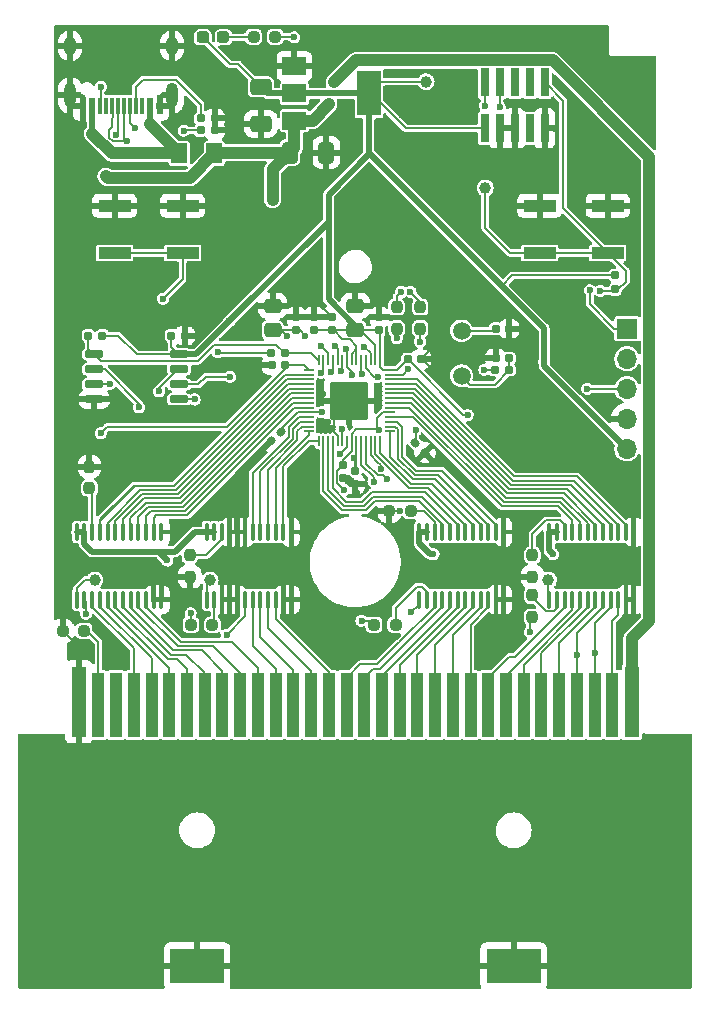
<source format=gtl>
G04 #@! TF.GenerationSoftware,KiCad,Pcbnew,6.0.11+dfsg-1~bpo11+1*
G04 #@! TF.CreationDate,2023-04-01T23:07:15-07:00*
G04 #@! TF.ProjectId,gbpunk,67627075-6e6b-42e6-9b69-6361645f7063,v4.0*
G04 #@! TF.SameCoordinates,Original*
G04 #@! TF.FileFunction,Copper,L1,Top*
G04 #@! TF.FilePolarity,Positive*
%FSLAX46Y46*%
G04 Gerber Fmt 4.6, Leading zero omitted, Abs format (unit mm)*
G04 Created by KiCad (PCBNEW 6.0.11+dfsg-1~bpo11+1) date 2023-04-01 23:07:15*
%MOMM*%
%LPD*%
G01*
G04 APERTURE LIST*
G04 Aperture macros list*
%AMRoundRect*
0 Rectangle with rounded corners*
0 $1 Rounding radius*
0 $2 $3 $4 $5 $6 $7 $8 $9 X,Y pos of 4 corners*
0 Add a 4 corners polygon primitive as box body*
4,1,4,$2,$3,$4,$5,$6,$7,$8,$9,$2,$3,0*
0 Add four circle primitives for the rounded corners*
1,1,$1+$1,$2,$3*
1,1,$1+$1,$4,$5*
1,1,$1+$1,$6,$7*
1,1,$1+$1,$8,$9*
0 Add four rect primitives between the rounded corners*
20,1,$1+$1,$2,$3,$4,$5,0*
20,1,$1+$1,$4,$5,$6,$7,0*
20,1,$1+$1,$6,$7,$8,$9,0*
20,1,$1+$1,$8,$9,$2,$3,0*%
G04 Aperture macros list end*
G04 #@! TA.AperFunction,NonConductor*
%ADD10C,0.100000*%
G04 #@! TD*
G04 #@! TA.AperFunction,SMDPad,CuDef*
%ADD11RoundRect,0.155000X0.155000X-0.212500X0.155000X0.212500X-0.155000X0.212500X-0.155000X-0.212500X0*%
G04 #@! TD*
G04 #@! TA.AperFunction,SMDPad,CuDef*
%ADD12RoundRect,0.100000X0.100000X-0.637500X0.100000X0.637500X-0.100000X0.637500X-0.100000X-0.637500X0*%
G04 #@! TD*
G04 #@! TA.AperFunction,SMDPad,CuDef*
%ADD13RoundRect,0.155000X0.040659X0.259862X-0.259862X-0.040659X-0.040659X-0.259862X0.259862X0.040659X0*%
G04 #@! TD*
G04 #@! TA.AperFunction,SMDPad,CuDef*
%ADD14RoundRect,0.155000X-0.212500X-0.155000X0.212500X-0.155000X0.212500X0.155000X-0.212500X0.155000X0*%
G04 #@! TD*
G04 #@! TA.AperFunction,SMDPad,CuDef*
%ADD15RoundRect,0.160000X0.197500X0.160000X-0.197500X0.160000X-0.197500X-0.160000X0.197500X-0.160000X0*%
G04 #@! TD*
G04 #@! TA.AperFunction,SMDPad,CuDef*
%ADD16RoundRect,0.237500X-0.237500X0.250000X-0.237500X-0.250000X0.237500X-0.250000X0.237500X0.250000X0*%
G04 #@! TD*
G04 #@! TA.AperFunction,SMDPad,CuDef*
%ADD17RoundRect,0.237500X0.250000X0.237500X-0.250000X0.237500X-0.250000X-0.237500X0.250000X-0.237500X0*%
G04 #@! TD*
G04 #@! TA.AperFunction,SMDPad,CuDef*
%ADD18RoundRect,0.250000X-0.412500X-0.650000X0.412500X-0.650000X0.412500X0.650000X-0.412500X0.650000X0*%
G04 #@! TD*
G04 #@! TA.AperFunction,SMDPad,CuDef*
%ADD19C,1.000000*%
G04 #@! TD*
G04 #@! TA.AperFunction,SMDPad,CuDef*
%ADD20RoundRect,0.250000X0.475000X-0.337500X0.475000X0.337500X-0.475000X0.337500X-0.475000X-0.337500X0*%
G04 #@! TD*
G04 #@! TA.AperFunction,SMDPad,CuDef*
%ADD21R,0.740000X2.400000*%
G04 #@! TD*
G04 #@! TA.AperFunction,ComponentPad*
%ADD22C,1.500000*%
G04 #@! TD*
G04 #@! TA.AperFunction,SMDPad,CuDef*
%ADD23R,2.750000X1.000000*%
G04 #@! TD*
G04 #@! TA.AperFunction,ConnectorPad*
%ADD24R,1.300000X6.000000*%
G04 #@! TD*
G04 #@! TA.AperFunction,ConnectorPad*
%ADD25R,1.000000X5.500000*%
G04 #@! TD*
G04 #@! TA.AperFunction,ConnectorPad*
%ADD26R,4.600000X3.000000*%
G04 #@! TD*
G04 #@! TA.AperFunction,SMDPad,CuDef*
%ADD27R,0.600000X1.450000*%
G04 #@! TD*
G04 #@! TA.AperFunction,SMDPad,CuDef*
%ADD28R,0.300000X1.450000*%
G04 #@! TD*
G04 #@! TA.AperFunction,ComponentPad*
%ADD29O,1.000000X2.100000*%
G04 #@! TD*
G04 #@! TA.AperFunction,ComponentPad*
%ADD30O,1.000000X1.600000*%
G04 #@! TD*
G04 #@! TA.AperFunction,ComponentPad*
%ADD31R,1.700000X1.700000*%
G04 #@! TD*
G04 #@! TA.AperFunction,ComponentPad*
%ADD32O,1.700000X1.700000*%
G04 #@! TD*
G04 #@! TA.AperFunction,SMDPad,CuDef*
%ADD33RoundRect,0.155000X0.212500X0.155000X-0.212500X0.155000X-0.212500X-0.155000X0.212500X-0.155000X0*%
G04 #@! TD*
G04 #@! TA.AperFunction,SMDPad,CuDef*
%ADD34RoundRect,0.155000X-0.155000X0.212500X-0.155000X-0.212500X0.155000X-0.212500X0.155000X0.212500X0*%
G04 #@! TD*
G04 #@! TA.AperFunction,SMDPad,CuDef*
%ADD35RoundRect,0.155000X-0.259862X0.040659X0.040659X-0.259862X0.259862X-0.040659X-0.040659X0.259862X0*%
G04 #@! TD*
G04 #@! TA.AperFunction,SMDPad,CuDef*
%ADD36RoundRect,0.160000X-0.197500X-0.160000X0.197500X-0.160000X0.197500X0.160000X-0.197500X0.160000X0*%
G04 #@! TD*
G04 #@! TA.AperFunction,SMDPad,CuDef*
%ADD37RoundRect,0.150000X-0.650000X-0.150000X0.650000X-0.150000X0.650000X0.150000X-0.650000X0.150000X0*%
G04 #@! TD*
G04 #@! TA.AperFunction,SMDPad,CuDef*
%ADD38R,2.000000X1.500000*%
G04 #@! TD*
G04 #@! TA.AperFunction,SMDPad,CuDef*
%ADD39R,2.000000X3.800000*%
G04 #@! TD*
G04 #@! TA.AperFunction,SMDPad,CuDef*
%ADD40RoundRect,0.160000X-0.160000X0.197500X-0.160000X-0.197500X0.160000X-0.197500X0.160000X0.197500X0*%
G04 #@! TD*
G04 #@! TA.AperFunction,SMDPad,CuDef*
%ADD41RoundRect,0.050000X-0.387500X-0.050000X0.387500X-0.050000X0.387500X0.050000X-0.387500X0.050000X0*%
G04 #@! TD*
G04 #@! TA.AperFunction,SMDPad,CuDef*
%ADD42RoundRect,0.050000X-0.050000X-0.387500X0.050000X-0.387500X0.050000X0.387500X-0.050000X0.387500X0*%
G04 #@! TD*
G04 #@! TA.AperFunction,SMDPad,CuDef*
%ADD43RoundRect,0.144000X-1.456000X-1.456000X1.456000X-1.456000X1.456000X1.456000X-1.456000X1.456000X0*%
G04 #@! TD*
G04 #@! TA.AperFunction,ComponentPad*
%ADD44C,0.600000*%
G04 #@! TD*
G04 #@! TA.AperFunction,SMDPad,CuDef*
%ADD45RoundRect,0.237500X0.287500X0.237500X-0.287500X0.237500X-0.287500X-0.237500X0.287500X-0.237500X0*%
G04 #@! TD*
G04 #@! TA.AperFunction,SMDPad,CuDef*
%ADD46RoundRect,0.250001X0.462499X0.624999X-0.462499X0.624999X-0.462499X-0.624999X0.462499X-0.624999X0*%
G04 #@! TD*
G04 #@! TA.AperFunction,SMDPad,CuDef*
%ADD47RoundRect,0.237500X-0.250000X-0.237500X0.250000X-0.237500X0.250000X0.237500X-0.250000X0.237500X0*%
G04 #@! TD*
G04 #@! TA.AperFunction,SMDPad,CuDef*
%ADD48RoundRect,0.237500X0.237500X-0.250000X0.237500X0.250000X-0.237500X0.250000X-0.237500X-0.250000X0*%
G04 #@! TD*
G04 #@! TA.AperFunction,SMDPad,CuDef*
%ADD49RoundRect,0.250000X-0.650000X0.412500X-0.650000X-0.412500X0.650000X-0.412500X0.650000X0.412500X0*%
G04 #@! TD*
G04 #@! TA.AperFunction,ViaPad*
%ADD50C,0.600000*%
G04 #@! TD*
G04 #@! TA.AperFunction,ViaPad*
%ADD51C,1.000000*%
G04 #@! TD*
G04 #@! TA.AperFunction,Conductor*
%ADD52C,0.210000*%
G04 #@! TD*
G04 #@! TA.AperFunction,Conductor*
%ADD53C,0.500000*%
G04 #@! TD*
G04 #@! TA.AperFunction,Conductor*
%ADD54C,1.000000*%
G04 #@! TD*
G04 APERTURE END LIST*
D10*
X78400000Y-45080000D02*
X78500000Y-45080000D01*
X78500000Y-45080000D02*
X78500000Y-45430000D01*
X78500000Y-45430000D02*
X78400000Y-45430000D01*
X78400000Y-45430000D02*
X78400000Y-45080000D01*
X80870000Y-47060000D02*
X80970000Y-47060000D01*
X80970000Y-47060000D02*
X80970000Y-46770000D01*
X80970000Y-46770000D02*
X80870000Y-46770000D01*
X80870000Y-46770000D02*
X80870000Y-47060000D01*
X79390000Y-47020000D02*
X79490000Y-47020000D01*
X79490000Y-47020000D02*
X79490000Y-46740000D01*
X79490000Y-46740000D02*
X79390000Y-46740000D01*
X79390000Y-46740000D02*
X79390000Y-47020000D01*
D11*
X102040000Y-65067500D03*
X102040000Y-63932500D03*
X96500000Y-65067500D03*
X96500000Y-63932500D03*
D12*
X116425000Y-87862500D03*
X117075000Y-87862500D03*
X117725000Y-87862500D03*
X118375000Y-87862500D03*
X119025000Y-87862500D03*
X119675000Y-87862500D03*
X120325000Y-87862500D03*
X120975000Y-87862500D03*
X121625000Y-87862500D03*
X122275000Y-87862500D03*
X122925000Y-87862500D03*
X123575000Y-87862500D03*
X123575000Y-82137500D03*
X122925000Y-82137500D03*
X122275000Y-82137500D03*
X121625000Y-82137500D03*
X120975000Y-82137500D03*
X120325000Y-82137500D03*
X119675000Y-82137500D03*
X119025000Y-82137500D03*
X118375000Y-82137500D03*
X117725000Y-82137500D03*
X117075000Y-82137500D03*
X116425000Y-82137500D03*
D13*
X93681283Y-73628717D03*
X92878717Y-74431283D03*
D14*
X104432500Y-67500000D03*
X105567500Y-67500000D03*
X84432500Y-65500000D03*
X85567500Y-65500000D03*
D15*
X94060000Y-67000000D03*
X92865000Y-67000000D03*
D16*
X115000000Y-84087500D03*
X115000000Y-85912500D03*
D17*
X103412500Y-90000000D03*
X101587500Y-90000000D03*
D18*
X94437500Y-50000000D03*
X97562500Y-50000000D03*
D19*
X111000000Y-53000000D03*
D20*
X93000000Y-65037500D03*
X93000000Y-62962500D03*
D16*
X103500000Y-63087500D03*
X103500000Y-64912500D03*
D21*
X110960000Y-47950000D03*
X110960000Y-44050000D03*
X112230000Y-47950000D03*
X112230000Y-44050000D03*
X113500000Y-47950000D03*
X113500000Y-44050000D03*
X114770000Y-47950000D03*
X114770000Y-44050000D03*
X116040000Y-47950000D03*
X116040000Y-44050000D03*
D15*
X78597500Y-65500000D03*
X77402500Y-65500000D03*
D16*
X105500000Y-63087500D03*
X105500000Y-64912500D03*
D22*
X109000000Y-68900000D03*
X109000000Y-65100000D03*
D23*
X79620000Y-54500000D03*
X85380000Y-54500000D03*
X85380000Y-58500000D03*
X79620000Y-58500000D03*
D24*
X123410000Y-96510000D03*
D25*
X121760000Y-96760000D03*
X120260000Y-96760000D03*
X118760000Y-96760000D03*
X117260000Y-96760000D03*
X115760000Y-96760000D03*
X114260000Y-96760000D03*
X112760000Y-96760000D03*
X111260000Y-96760000D03*
X109760000Y-96760000D03*
X108260000Y-96760000D03*
X106760000Y-96760000D03*
X105260000Y-96760000D03*
X103760000Y-96760000D03*
X102260000Y-96760000D03*
X100760000Y-96760000D03*
X99260000Y-96760000D03*
X97760000Y-96760000D03*
X96260000Y-96760000D03*
X94760000Y-96760000D03*
X93260000Y-96760000D03*
X91760000Y-96760000D03*
X90260000Y-96760000D03*
X88760000Y-96760000D03*
X87260000Y-96760000D03*
X85760000Y-96760000D03*
X84260000Y-96760000D03*
X82760000Y-96760000D03*
X81260000Y-96760000D03*
X79760000Y-96760000D03*
X78260000Y-96760000D03*
D24*
X76610000Y-96510000D03*
D26*
X86610000Y-118890000D03*
X113410000Y-118890000D03*
D27*
X83430000Y-46065000D03*
X82630000Y-46065000D03*
D28*
X81430000Y-46065000D03*
X80430000Y-46065000D03*
X79930000Y-46065000D03*
X78930000Y-46065000D03*
D27*
X77730000Y-46065000D03*
X76930000Y-46065000D03*
X76930000Y-46065000D03*
X77730000Y-46065000D03*
D28*
X78430000Y-46065000D03*
X79430000Y-46065000D03*
X80930000Y-46065000D03*
X81930000Y-46065000D03*
D27*
X82630000Y-46065000D03*
X83430000Y-46065000D03*
D29*
X84500000Y-45150000D03*
X75860000Y-45150000D03*
D30*
X84500000Y-40970000D03*
X75860000Y-40970000D03*
D19*
X106000000Y-44000000D03*
D31*
X123000000Y-64925000D03*
D32*
X123000000Y-67465000D03*
X123000000Y-70005000D03*
X123000000Y-72545000D03*
X123000000Y-75085000D03*
D33*
X113027500Y-67410000D03*
X111892500Y-67410000D03*
D16*
X86000000Y-84087500D03*
X86000000Y-85912500D03*
D34*
X99000000Y-76432500D03*
X99000000Y-77567500D03*
D12*
X105425000Y-87862500D03*
X106075000Y-87862500D03*
X106725000Y-87862500D03*
X107375000Y-87862500D03*
X108025000Y-87862500D03*
X108675000Y-87862500D03*
X109325000Y-87862500D03*
X109975000Y-87862500D03*
X110625000Y-87862500D03*
X111275000Y-87862500D03*
X111925000Y-87862500D03*
X112575000Y-87862500D03*
X112575000Y-82137500D03*
X111925000Y-82137500D03*
X111275000Y-82137500D03*
X110625000Y-82137500D03*
X109975000Y-82137500D03*
X109325000Y-82137500D03*
X108675000Y-82137500D03*
X108025000Y-82137500D03*
X107375000Y-82137500D03*
X106725000Y-82137500D03*
X106075000Y-82137500D03*
X105425000Y-82137500D03*
D35*
X105098717Y-74598717D03*
X105901283Y-75401283D03*
D36*
X86912500Y-47100000D03*
X88107500Y-47100000D03*
X86912500Y-48130000D03*
X88107500Y-48130000D03*
D37*
X77900000Y-67095000D03*
X77900000Y-68365000D03*
X77900000Y-69635000D03*
X77900000Y-70905000D03*
X85100000Y-70905000D03*
X85100000Y-69635000D03*
X85100000Y-68365000D03*
X85100000Y-67095000D03*
D17*
X104722500Y-80360000D03*
X102897500Y-80360000D03*
D16*
X114990000Y-87497500D03*
X114990000Y-89322500D03*
D23*
X115620000Y-54500000D03*
X121380000Y-54500000D03*
X115620000Y-58500000D03*
X121380000Y-58500000D03*
D11*
X98000000Y-65067500D03*
X98000000Y-63932500D03*
D38*
X94850000Y-42700000D03*
X94850000Y-45000000D03*
D39*
X101150000Y-45000000D03*
D38*
X94850000Y-47300000D03*
D12*
X76425000Y-87862500D03*
X77075000Y-87862500D03*
X77725000Y-87862500D03*
X78375000Y-87862500D03*
X79025000Y-87862500D03*
X79675000Y-87862500D03*
X80325000Y-87862500D03*
X80975000Y-87862500D03*
X81625000Y-87862500D03*
X82275000Y-87862500D03*
X82925000Y-87862500D03*
X83575000Y-87862500D03*
X83575000Y-82137500D03*
X82925000Y-82137500D03*
X82275000Y-82137500D03*
X81625000Y-82137500D03*
X80975000Y-82137500D03*
X80325000Y-82137500D03*
X79675000Y-82137500D03*
X79025000Y-82137500D03*
X78375000Y-82137500D03*
X77725000Y-82137500D03*
X77075000Y-82137500D03*
X76425000Y-82137500D03*
D17*
X77040000Y-90500000D03*
X75215000Y-90500000D03*
D12*
X87425000Y-87862500D03*
X88075000Y-87862500D03*
X88725000Y-87862500D03*
X89375000Y-87862500D03*
X90025000Y-87862500D03*
X90675000Y-87862500D03*
X91325000Y-87862500D03*
X91975000Y-87862500D03*
X92625000Y-87862500D03*
X93275000Y-87862500D03*
X93925000Y-87862500D03*
X94575000Y-87862500D03*
X94575000Y-82137500D03*
X93925000Y-82137500D03*
X93275000Y-82137500D03*
X92625000Y-82137500D03*
X91975000Y-82137500D03*
X91325000Y-82137500D03*
X90675000Y-82137500D03*
X90025000Y-82137500D03*
X89375000Y-82137500D03*
X88725000Y-82137500D03*
X88075000Y-82137500D03*
X87425000Y-82137500D03*
D40*
X122000000Y-60402500D03*
X122000000Y-61597500D03*
D41*
X96062500Y-68400000D03*
X96062500Y-68800000D03*
X96062500Y-69200000D03*
X96062500Y-69600000D03*
X96062500Y-70000000D03*
X96062500Y-70400000D03*
X96062500Y-70800000D03*
X96062500Y-71200000D03*
X96062500Y-71600000D03*
X96062500Y-72000000D03*
X96062500Y-72400000D03*
X96062500Y-72800000D03*
X96062500Y-73200000D03*
X96062500Y-73600000D03*
D42*
X96900000Y-74437500D03*
X97300000Y-74437500D03*
X97700000Y-74437500D03*
X98100000Y-74437500D03*
X98500000Y-74437500D03*
X98900000Y-74437500D03*
X99300000Y-74437500D03*
X99700000Y-74437500D03*
X100100000Y-74437500D03*
X100500000Y-74437500D03*
X100900000Y-74437500D03*
X101300000Y-74437500D03*
X101700000Y-74437500D03*
X102100000Y-74437500D03*
D41*
X102937500Y-73600000D03*
X102937500Y-73200000D03*
X102937500Y-72800000D03*
X102937500Y-72400000D03*
X102937500Y-72000000D03*
X102937500Y-71600000D03*
X102937500Y-71200000D03*
X102937500Y-70800000D03*
X102937500Y-70400000D03*
X102937500Y-70000000D03*
X102937500Y-69600000D03*
X102937500Y-69200000D03*
X102937500Y-68800000D03*
X102937500Y-68400000D03*
D42*
X102100000Y-67562500D03*
X101700000Y-67562500D03*
X101300000Y-67562500D03*
X100900000Y-67562500D03*
X100500000Y-67562500D03*
X100100000Y-67562500D03*
X99700000Y-67562500D03*
X99300000Y-67562500D03*
X98900000Y-67562500D03*
X98500000Y-67562500D03*
X98100000Y-67562500D03*
X97700000Y-67562500D03*
X97300000Y-67562500D03*
X96900000Y-67562500D03*
D43*
X99500000Y-71000000D03*
D44*
X99500000Y-71000000D03*
X98225000Y-71000000D03*
X99500000Y-72275000D03*
X100775000Y-69725000D03*
X100775000Y-72275000D03*
X100775000Y-71000000D03*
X98225000Y-69725000D03*
X99500000Y-69725000D03*
X98225000Y-72275000D03*
D17*
X87912500Y-90000000D03*
X86087500Y-90000000D03*
D14*
X111892500Y-64910000D03*
X113027500Y-64910000D03*
D19*
X93000000Y-54000000D03*
D33*
X94067500Y-68000000D03*
X92932500Y-68000000D03*
D45*
X88845000Y-40240000D03*
X87095000Y-40240000D03*
D46*
X88077500Y-50070000D03*
X85102500Y-50070000D03*
D34*
X100000000Y-76932500D03*
X100000000Y-78067500D03*
D15*
X113057500Y-68410000D03*
X111862500Y-68410000D03*
D11*
X95000000Y-65067500D03*
X95000000Y-63932500D03*
D20*
X100000000Y-65037500D03*
X100000000Y-62962500D03*
D47*
X91402500Y-40200000D03*
X93227500Y-40200000D03*
D48*
X77500000Y-78412500D03*
X77500000Y-76587500D03*
D49*
X92000000Y-44437500D03*
X92000000Y-47562500D03*
D50*
X98840000Y-73370000D03*
X112000000Y-118000000D03*
X111210000Y-92130000D03*
X96545000Y-62495000D03*
X97230000Y-70470000D03*
X113000000Y-120000000D03*
X107030000Y-76180000D03*
X115000000Y-118000000D03*
X96280000Y-79780000D03*
X104000000Y-46860000D03*
X115000000Y-119000000D03*
X119350000Y-47900000D03*
X114000000Y-119000000D03*
X87000000Y-118000000D03*
X123000000Y-56750000D03*
X75300000Y-89230000D03*
X86000000Y-120000000D03*
X87000000Y-120000000D03*
X104510000Y-49890000D03*
X104490000Y-63930000D03*
X88000000Y-119000000D03*
X80940000Y-85000000D03*
X85000000Y-118000000D03*
X114000000Y-118000000D03*
X87680000Y-56500000D03*
X84860000Y-81990000D03*
X91630000Y-57920000D03*
X107180000Y-69030000D03*
X94590000Y-85250000D03*
X88000000Y-120000000D03*
X76110000Y-51180000D03*
X112000000Y-119000000D03*
X112880000Y-74540000D03*
X113000000Y-118000000D03*
X86000000Y-119000000D03*
X81810000Y-64560000D03*
X96400000Y-89660000D03*
X115000000Y-120000000D03*
X85000000Y-119000000D03*
X101860000Y-70350000D03*
X85000000Y-120000000D03*
X114000000Y-69920000D03*
X87000000Y-119000000D03*
X114000000Y-120000000D03*
X88000000Y-118000000D03*
X100140000Y-78820000D03*
X90900000Y-64740000D03*
X122660000Y-63110000D03*
X113000000Y-119000000D03*
X97710000Y-72810000D03*
X83000000Y-75000000D03*
X112000000Y-120000000D03*
X101990000Y-61560000D03*
X75450000Y-73400000D03*
X117000000Y-48000000D03*
X118310000Y-63710000D03*
X112420000Y-90640000D03*
X88460000Y-43110000D03*
X123130000Y-77320000D03*
X103410000Y-57470000D03*
X86000000Y-118000000D03*
X78810000Y-41630000D03*
X103780000Y-80390000D03*
X99210000Y-92170000D03*
X110580000Y-84990000D03*
X95780000Y-65550000D03*
X100740000Y-66440000D03*
X99930000Y-75870000D03*
X94260000Y-65560000D03*
X99740443Y-68869557D03*
X99189339Y-66644398D03*
D51*
X78880000Y-52000000D03*
X116350000Y-86210000D03*
X98200000Y-44070000D03*
X77950000Y-86190000D03*
X87710000Y-86190000D03*
D50*
X104760000Y-88940000D03*
D51*
X97780000Y-45920000D03*
D50*
X120260000Y-92400000D03*
X118760000Y-92510000D03*
X79760000Y-96760000D03*
X89100000Y-90830000D03*
X110960000Y-46030000D03*
X102669087Y-77622636D03*
X119864081Y-61664354D03*
X112220000Y-46140000D03*
X101560000Y-77860000D03*
X102138411Y-76765726D03*
X119640000Y-70000000D03*
X120740000Y-61710000D03*
X80640000Y-49040000D03*
X103880000Y-61810000D03*
X81320000Y-47890000D03*
X104670000Y-61790000D03*
X79730000Y-48500000D03*
X83730000Y-62370000D03*
X88350000Y-66890000D03*
X98670000Y-75540000D03*
X110940000Y-68380000D03*
X100590000Y-68740000D03*
X103510000Y-65730000D03*
X101900000Y-68980000D03*
X105480000Y-66020000D03*
X98820000Y-68510000D03*
X83398936Y-70217177D03*
X89380000Y-68990000D03*
X98251326Y-66347293D03*
X97910000Y-68620000D03*
X86400000Y-70910000D03*
X79200000Y-69590000D03*
X97140000Y-66420000D03*
X81700000Y-71570000D03*
X97070000Y-68650000D03*
X102030000Y-73510000D03*
X99040000Y-78560000D03*
X97150000Y-72000000D03*
X84090000Y-84540000D03*
X105103524Y-73514425D03*
X109520000Y-72230000D03*
X89297911Y-64297911D03*
X115990000Y-67720000D03*
X116730000Y-84000000D03*
X78450000Y-73760000D03*
X106620000Y-84000000D03*
X94840000Y-40240000D03*
X104500000Y-68360000D03*
X77200000Y-89040000D03*
X114790000Y-90600000D03*
X86060000Y-89000000D03*
X100530000Y-89650000D03*
X78450000Y-44440000D03*
X85470000Y-48140000D03*
D52*
X98900000Y-74437500D02*
X98900000Y-73430000D01*
X111892500Y-64910000D02*
X111702500Y-65100000D01*
X111702500Y-65100000D02*
X109000000Y-65100000D01*
X98900000Y-73430000D02*
X98840000Y-73370000D01*
X105567500Y-67500000D02*
X106230000Y-66837500D01*
X76610000Y-91895000D02*
X75215000Y-90500000D01*
X105650000Y-67500000D02*
X107180000Y-69030000D01*
X75290000Y-89240000D02*
X75300000Y-89230000D01*
X100000000Y-78680000D02*
X100140000Y-78820000D01*
D53*
X92878717Y-74451283D02*
X90025000Y-77305000D01*
D52*
X97992500Y-63932500D02*
X96550000Y-62490000D01*
X105701500Y-63930000D02*
X104490000Y-63930000D01*
X100000000Y-78067500D02*
X99500000Y-78067500D01*
X98500000Y-73968665D02*
X98500000Y-74437500D01*
X100000000Y-78067500D02*
X100000000Y-78680000D01*
X99500000Y-78067500D02*
X99000000Y-77567500D01*
X106230000Y-64458500D02*
X105701500Y-63930000D01*
X76610000Y-96510000D02*
X76610000Y-101740000D01*
X96500000Y-62540000D02*
X96500000Y-63932500D01*
X75290000Y-90340000D02*
X75290000Y-89240000D01*
X98225000Y-73685000D02*
X98220668Y-73689332D01*
X96545000Y-62495000D02*
X96500000Y-62540000D01*
X98000000Y-63932500D02*
X97992500Y-63932500D01*
X98225000Y-72275000D02*
X98225000Y-73685000D01*
X98220668Y-73689332D02*
X98500000Y-73968665D01*
X106230000Y-66837500D02*
X106230000Y-64458500D01*
D53*
X92878717Y-74431283D02*
X92878717Y-74451283D01*
D52*
X102927500Y-80390000D02*
X102897500Y-80360000D01*
X105567500Y-67500000D02*
X105650000Y-67500000D01*
D53*
X90025000Y-77305000D02*
X90025000Y-82137500D01*
D52*
X103780000Y-80390000D02*
X102927500Y-80390000D01*
X76610000Y-96510000D02*
X76610000Y-91895000D01*
X96550000Y-62490000D02*
X96545000Y-62495000D01*
X111817500Y-69650000D02*
X109750000Y-69650000D01*
X109750000Y-69650000D02*
X109000000Y-68900000D01*
X113027500Y-68380000D02*
X113057500Y-68410000D01*
X113057500Y-68410000D02*
X111817500Y-69650000D01*
X113027500Y-67410000D02*
X113027500Y-68380000D01*
X100000000Y-76932500D02*
X100142500Y-76932500D01*
X99300000Y-66755059D02*
X99189339Y-66644398D01*
X99300000Y-67562500D02*
X99300000Y-68171170D01*
X100000000Y-76932500D02*
X100000000Y-75940000D01*
X100100000Y-76832500D02*
X100000000Y-76932500D01*
X101300000Y-67562500D02*
X101300000Y-67000000D01*
X100000000Y-75940000D02*
X99930000Y-75870000D01*
X94970000Y-65037500D02*
X95000000Y-65067500D01*
X99300000Y-67562500D02*
X99300000Y-66755059D01*
X93000000Y-65037500D02*
X94970000Y-65037500D01*
X101300000Y-67000000D02*
X100740000Y-66440000D01*
X95000000Y-65067500D02*
X95297500Y-65067500D01*
X93000000Y-65037500D02*
X93737500Y-65037500D01*
X99300000Y-68171170D02*
X99740443Y-68611613D01*
X99740443Y-68611613D02*
X99740443Y-68869557D01*
X93737500Y-65037500D02*
X94260000Y-65560000D01*
X100100000Y-74437500D02*
X100100000Y-76832500D01*
X95297500Y-65067500D02*
X95780000Y-65550000D01*
D53*
X82630000Y-46065000D02*
X82630000Y-47597500D01*
X77730000Y-46065000D02*
X77730000Y-48400000D01*
D54*
X82630000Y-47597500D02*
X85102500Y-50070000D01*
X79400000Y-50070000D02*
X77730000Y-48400000D01*
X85102500Y-50070000D02*
X79400000Y-50070000D01*
D52*
X91362500Y-40240000D02*
X91402500Y-40200000D01*
X88845000Y-40240000D02*
X91362500Y-40240000D01*
D54*
X85997500Y-52150000D02*
X79030000Y-52150000D01*
X88147500Y-50000000D02*
X88077500Y-50070000D01*
X96400000Y-47300000D02*
X97780000Y-45920000D01*
X100070000Y-42200000D02*
X116705000Y-42200000D01*
X124710000Y-89830000D02*
X124900000Y-89640000D01*
D52*
X105425000Y-87862500D02*
X105425000Y-88275000D01*
D54*
X124900000Y-50395000D02*
X124900000Y-52780000D01*
X123410000Y-96510000D02*
X123410000Y-91130000D01*
D52*
X116350000Y-87787500D02*
X116425000Y-87862500D01*
X87425000Y-86475000D02*
X87710000Y-86190000D01*
X87425000Y-87862500D02*
X87425000Y-86475000D01*
D54*
X124900000Y-89640000D02*
X124900000Y-82440000D01*
X88077500Y-50070000D02*
X85997500Y-52150000D01*
X94850000Y-47300000D02*
X96400000Y-47300000D01*
X116705000Y-42200000D02*
X124900000Y-50395000D01*
X94850000Y-49587500D02*
X94437500Y-50000000D01*
X94437500Y-50000000D02*
X88147500Y-50000000D01*
D52*
X116350000Y-86210000D02*
X116350000Y-87787500D01*
D54*
X124900000Y-82440000D02*
X124900000Y-52780000D01*
X94437500Y-50000000D02*
X93000000Y-51437500D01*
X123410000Y-91130000D02*
X124710000Y-89830000D01*
X79030000Y-52150000D02*
X78880000Y-52000000D01*
X98200000Y-44070000D02*
X100070000Y-42200000D01*
X94850000Y-47300000D02*
X94850000Y-49587500D01*
D52*
X76425000Y-87862500D02*
X76450000Y-87837500D01*
X105425000Y-88275000D02*
X104760000Y-88940000D01*
X76450000Y-86890000D02*
X77150000Y-86190000D01*
X77150000Y-86190000D02*
X77950000Y-86190000D01*
D54*
X93000000Y-54000000D02*
X93000000Y-51437500D01*
D52*
X76450000Y-87837500D02*
X76450000Y-86890000D01*
X121760000Y-89640000D02*
X122275000Y-89125000D01*
X122275000Y-89125000D02*
X122275000Y-87862500D01*
X121760000Y-96760000D02*
X121760000Y-89640000D01*
X120280000Y-90950000D02*
X120260000Y-90970000D01*
X121625000Y-87862500D02*
X121625000Y-88465000D01*
X120260000Y-90970000D02*
X120260000Y-92400000D01*
X121625000Y-87862500D02*
X121625000Y-88452046D01*
X120260000Y-92400000D02*
X120260000Y-96760000D01*
X121625000Y-88452046D02*
X120280000Y-89797046D01*
X120280000Y-89797046D02*
X120280000Y-90950000D01*
X120975000Y-87862500D02*
X120975000Y-88452046D01*
X120975000Y-88452046D02*
X118770000Y-90657046D01*
X118770000Y-90657046D02*
X118770000Y-91620000D01*
X118760000Y-92510000D02*
X118760000Y-96760000D01*
X118770000Y-91620000D02*
X118760000Y-91630000D01*
X118760000Y-91630000D02*
X118760000Y-92510000D01*
X120325000Y-88452046D02*
X117260000Y-91517046D01*
X120325000Y-87862500D02*
X120325000Y-88452046D01*
X117260000Y-91517046D02*
X117260000Y-96760000D01*
X119675000Y-87862500D02*
X119675000Y-88454116D01*
X115760000Y-92369116D02*
X115760000Y-96760000D01*
X119675000Y-88454116D02*
X115760000Y-92369116D01*
X119025000Y-88595000D02*
X114260000Y-93360000D01*
X114260000Y-93360000D02*
X114260000Y-96740000D01*
X114260000Y-96740000D02*
X114260000Y-96760000D01*
X119025000Y-87862500D02*
X119025000Y-88595000D01*
X118375000Y-88735000D02*
X112760000Y-94350000D01*
X118375000Y-87862500D02*
X118375000Y-88735000D01*
X112760000Y-94350000D02*
X112760000Y-96760000D01*
X113490000Y-92700000D02*
X113060000Y-92700000D01*
X117725000Y-87862500D02*
X117725000Y-88465000D01*
X111260000Y-94500000D02*
X111260000Y-96760000D01*
X117725000Y-88465000D02*
X113490000Y-92700000D01*
X113060000Y-92700000D02*
X111260000Y-94500000D01*
X111275000Y-88452046D02*
X111275000Y-87862500D01*
X109760000Y-89967046D02*
X111275000Y-88452046D01*
X109760000Y-96760000D02*
X109760000Y-89967046D01*
X110625000Y-87862500D02*
X110625000Y-88452046D01*
X108260000Y-90817046D02*
X108260000Y-96760000D01*
X110625000Y-88452046D02*
X108260000Y-90817046D01*
X109975000Y-87862500D02*
X109975000Y-88452046D01*
X109975000Y-88452046D02*
X106760000Y-91667046D01*
X106760000Y-91667046D02*
X106760000Y-96760000D01*
X109325000Y-87862500D02*
X109325000Y-88452046D01*
X109325000Y-88452046D02*
X105260000Y-92517046D01*
X105260000Y-92517046D02*
X105260000Y-96760000D01*
X103760000Y-93367046D02*
X103760000Y-96740000D01*
X103760000Y-96740000D02*
X103760000Y-96760000D01*
X108675000Y-88452046D02*
X103760000Y-93367046D01*
X108675000Y-87862500D02*
X108675000Y-88452046D01*
X108025000Y-87862500D02*
X108025000Y-88555000D01*
X102260000Y-94320000D02*
X102260000Y-96760000D01*
X108025000Y-88555000D02*
X102260000Y-94320000D01*
X107375000Y-87862500D02*
X107375000Y-88452046D01*
X100760000Y-94500000D02*
X100760000Y-96760000D01*
X104088523Y-91738523D02*
X102072046Y-93755000D01*
X101505000Y-93755000D02*
X100760000Y-94500000D01*
X102072046Y-93755000D02*
X101505000Y-93755000D01*
X107375000Y-88452046D02*
X104088523Y-91738523D01*
X103707046Y-91470000D02*
X103707046Y-91482954D01*
X103707046Y-91482954D02*
X101870000Y-93320000D01*
X99260000Y-94500000D02*
X99260000Y-96760000D01*
X106725000Y-88452046D02*
X103707046Y-91470000D01*
X100440000Y-93320000D02*
X99260000Y-94500000D01*
X101870000Y-93320000D02*
X100440000Y-93320000D01*
X106725000Y-87862500D02*
X106725000Y-88452046D01*
X97760000Y-93990000D02*
X97760000Y-96760000D01*
X93275000Y-89505000D02*
X97760000Y-93990000D01*
X93275000Y-87862500D02*
X93275000Y-89505000D01*
X96260000Y-93860000D02*
X96260000Y-96760000D01*
X92625000Y-87862500D02*
X92625000Y-90225000D01*
X92625000Y-90225000D02*
X96260000Y-93860000D01*
X94770000Y-93780000D02*
X94760000Y-93790000D01*
X91975000Y-90985000D02*
X94770000Y-93780000D01*
X91975000Y-87862500D02*
X91975000Y-90985000D01*
X94760000Y-93790000D02*
X94760000Y-96760000D01*
X91325000Y-91785000D02*
X93260000Y-93720000D01*
X91325000Y-87862500D02*
X91325000Y-91785000D01*
X93260000Y-93720000D02*
X93260000Y-96760000D01*
X91760000Y-93610000D02*
X91760000Y-96760000D01*
X82275000Y-88452046D02*
X85242954Y-91420000D01*
X82275000Y-87862500D02*
X82275000Y-88452046D01*
X85242954Y-91420000D02*
X89570000Y-91420000D01*
X89570000Y-91420000D02*
X91760000Y-93610000D01*
X90260000Y-94110000D02*
X90260000Y-96740000D01*
X81625000Y-88452046D02*
X84952954Y-91780000D01*
X87930000Y-91780000D02*
X90260000Y-94110000D01*
X81625000Y-87862500D02*
X81625000Y-88452046D01*
X90260000Y-96740000D02*
X90260000Y-96760000D01*
X84952954Y-91780000D02*
X87930000Y-91780000D01*
X84550000Y-92140000D02*
X86990000Y-92140000D01*
X88760000Y-93910000D02*
X88760000Y-96760000D01*
X86990000Y-92140000D02*
X88760000Y-93910000D01*
X80975000Y-88565000D02*
X84550000Y-92140000D01*
X87260000Y-94080000D02*
X87260000Y-96760000D01*
X85690000Y-92510000D02*
X87260000Y-94080000D01*
X80325000Y-88465000D02*
X84370000Y-92510000D01*
X80325000Y-87862500D02*
X80325000Y-88465000D01*
X84370000Y-92510000D02*
X85690000Y-92510000D01*
X85760000Y-93750000D02*
X85760000Y-96760000D01*
X84132954Y-92910000D02*
X84920000Y-92910000D01*
X79675000Y-88452046D02*
X84132954Y-92910000D01*
X84920000Y-92910000D02*
X85760000Y-93750000D01*
X79675000Y-87862500D02*
X79675000Y-88452046D01*
X84260000Y-93687046D02*
X84260000Y-96760000D01*
X79025000Y-88452046D02*
X84260000Y-93687046D01*
X79025000Y-87862500D02*
X79025000Y-88452046D01*
X78375000Y-88452046D02*
X82760000Y-92837046D01*
X78375000Y-87862500D02*
X78375000Y-88452046D01*
X82760000Y-92837046D02*
X82760000Y-96760000D01*
X77725000Y-87862500D02*
X77725000Y-88452046D01*
X81260000Y-91987046D02*
X81260000Y-96760000D01*
X77725000Y-88452046D02*
X81260000Y-91987046D01*
X90675000Y-87862500D02*
X90675000Y-89153503D01*
X90675000Y-89255000D02*
X89100000Y-90830000D01*
X90675000Y-89153503D02*
X90675000Y-89255000D01*
X78260000Y-91485000D02*
X78260000Y-96760000D01*
X77115000Y-90340000D02*
X78260000Y-91485000D01*
X119864081Y-62849081D02*
X119864081Y-61664354D01*
X102105274Y-77344726D02*
X102250000Y-77344726D01*
X101898581Y-77344726D02*
X102105274Y-77344726D01*
X123000000Y-64925000D02*
X121940000Y-64925000D01*
X102391177Y-77344726D02*
X102669087Y-77622636D01*
X110960000Y-46030000D02*
X110960000Y-44050000D01*
X121940000Y-64925000D02*
X119864081Y-62849081D01*
X100900000Y-76346145D02*
X101898581Y-77344726D01*
X100900000Y-74437500D02*
X100900000Y-76346145D01*
X102105274Y-77344726D02*
X102391177Y-77344726D01*
X112220000Y-46140000D02*
X112220000Y-44060000D01*
X100500000Y-76455261D02*
X101547370Y-77502631D01*
X101560000Y-77515261D02*
X101560000Y-77860000D01*
X101547370Y-77502631D02*
X101560000Y-77515261D01*
X112220000Y-44060000D02*
X112230000Y-44050000D01*
X100500000Y-74437500D02*
X100500000Y-75940000D01*
X100500000Y-75940000D02*
X100500000Y-76455261D01*
X122920000Y-60040000D02*
X121380000Y-58500000D01*
X102138411Y-76488411D02*
X102138411Y-76765726D01*
X117590000Y-45600000D02*
X116040000Y-44050000D01*
X121380000Y-58500000D02*
X117590000Y-54710000D01*
X101300000Y-74437500D02*
X101300000Y-75650000D01*
X115620000Y-58500000D02*
X113090000Y-58500000D01*
X120740000Y-61710000D02*
X121887500Y-61710000D01*
X123000000Y-70005000D02*
X119645000Y-70005000D01*
X111000000Y-53000000D02*
X111000000Y-56410000D01*
X117590000Y-54710000D02*
X117590000Y-45600000D01*
X119645000Y-70005000D02*
X119640000Y-70000000D01*
X101860000Y-76210000D02*
X102138411Y-76488411D01*
X111000000Y-56410000D02*
X113090000Y-58500000D01*
X122920000Y-60930000D02*
X122920000Y-60040000D01*
X122000000Y-61597500D02*
X122252500Y-61597500D01*
X115620000Y-58500000D02*
X121380000Y-58500000D01*
X101300000Y-75650000D02*
X101860000Y-76210000D01*
X122252500Y-61597500D02*
X122920000Y-60930000D01*
X81430000Y-44450000D02*
X82035000Y-43845000D01*
X84812731Y-43845000D02*
X86912500Y-45944769D01*
X86912500Y-45944769D02*
X86912500Y-47100000D01*
X82035000Y-43845000D02*
X84812731Y-43845000D01*
X81430000Y-46065000D02*
X81430000Y-44450000D01*
X80640000Y-49040000D02*
X80621000Y-49059000D01*
X80430000Y-48830000D02*
X80430000Y-46065000D01*
X79170000Y-48140000D02*
X79170000Y-48120000D01*
X80640000Y-49040000D02*
X80430000Y-48830000D01*
X79170000Y-48120000D02*
X79440000Y-47850000D01*
X79440000Y-47850000D02*
X79440000Y-47045000D01*
X80621000Y-49059000D02*
X79456732Y-49059000D01*
X79456732Y-49059000D02*
X79170000Y-48772268D01*
X103500000Y-63087500D02*
X103500000Y-62190000D01*
X79170000Y-48772268D02*
X79170000Y-48140000D01*
X103500000Y-62190000D02*
X103880000Y-61810000D01*
X79730000Y-48500000D02*
X79930000Y-48300000D01*
X79930000Y-48300000D02*
X79930000Y-46065000D01*
X105500000Y-63087500D02*
X105500000Y-62620000D01*
X80920000Y-47490000D02*
X80920000Y-47045000D01*
X105500000Y-62620000D02*
X104670000Y-61790000D01*
X81320000Y-47890000D02*
X80920000Y-47490000D01*
X117075000Y-88605884D02*
X117075000Y-88222500D01*
X116177954Y-88855000D02*
X116825884Y-88855000D01*
X114990000Y-87497500D02*
X114990000Y-87667046D01*
X116825884Y-88855000D02*
X117075000Y-88605884D01*
X114990000Y-87667046D02*
X116177954Y-88855000D01*
X78465000Y-67660000D02*
X86650000Y-67660000D01*
X94060000Y-67000000D02*
X96290000Y-67000000D01*
X77402500Y-65500000D02*
X77402500Y-66597500D01*
X86650000Y-67660000D02*
X88040000Y-66270000D01*
X77402500Y-66597500D02*
X77900000Y-67095000D01*
X96852500Y-67562500D02*
X96900000Y-67562500D01*
X96290000Y-67000000D02*
X96852500Y-67562500D01*
X93330000Y-66270000D02*
X94060000Y-67000000D01*
X88040000Y-66270000D02*
X93330000Y-66270000D01*
X77900000Y-67095000D02*
X78465000Y-67660000D01*
X85380000Y-60720000D02*
X85380000Y-58500000D01*
X83730000Y-62370000D02*
X85380000Y-60720000D01*
X85380000Y-58500000D02*
X79620000Y-58500000D01*
X92865000Y-67000000D02*
X88460000Y-67000000D01*
X88460000Y-67000000D02*
X88350000Y-66890000D01*
X110940000Y-68380000D02*
X111832500Y-68380000D01*
X99300000Y-74437500D02*
X99300000Y-74910000D01*
X111832500Y-68380000D02*
X111862500Y-68410000D01*
X99300000Y-74910000D02*
X98670000Y-75540000D01*
X100500000Y-68110000D02*
X100500000Y-68650000D01*
X100500000Y-68650000D02*
X100590000Y-68740000D01*
X100500000Y-67562500D02*
X100500000Y-68110000D01*
X103510000Y-64922500D02*
X103500000Y-64912500D01*
X103510000Y-65730000D02*
X103510000Y-64922500D01*
X101620546Y-68980000D02*
X101900000Y-68980000D01*
X100900000Y-68259454D02*
X101620546Y-68980000D01*
X105500000Y-64912500D02*
X105500000Y-66000000D01*
X100900000Y-67562500D02*
X100900000Y-68259454D01*
X105500000Y-66000000D02*
X105480000Y-66020000D01*
X84997244Y-68365000D02*
X85100000Y-68365000D01*
X83398936Y-69963308D02*
X84997244Y-68365000D01*
X98820000Y-68510000D02*
X98900000Y-68430000D01*
X98900000Y-68430000D02*
X98900000Y-67562500D01*
X83398936Y-70217177D02*
X83398936Y-69963308D01*
X87360000Y-68990000D02*
X86715000Y-69635000D01*
X86715000Y-69635000D02*
X85100000Y-69635000D01*
X89380000Y-68990000D02*
X87360000Y-68990000D01*
X98500000Y-66595967D02*
X98251326Y-66347293D01*
X98500000Y-67562500D02*
X98500000Y-66595967D01*
X86400000Y-70910000D02*
X85105000Y-70910000D01*
X98100000Y-68430000D02*
X97910000Y-68620000D01*
X98100000Y-67562500D02*
X98100000Y-68430000D01*
X85105000Y-70910000D02*
X85100000Y-70905000D01*
X97700000Y-66980000D02*
X97140000Y-66420000D01*
X97700000Y-67562500D02*
X97700000Y-66980000D01*
X77945000Y-69590000D02*
X77900000Y-69635000D01*
X79200000Y-69590000D02*
X77945000Y-69590000D01*
X97300000Y-67562500D02*
X97300000Y-68420000D01*
X81700000Y-71271170D02*
X78793830Y-68365000D01*
X81700000Y-71570000D02*
X81700000Y-71271170D01*
X78793830Y-68365000D02*
X77900000Y-68365000D01*
X97300000Y-68420000D02*
X97070000Y-68650000D01*
X77500000Y-78412500D02*
X77725000Y-78637500D01*
X77725000Y-78637500D02*
X77725000Y-82137500D01*
X88075000Y-89837500D02*
X87912500Y-90000000D01*
X88075000Y-87862500D02*
X88075000Y-89837500D01*
X88725000Y-82727046D02*
X88725000Y-82137500D01*
X87364546Y-84087500D02*
X88725000Y-82727046D01*
X86000000Y-84087500D02*
X87364546Y-84087500D01*
X106075000Y-87202244D02*
X106075000Y-87862500D01*
X103412500Y-90000000D02*
X103412500Y-88564744D01*
X103412500Y-88564744D02*
X105187244Y-86790000D01*
X105662756Y-86790000D02*
X106075000Y-87202244D01*
X105187244Y-86790000D02*
X105662756Y-86790000D01*
X104722500Y-80360000D02*
X105780000Y-80360000D01*
X105780000Y-80360000D02*
X106725000Y-81305000D01*
X106725000Y-81305000D02*
X106725000Y-82137500D01*
X117725000Y-81547954D02*
X117322046Y-81145000D01*
X117725000Y-82137500D02*
X117725000Y-81547954D01*
X115000000Y-82322954D02*
X115000000Y-84087500D01*
X116177954Y-81145000D02*
X115000000Y-82322954D01*
X117322046Y-81145000D02*
X116177954Y-81145000D01*
X113473812Y-77430000D02*
X118807046Y-77430000D01*
X122925000Y-81547954D02*
X122925000Y-82137500D01*
X102937500Y-69200000D02*
X105243812Y-69200000D01*
X105243812Y-69200000D02*
X113473812Y-77430000D01*
X118807046Y-77430000D02*
X122925000Y-81547954D01*
X105134696Y-69600000D02*
X102937500Y-69600000D01*
X122275000Y-82137500D02*
X122275000Y-81547954D01*
X118517046Y-77790000D02*
X113324696Y-77790000D01*
X113324696Y-77790000D02*
X105134696Y-69600000D01*
X122275000Y-81547954D02*
X118517046Y-77790000D01*
X121625000Y-81547954D02*
X121625000Y-82137500D01*
X102937500Y-70000000D02*
X105025580Y-70000000D01*
X118227046Y-78150000D02*
X121625000Y-81547954D01*
X105025580Y-70000000D02*
X113175580Y-78150000D01*
X113175580Y-78150000D02*
X118227046Y-78150000D01*
X120975000Y-82137500D02*
X120975000Y-81547954D01*
X113026464Y-78510000D02*
X104916464Y-70400000D01*
X120975000Y-81547954D02*
X117937046Y-78510000D01*
X117937046Y-78510000D02*
X113026464Y-78510000D01*
X104916464Y-70400000D02*
X102937500Y-70400000D01*
X104807348Y-70800000D02*
X102937500Y-70800000D01*
X112877348Y-78870000D02*
X104807348Y-70800000D01*
X120325000Y-81505000D02*
X117690000Y-78870000D01*
X120325000Y-82137500D02*
X120325000Y-81505000D01*
X117690000Y-78870000D02*
X112877348Y-78870000D01*
X119675000Y-81365000D02*
X119675000Y-82137500D01*
X102937500Y-71200000D02*
X104698232Y-71200000D01*
X117540000Y-79230000D02*
X119675000Y-81365000D01*
X104698232Y-71200000D02*
X112728232Y-79230000D01*
X112728232Y-79230000D02*
X117540000Y-79230000D01*
X104589116Y-71600000D02*
X102937500Y-71600000D01*
X112579116Y-79590000D02*
X104589116Y-71600000D01*
X117349116Y-79590000D02*
X112579116Y-79590000D01*
X119025000Y-82137500D02*
X119025000Y-81265884D01*
X119025000Y-81265884D02*
X117349116Y-79590000D01*
X104880000Y-72400000D02*
X112430000Y-79950000D01*
X112430000Y-79950000D02*
X117200000Y-79950000D01*
X117200000Y-79950000D02*
X118375000Y-81125000D01*
X102937500Y-72400000D02*
X104880000Y-72400000D01*
X118375000Y-81125000D02*
X118375000Y-82137500D01*
X103515451Y-72800000D02*
X102937500Y-72800000D01*
X105168232Y-76951768D02*
X103990000Y-75773536D01*
X111925000Y-81547954D02*
X107328372Y-76951326D01*
X103990000Y-73274549D02*
X103515451Y-72800000D01*
X107328372Y-76951326D02*
X105168674Y-76951326D01*
X111925000Y-82137500D02*
X111925000Y-81547954D01*
X103990000Y-75773536D02*
X103990000Y-73274549D01*
X105168674Y-76951326D02*
X105168232Y-76951768D01*
X103630000Y-73423665D02*
X103406335Y-73200000D01*
X103406335Y-73200000D02*
X102937500Y-73200000D01*
X105018674Y-77311326D02*
X103630000Y-75922652D01*
X111275000Y-82137500D02*
X111275000Y-81547954D01*
X103630000Y-75922652D02*
X103630000Y-73423665D01*
X111275000Y-81547954D02*
X107038372Y-77311326D01*
X107038372Y-77311326D02*
X105018674Y-77311326D01*
X106752488Y-77675442D02*
X104873674Y-77675442D01*
X110625000Y-82137500D02*
X110625000Y-81547954D01*
X104873674Y-77675442D02*
X102937500Y-75739268D01*
X102937500Y-75739268D02*
X102937500Y-73600000D01*
X110625000Y-81547954D02*
X106752488Y-77675442D01*
X109975000Y-81547954D02*
X106462488Y-78035442D01*
X106462488Y-78035442D02*
X104724558Y-78035442D01*
X109975000Y-82137500D02*
X109975000Y-81547954D01*
X104724558Y-78035442D02*
X102100000Y-75410884D01*
X102100000Y-75410884D02*
X102100000Y-74437500D01*
X106187046Y-78410000D02*
X104590000Y-78410000D01*
X109325000Y-81547954D02*
X106187046Y-78410000D01*
X101700000Y-75520000D02*
X101700000Y-74437500D01*
X104590000Y-78410000D02*
X101700000Y-75520000D01*
X109325000Y-82137500D02*
X109325000Y-81547954D01*
X105897046Y-78770000D02*
X101400000Y-78770000D01*
X98075000Y-78435000D02*
X98075000Y-76750102D01*
X101400000Y-78770000D02*
X100611000Y-79559000D01*
X98100000Y-76725102D02*
X98100000Y-74437500D01*
X98075000Y-76750102D02*
X98100000Y-76725102D01*
X108675000Y-82137500D02*
X108675000Y-81547954D01*
X100611000Y-79559000D02*
X99199000Y-79559000D01*
X108675000Y-81547954D02*
X105897046Y-78770000D01*
X99199000Y-79559000D02*
X98075000Y-78435000D01*
X97715000Y-74452500D02*
X97700000Y-74437500D01*
X97715000Y-78584116D02*
X97715000Y-74452500D01*
X101539558Y-79139558D02*
X100760116Y-79919000D01*
X108025000Y-81547954D02*
X105616604Y-79139558D01*
X100760116Y-79919000D02*
X99049884Y-79919000D01*
X99049884Y-79919000D02*
X97715000Y-78584116D01*
X108025000Y-82137500D02*
X108025000Y-81547954D01*
X105616604Y-79139558D02*
X101539558Y-79139558D01*
X107375000Y-81445884D02*
X105428674Y-79499558D01*
X98900768Y-80279000D02*
X97300000Y-78678232D01*
X101688674Y-79499558D02*
X100909232Y-80279000D01*
X100909232Y-80279000D02*
X98900768Y-80279000D01*
X107375000Y-82137500D02*
X107375000Y-81445884D01*
X97300000Y-78678232D02*
X97300000Y-74437500D01*
X105428674Y-79499558D02*
X101688674Y-79499558D01*
X96051616Y-74437500D02*
X93925000Y-76564116D01*
X96900000Y-74437500D02*
X96051616Y-74437500D01*
X93925000Y-76564116D02*
X93925000Y-82137500D01*
X93275000Y-76705000D02*
X93275000Y-82137500D01*
X96062500Y-73600000D02*
X96062500Y-73917500D01*
X96062500Y-73917500D02*
X93275000Y-76705000D01*
X95470000Y-73200000D02*
X95090000Y-73580000D01*
X92625000Y-76843232D02*
X92625000Y-82137500D01*
X96062500Y-73200000D02*
X95470000Y-73200000D01*
X95090000Y-74378232D02*
X92625000Y-76843232D01*
X95090000Y-73580000D02*
X95090000Y-74378232D01*
X94730000Y-74229116D02*
X91975000Y-76984116D01*
X96062500Y-72800000D02*
X95340883Y-72800000D01*
X95340883Y-72800000D02*
X94730000Y-73410883D01*
X91975000Y-76984116D02*
X91975000Y-82137500D01*
X94730000Y-73410883D02*
X94730000Y-74229116D01*
X94370000Y-74080000D02*
X91325000Y-77125000D01*
X96062500Y-72400000D02*
X95231767Y-72400000D01*
X95231767Y-72400000D02*
X94370000Y-73261767D01*
X94370000Y-73261767D02*
X94370000Y-74080000D01*
X91325000Y-77125000D02*
X91325000Y-82137500D01*
X94850000Y-71600000D02*
X96062500Y-71600000D01*
X85735000Y-80715000D02*
X94850000Y-71600000D01*
X83115000Y-80715000D02*
X85735000Y-80715000D01*
X82925000Y-80905000D02*
X83115000Y-80715000D01*
X82925000Y-82137500D02*
X82925000Y-80905000D01*
X82705000Y-80355000D02*
X85585000Y-80355000D01*
X94740000Y-71200000D02*
X96062500Y-71200000D01*
X82275000Y-82137500D02*
X82275000Y-80785000D01*
X82275000Y-80785000D02*
X82705000Y-80355000D01*
X85585000Y-80355000D02*
X94740000Y-71200000D01*
X85435884Y-79995000D02*
X94630884Y-70800000D01*
X81625000Y-80845000D02*
X82475000Y-79995000D01*
X82475000Y-79995000D02*
X85435884Y-79995000D01*
X94630884Y-70800000D02*
X96062500Y-70800000D01*
X81625000Y-82137500D02*
X81625000Y-80845000D01*
X80960000Y-80940000D02*
X80960000Y-82122500D01*
X94521768Y-70400000D02*
X85286768Y-79635000D01*
X85286768Y-79635000D02*
X82265000Y-79635000D01*
X96062500Y-70400000D02*
X94521768Y-70400000D01*
X80960000Y-82122500D02*
X80975000Y-82137500D01*
X82265000Y-79635000D02*
X80960000Y-80940000D01*
X94412652Y-70000000D02*
X85137652Y-79275000D01*
X85137652Y-79275000D02*
X82095000Y-79275000D01*
X96062500Y-70000000D02*
X94412652Y-70000000D01*
X80325000Y-82137500D02*
X80325000Y-81045000D01*
X80325000Y-81045000D02*
X82095000Y-79275000D01*
X94303536Y-69600000D02*
X84988536Y-78915000D01*
X81945884Y-78915000D02*
X79675000Y-81185884D01*
X79675000Y-81185884D02*
X79675000Y-82137500D01*
X96062500Y-69600000D02*
X94303536Y-69600000D01*
X84988536Y-78915000D02*
X81945884Y-78915000D01*
X84839420Y-78555000D02*
X81796768Y-78555000D01*
X79025000Y-81326768D02*
X79025000Y-82137500D01*
X81796768Y-78555000D02*
X79025000Y-81326768D01*
X94194420Y-69200000D02*
X84839420Y-78555000D01*
X96062500Y-69200000D02*
X94194420Y-69200000D01*
X78375000Y-82137500D02*
X78375000Y-81067652D01*
X78375000Y-81157954D02*
X78375000Y-82137500D01*
X81337954Y-78195000D02*
X78375000Y-81157954D01*
X78375000Y-81067652D02*
X81247652Y-78195000D01*
X81247652Y-78195000D02*
X82585000Y-78195000D01*
X84690304Y-78195000D02*
X94085304Y-68800000D01*
X94085304Y-68800000D02*
X96062500Y-68800000D01*
X82585000Y-78195000D02*
X81337954Y-78195000D01*
X82585000Y-78195000D02*
X84690304Y-78195000D01*
X102150000Y-44000000D02*
X101150000Y-45000000D01*
X78450000Y-73760000D02*
X78960000Y-73250000D01*
X93820000Y-73652500D02*
X93820000Y-73302651D01*
X101700000Y-67562500D02*
X101700000Y-66330000D01*
X99700000Y-67562500D02*
X99700000Y-67070000D01*
X113277500Y-60402500D02*
X112385000Y-61295000D01*
X98000000Y-65067500D02*
X98177500Y-65067500D01*
D53*
X100000000Y-65037500D02*
X100000000Y-64694239D01*
D52*
X100000000Y-65037500D02*
X102010000Y-65037500D01*
X105103524Y-73514425D02*
X105103524Y-74593910D01*
X100100000Y-66370000D02*
X99535000Y-65805000D01*
D53*
X106620000Y-84000000D02*
X106330000Y-84000000D01*
D52*
X101960000Y-73440000D02*
X102030000Y-73510000D01*
D53*
X112385000Y-61295000D02*
X115990000Y-64900000D01*
D52*
X93820000Y-73302651D02*
X95122651Y-72000000D01*
X102100000Y-65127500D02*
X102040000Y-65067500D01*
X98030000Y-65037500D02*
X98000000Y-65067500D01*
D53*
X86412500Y-82137500D02*
X87425000Y-82137500D01*
D52*
X110960000Y-47950000D02*
X104271170Y-47950000D01*
X102100000Y-67562500D02*
X102100000Y-68140000D01*
X100407500Y-65037500D02*
X100000000Y-65037500D01*
X102360000Y-68400000D02*
X102937500Y-68400000D01*
D53*
X115990000Y-67270000D02*
X115990000Y-68075000D01*
D52*
X94067500Y-68000000D02*
X95662500Y-68000000D01*
X81505000Y-67095000D02*
X85100000Y-67095000D01*
X97150000Y-72000000D02*
X96062500Y-72000000D01*
X104271170Y-47950000D02*
X101321170Y-45000000D01*
X99700000Y-67070000D02*
X100100000Y-66670000D01*
X101700000Y-66330000D02*
X100407500Y-65037500D01*
X84432500Y-66427500D02*
X85100000Y-67095000D01*
X100100000Y-66890000D02*
X100100000Y-66370000D01*
D53*
X77690000Y-83800000D02*
X82470000Y-83800000D01*
D52*
X90093500Y-42531000D02*
X89386000Y-42531000D01*
D53*
X112385000Y-61295000D02*
X101150000Y-50060000D01*
D52*
X109162500Y-72230000D02*
X109520000Y-72230000D01*
X100080000Y-73440000D02*
X101960000Y-73440000D01*
D53*
X94850000Y-45000000D02*
X101150000Y-45000000D01*
D52*
X98435000Y-77955000D02*
X99040000Y-78560000D01*
X100000000Y-65037500D02*
X98030000Y-65037500D01*
D53*
X76425000Y-82137500D02*
X77075000Y-82137500D01*
D52*
X102100000Y-68140000D02*
X102360000Y-68400000D01*
D53*
X115990000Y-68075000D02*
X123000000Y-75085000D01*
D52*
X102010000Y-65037500D02*
X102040000Y-65067500D01*
X122000000Y-60402500D02*
X113277500Y-60402500D01*
D53*
X77075000Y-82137500D02*
X77075000Y-83185000D01*
D52*
X84432500Y-65500000D02*
X84432500Y-66427500D01*
D53*
X83350000Y-83800000D02*
X84090000Y-84540000D01*
D52*
X95122651Y-72000000D02*
X96062500Y-72000000D01*
D53*
X88075000Y-82137500D02*
X87425000Y-82137500D01*
D52*
X100100000Y-66670000D02*
X100100000Y-66890000D01*
X89126188Y-73250000D02*
X94067500Y-68308688D01*
D53*
X116425000Y-83695000D02*
X116730000Y-84000000D01*
D52*
X102937500Y-72000000D02*
X102350000Y-72000000D01*
X101321170Y-45000000D02*
X101150000Y-45000000D01*
D53*
X101150000Y-50060000D02*
X101150000Y-45000000D01*
D52*
X99000000Y-76010000D02*
X99700000Y-75310000D01*
X106000000Y-44000000D02*
X102150000Y-44000000D01*
D53*
X97740000Y-53560000D02*
X101150000Y-50150000D01*
X86500822Y-67095000D02*
X89297911Y-64297911D01*
D52*
X78960000Y-73250000D02*
X89126188Y-73250000D01*
X102350000Y-72000000D02*
X101870000Y-72480000D01*
D53*
X97740000Y-62434238D02*
X97740000Y-54900000D01*
D52*
X101870000Y-72480000D02*
X101870000Y-73350000D01*
X92000000Y-44437500D02*
X90093500Y-42531000D01*
D53*
X97740000Y-54900000D02*
X97740000Y-53560000D01*
X82470000Y-83800000D02*
X83350000Y-83800000D01*
D52*
X102100000Y-67562500D02*
X102100000Y-65127500D01*
D53*
X82470000Y-83800000D02*
X84750000Y-83800000D01*
D52*
X79910000Y-65500000D02*
X81505000Y-67095000D01*
D53*
X84750000Y-83800000D02*
X86412500Y-82137500D01*
D52*
X102937500Y-68400000D02*
X103532500Y-68400000D01*
D53*
X100000000Y-64694239D02*
X97740000Y-62434238D01*
X94850000Y-45000000D02*
X92562500Y-45000000D01*
D52*
X89386000Y-42531000D02*
X87095000Y-40240000D01*
D53*
X115990000Y-67270000D02*
X115990000Y-67720000D01*
X105425000Y-82137500D02*
X106075000Y-82137500D01*
D52*
X95662500Y-68000000D02*
X96062500Y-68400000D01*
D53*
X116425000Y-82137500D02*
X116425000Y-83695000D01*
D52*
X94067500Y-68308688D02*
X94067500Y-68000000D01*
X100100000Y-66890000D02*
X100100000Y-67562500D01*
X104432500Y-67500000D02*
X109162500Y-72230000D01*
D53*
X106330000Y-84000000D02*
X105425000Y-83095000D01*
D52*
X99700000Y-74437500D02*
X99700000Y-73820000D01*
D53*
X85100000Y-67095000D02*
X86500822Y-67095000D01*
D52*
X105103524Y-74593910D02*
X105098717Y-74598717D01*
X99700000Y-73820000D02*
X100080000Y-73440000D01*
X99535000Y-65805000D02*
X98915000Y-65805000D01*
X99000000Y-76432500D02*
X98435000Y-76997500D01*
X99000000Y-76432500D02*
X99000000Y-76010000D01*
X98177500Y-65067500D02*
X98915000Y-65805000D01*
X96500000Y-65067500D02*
X98177500Y-65067500D01*
D53*
X89297911Y-64297911D02*
X97740000Y-55855822D01*
X117075000Y-82137500D02*
X116425000Y-82137500D01*
X115990000Y-64900000D02*
X115990000Y-67270000D01*
D52*
X98435000Y-76997500D02*
X98435000Y-77955000D01*
X99700000Y-75310000D02*
X99700000Y-74437500D01*
D53*
X92562500Y-45000000D02*
X92000000Y-44437500D01*
X77075000Y-83185000D02*
X77690000Y-83800000D01*
X101150000Y-50150000D02*
X101150000Y-45000000D01*
X97740000Y-55855822D02*
X97740000Y-54900000D01*
D52*
X103532500Y-68400000D02*
X104432500Y-67500000D01*
D53*
X105425000Y-83095000D02*
X105425000Y-82137500D01*
D52*
X78597500Y-65500000D02*
X79910000Y-65500000D01*
X101870000Y-73350000D02*
X102030000Y-73510000D01*
X104060000Y-68800000D02*
X104500000Y-68360000D01*
X93227500Y-40200000D02*
X94800000Y-40200000D01*
X102937500Y-68800000D02*
X104060000Y-68800000D01*
X94800000Y-40200000D02*
X94840000Y-40240000D01*
X77200000Y-89040000D02*
X77200000Y-87987500D01*
X77200000Y-87987500D02*
X77075000Y-87862500D01*
X114790000Y-89522500D02*
X114990000Y-89322500D01*
X114790000Y-90600000D02*
X114790000Y-89522500D01*
X86060000Y-89000000D02*
X86060000Y-89972500D01*
X86060000Y-89972500D02*
X86087500Y-90000000D01*
X101237500Y-89650000D02*
X101587500Y-90000000D01*
X100530000Y-89650000D02*
X101237500Y-89650000D01*
X85480000Y-48130000D02*
X85470000Y-48140000D01*
X86912500Y-48130000D02*
X85480000Y-48130000D01*
X78450000Y-44440000D02*
X78450000Y-45085000D01*
G04 #@! TA.AperFunction,Conductor*
G36*
X76344422Y-90911419D02*
G01*
X76386067Y-90952110D01*
X76389601Y-90949500D01*
X76469638Y-91057862D01*
X76477209Y-91063454D01*
X76554299Y-91120393D01*
X76578000Y-91137899D01*
X76705105Y-91182535D01*
X76712751Y-91183258D01*
X76712752Y-91183258D01*
X76718835Y-91183833D01*
X76736471Y-91185500D01*
X77039744Y-91185500D01*
X77343528Y-91185499D01*
X77346476Y-91185220D01*
X77346485Y-91185220D01*
X77367245Y-91183258D01*
X77367246Y-91183258D01*
X77374895Y-91182535D01*
X77401093Y-91173335D01*
X77471991Y-91169635D01*
X77531937Y-91203122D01*
X77907595Y-91578780D01*
X77941621Y-91641092D01*
X77944500Y-91667875D01*
X77944500Y-93201675D01*
X77924498Y-93269796D01*
X77870842Y-93316289D01*
X77800568Y-93326393D01*
X77735988Y-93296899D01*
X77707981Y-93262185D01*
X77704790Y-93256357D01*
X77628285Y-93154276D01*
X77615724Y-93141715D01*
X77513649Y-93065214D01*
X77498054Y-93056676D01*
X77377606Y-93011522D01*
X77362351Y-93007895D01*
X77311486Y-93002369D01*
X77304672Y-93002000D01*
X76882115Y-93002000D01*
X76866876Y-93006475D01*
X76865671Y-93007865D01*
X76864000Y-93015548D01*
X76864000Y-99999884D01*
X76868475Y-100015123D01*
X76869865Y-100016328D01*
X76877548Y-100017999D01*
X77304669Y-100017999D01*
X77311490Y-100017629D01*
X77362352Y-100012105D01*
X77377604Y-100008479D01*
X77498054Y-99963324D01*
X77513649Y-99954786D01*
X77615724Y-99878285D01*
X77628285Y-99865724D01*
X77699325Y-99770935D01*
X77756184Y-99728420D01*
X77800151Y-99720500D01*
X78684633Y-99720499D01*
X78780732Y-99720499D01*
X78842133Y-99708287D01*
X78911762Y-99661762D01*
X78918655Y-99651446D01*
X78920905Y-99649196D01*
X78983217Y-99615170D01*
X79054032Y-99620235D01*
X79099095Y-99649196D01*
X79101345Y-99651446D01*
X79108238Y-99661762D01*
X79177867Y-99708287D01*
X79239267Y-99720500D01*
X79759915Y-99720500D01*
X80280732Y-99720499D01*
X80342133Y-99708287D01*
X80411762Y-99661762D01*
X80418655Y-99651446D01*
X80420905Y-99649196D01*
X80483217Y-99615170D01*
X80554032Y-99620235D01*
X80599095Y-99649196D01*
X80601345Y-99651446D01*
X80608238Y-99661762D01*
X80677867Y-99708287D01*
X80739267Y-99720500D01*
X81259915Y-99720500D01*
X81780732Y-99720499D01*
X81842133Y-99708287D01*
X81911762Y-99661762D01*
X81918655Y-99651446D01*
X81920905Y-99649196D01*
X81983217Y-99615170D01*
X82054032Y-99620235D01*
X82099095Y-99649196D01*
X82101345Y-99651446D01*
X82108238Y-99661762D01*
X82177867Y-99708287D01*
X82239267Y-99720500D01*
X82759915Y-99720500D01*
X83280732Y-99720499D01*
X83342133Y-99708287D01*
X83411762Y-99661762D01*
X83418655Y-99651446D01*
X83420905Y-99649196D01*
X83483217Y-99615170D01*
X83554032Y-99620235D01*
X83599095Y-99649196D01*
X83601345Y-99651446D01*
X83608238Y-99661762D01*
X83677867Y-99708287D01*
X83739267Y-99720500D01*
X84259915Y-99720500D01*
X84780732Y-99720499D01*
X84842133Y-99708287D01*
X84911762Y-99661762D01*
X84918655Y-99651446D01*
X84920905Y-99649196D01*
X84983217Y-99615170D01*
X85054032Y-99620235D01*
X85099095Y-99649196D01*
X85101345Y-99651446D01*
X85108238Y-99661762D01*
X85177867Y-99708287D01*
X85239267Y-99720500D01*
X85759915Y-99720500D01*
X86280732Y-99720499D01*
X86342133Y-99708287D01*
X86411762Y-99661762D01*
X86418655Y-99651446D01*
X86420905Y-99649196D01*
X86483217Y-99615170D01*
X86554032Y-99620235D01*
X86599095Y-99649196D01*
X86601345Y-99651446D01*
X86608238Y-99661762D01*
X86677867Y-99708287D01*
X86739267Y-99720500D01*
X87259915Y-99720500D01*
X87780732Y-99720499D01*
X87842133Y-99708287D01*
X87911762Y-99661762D01*
X87918655Y-99651446D01*
X87920905Y-99649196D01*
X87983217Y-99615170D01*
X88054032Y-99620235D01*
X88099095Y-99649196D01*
X88101345Y-99651446D01*
X88108238Y-99661762D01*
X88177867Y-99708287D01*
X88239267Y-99720500D01*
X88759915Y-99720500D01*
X89280732Y-99720499D01*
X89342133Y-99708287D01*
X89411762Y-99661762D01*
X89418655Y-99651446D01*
X89420905Y-99649196D01*
X89483217Y-99615170D01*
X89554032Y-99620235D01*
X89599095Y-99649196D01*
X89601345Y-99651446D01*
X89608238Y-99661762D01*
X89677867Y-99708287D01*
X89739267Y-99720500D01*
X90259915Y-99720500D01*
X90780732Y-99720499D01*
X90842133Y-99708287D01*
X90911762Y-99661762D01*
X90918655Y-99651446D01*
X90920905Y-99649196D01*
X90983217Y-99615170D01*
X91054032Y-99620235D01*
X91099095Y-99649196D01*
X91101345Y-99651446D01*
X91108238Y-99661762D01*
X91177867Y-99708287D01*
X91239267Y-99720500D01*
X91759915Y-99720500D01*
X92280732Y-99720499D01*
X92342133Y-99708287D01*
X92411762Y-99661762D01*
X92418655Y-99651446D01*
X92420905Y-99649196D01*
X92483217Y-99615170D01*
X92554032Y-99620235D01*
X92599095Y-99649196D01*
X92601345Y-99651446D01*
X92608238Y-99661762D01*
X92677867Y-99708287D01*
X92739267Y-99720500D01*
X93259915Y-99720500D01*
X93780732Y-99720499D01*
X93842133Y-99708287D01*
X93911762Y-99661762D01*
X93918655Y-99651446D01*
X93920905Y-99649196D01*
X93983217Y-99615170D01*
X94054032Y-99620235D01*
X94099095Y-99649196D01*
X94101345Y-99651446D01*
X94108238Y-99661762D01*
X94177867Y-99708287D01*
X94239267Y-99720500D01*
X94759915Y-99720500D01*
X95280732Y-99720499D01*
X95342133Y-99708287D01*
X95411762Y-99661762D01*
X95418655Y-99651446D01*
X95420905Y-99649196D01*
X95483217Y-99615170D01*
X95554032Y-99620235D01*
X95599095Y-99649196D01*
X95601345Y-99651446D01*
X95608238Y-99661762D01*
X95677867Y-99708287D01*
X95739267Y-99720500D01*
X96259915Y-99720500D01*
X96780732Y-99720499D01*
X96842133Y-99708287D01*
X96911762Y-99661762D01*
X96918655Y-99651446D01*
X96920905Y-99649196D01*
X96983217Y-99615170D01*
X97054032Y-99620235D01*
X97099095Y-99649196D01*
X97101345Y-99651446D01*
X97108238Y-99661762D01*
X97177867Y-99708287D01*
X97239267Y-99720500D01*
X97759915Y-99720500D01*
X98280732Y-99720499D01*
X98342133Y-99708287D01*
X98411762Y-99661762D01*
X98418655Y-99651446D01*
X98420905Y-99649196D01*
X98483217Y-99615170D01*
X98554032Y-99620235D01*
X98599095Y-99649196D01*
X98601345Y-99651446D01*
X98608238Y-99661762D01*
X98677867Y-99708287D01*
X98739267Y-99720500D01*
X99259915Y-99720500D01*
X99780732Y-99720499D01*
X99842133Y-99708287D01*
X99911762Y-99661762D01*
X99918655Y-99651446D01*
X99920905Y-99649196D01*
X99983217Y-99615170D01*
X100054032Y-99620235D01*
X100099095Y-99649196D01*
X100101345Y-99651446D01*
X100108238Y-99661762D01*
X100177867Y-99708287D01*
X100239267Y-99720500D01*
X100759915Y-99720500D01*
X101280732Y-99720499D01*
X101342133Y-99708287D01*
X101411762Y-99661762D01*
X101418655Y-99651446D01*
X101420905Y-99649196D01*
X101483217Y-99615170D01*
X101554032Y-99620235D01*
X101599095Y-99649196D01*
X101601345Y-99651446D01*
X101608238Y-99661762D01*
X101677867Y-99708287D01*
X101739267Y-99720500D01*
X102259915Y-99720500D01*
X102780732Y-99720499D01*
X102842133Y-99708287D01*
X102911762Y-99661762D01*
X102918655Y-99651446D01*
X102920905Y-99649196D01*
X102983217Y-99615170D01*
X103054032Y-99620235D01*
X103099095Y-99649196D01*
X103101345Y-99651446D01*
X103108238Y-99661762D01*
X103177867Y-99708287D01*
X103239267Y-99720500D01*
X103759915Y-99720500D01*
X104280732Y-99720499D01*
X104342133Y-99708287D01*
X104411762Y-99661762D01*
X104418655Y-99651446D01*
X104420905Y-99649196D01*
X104483217Y-99615170D01*
X104554032Y-99620235D01*
X104599095Y-99649196D01*
X104601345Y-99651446D01*
X104608238Y-99661762D01*
X104677867Y-99708287D01*
X104739267Y-99720500D01*
X105259915Y-99720500D01*
X105780732Y-99720499D01*
X105842133Y-99708287D01*
X105911762Y-99661762D01*
X105918655Y-99651446D01*
X105920905Y-99649196D01*
X105983217Y-99615170D01*
X106054032Y-99620235D01*
X106099095Y-99649196D01*
X106101345Y-99651446D01*
X106108238Y-99661762D01*
X106177867Y-99708287D01*
X106239267Y-99720500D01*
X106759915Y-99720500D01*
X107280732Y-99720499D01*
X107342133Y-99708287D01*
X107411762Y-99661762D01*
X107418655Y-99651446D01*
X107420905Y-99649196D01*
X107483217Y-99615170D01*
X107554032Y-99620235D01*
X107599095Y-99649196D01*
X107601345Y-99651446D01*
X107608238Y-99661762D01*
X107677867Y-99708287D01*
X107739267Y-99720500D01*
X108259915Y-99720500D01*
X108780732Y-99720499D01*
X108842133Y-99708287D01*
X108911762Y-99661762D01*
X108918655Y-99651446D01*
X108920905Y-99649196D01*
X108983217Y-99615170D01*
X109054032Y-99620235D01*
X109099095Y-99649196D01*
X109101345Y-99651446D01*
X109108238Y-99661762D01*
X109177867Y-99708287D01*
X109239267Y-99720500D01*
X109759915Y-99720500D01*
X110280732Y-99720499D01*
X110342133Y-99708287D01*
X110411762Y-99661762D01*
X110418655Y-99651446D01*
X110420905Y-99649196D01*
X110483217Y-99615170D01*
X110554032Y-99620235D01*
X110599095Y-99649196D01*
X110601345Y-99651446D01*
X110608238Y-99661762D01*
X110677867Y-99708287D01*
X110739267Y-99720500D01*
X111259915Y-99720500D01*
X111780732Y-99720499D01*
X111842133Y-99708287D01*
X111911762Y-99661762D01*
X111918655Y-99651446D01*
X111920905Y-99649196D01*
X111983217Y-99615170D01*
X112054032Y-99620235D01*
X112099095Y-99649196D01*
X112101345Y-99651446D01*
X112108238Y-99661762D01*
X112177867Y-99708287D01*
X112239267Y-99720500D01*
X112759915Y-99720500D01*
X113280732Y-99720499D01*
X113342133Y-99708287D01*
X113411762Y-99661762D01*
X113418655Y-99651446D01*
X113420905Y-99649196D01*
X113483217Y-99615170D01*
X113554032Y-99620235D01*
X113599095Y-99649196D01*
X113601345Y-99651446D01*
X113608238Y-99661762D01*
X113677867Y-99708287D01*
X113739267Y-99720500D01*
X114259915Y-99720500D01*
X114780732Y-99720499D01*
X114842133Y-99708287D01*
X114911762Y-99661762D01*
X114918655Y-99651446D01*
X114920905Y-99649196D01*
X114983217Y-99615170D01*
X115054032Y-99620235D01*
X115099095Y-99649196D01*
X115101345Y-99651446D01*
X115108238Y-99661762D01*
X115177867Y-99708287D01*
X115239267Y-99720500D01*
X115759915Y-99720500D01*
X116280732Y-99720499D01*
X116342133Y-99708287D01*
X116411762Y-99661762D01*
X116418655Y-99651446D01*
X116420905Y-99649196D01*
X116483217Y-99615170D01*
X116554032Y-99620235D01*
X116599095Y-99649196D01*
X116601345Y-99651446D01*
X116608238Y-99661762D01*
X116677867Y-99708287D01*
X116739267Y-99720500D01*
X117259915Y-99720500D01*
X117780732Y-99720499D01*
X117842133Y-99708287D01*
X117911762Y-99661762D01*
X117918655Y-99651446D01*
X117920905Y-99649196D01*
X117983217Y-99615170D01*
X118054032Y-99620235D01*
X118099095Y-99649196D01*
X118101345Y-99651446D01*
X118108238Y-99661762D01*
X118177867Y-99708287D01*
X118239267Y-99720500D01*
X118759915Y-99720500D01*
X119280732Y-99720499D01*
X119342133Y-99708287D01*
X119411762Y-99661762D01*
X119418655Y-99651446D01*
X119420905Y-99649196D01*
X119483217Y-99615170D01*
X119554032Y-99620235D01*
X119599095Y-99649196D01*
X119601345Y-99651446D01*
X119608238Y-99661762D01*
X119677867Y-99708287D01*
X119739267Y-99720500D01*
X120259915Y-99720500D01*
X120780732Y-99720499D01*
X120842133Y-99708287D01*
X120911762Y-99661762D01*
X120918655Y-99651446D01*
X120920905Y-99649196D01*
X120983217Y-99615170D01*
X121054032Y-99620235D01*
X121099095Y-99649196D01*
X121101345Y-99651446D01*
X121108238Y-99661762D01*
X121177867Y-99708287D01*
X121239267Y-99720500D01*
X121759915Y-99720500D01*
X122280732Y-99720499D01*
X122342133Y-99708287D01*
X122411762Y-99661762D01*
X122418655Y-99651446D01*
X122420905Y-99649196D01*
X122483217Y-99615170D01*
X122554032Y-99620235D01*
X122599095Y-99649196D01*
X122601345Y-99651446D01*
X122608238Y-99661762D01*
X122677867Y-99708287D01*
X122739267Y-99720500D01*
X123409891Y-99720500D01*
X124080732Y-99720499D01*
X124142133Y-99708287D01*
X124211762Y-99661762D01*
X124258287Y-99592133D01*
X124270500Y-99530733D01*
X124270500Y-99271007D01*
X124290502Y-99202886D01*
X124344158Y-99156393D01*
X124414432Y-99146289D01*
X124464750Y-99168055D01*
X124465296Y-99168740D01*
X124478077Y-99174905D01*
X124481397Y-99177555D01*
X124491122Y-99183679D01*
X124494945Y-99185527D01*
X124506028Y-99194391D01*
X124519857Y-99197571D01*
X124523352Y-99199261D01*
X124535237Y-99203435D01*
X124539020Y-99204301D01*
X124551797Y-99210464D01*
X124576017Y-99210485D01*
X124576015Y-99212774D01*
X124576083Y-99212789D01*
X124576083Y-99210500D01*
X124593452Y-99210500D01*
X124647516Y-99210547D01*
X124647835Y-99210547D01*
X124647933Y-99210500D01*
X128413500Y-99210500D01*
X128481621Y-99230502D01*
X128528114Y-99284158D01*
X128539500Y-99336500D01*
X128539500Y-120663500D01*
X128519498Y-120731621D01*
X128465842Y-120778114D01*
X128413500Y-120789500D01*
X116284599Y-120789500D01*
X116216478Y-120769498D01*
X116169985Y-120715842D01*
X116159881Y-120645568D01*
X116166617Y-120619270D01*
X116208478Y-120507606D01*
X116212105Y-120492351D01*
X116217631Y-120441486D01*
X116218000Y-120434672D01*
X116218000Y-119162115D01*
X116213525Y-119146876D01*
X116212135Y-119145671D01*
X116204452Y-119144000D01*
X110620116Y-119144000D01*
X110604877Y-119148475D01*
X110603672Y-119149865D01*
X110602001Y-119157548D01*
X110602001Y-120434669D01*
X110602371Y-120441490D01*
X110607895Y-120492352D01*
X110611521Y-120507604D01*
X110653383Y-120619270D01*
X110658566Y-120690077D01*
X110624645Y-120752446D01*
X110562390Y-120786576D01*
X110535401Y-120789500D01*
X89484599Y-120789500D01*
X89416478Y-120769498D01*
X89369985Y-120715842D01*
X89359881Y-120645568D01*
X89366617Y-120619270D01*
X89408478Y-120507606D01*
X89412105Y-120492351D01*
X89417631Y-120441486D01*
X89418000Y-120434672D01*
X89418000Y-119162115D01*
X89413525Y-119146876D01*
X89412135Y-119145671D01*
X89404452Y-119144000D01*
X83820116Y-119144000D01*
X83804877Y-119148475D01*
X83803672Y-119149865D01*
X83802001Y-119157548D01*
X83802001Y-120434669D01*
X83802371Y-120441490D01*
X83807895Y-120492352D01*
X83811521Y-120507604D01*
X83853383Y-120619270D01*
X83858566Y-120690077D01*
X83824645Y-120752446D01*
X83762390Y-120786576D01*
X83735401Y-120789500D01*
X71586500Y-120789500D01*
X71518379Y-120769498D01*
X71471886Y-120715842D01*
X71460500Y-120663500D01*
X71460500Y-118617885D01*
X83802000Y-118617885D01*
X83806475Y-118633124D01*
X83807865Y-118634329D01*
X83815548Y-118636000D01*
X86337885Y-118636000D01*
X86353124Y-118631525D01*
X86354329Y-118630135D01*
X86356000Y-118622452D01*
X86356000Y-118617885D01*
X86864000Y-118617885D01*
X86868475Y-118633124D01*
X86869865Y-118634329D01*
X86877548Y-118636000D01*
X89399884Y-118636000D01*
X89415123Y-118631525D01*
X89416328Y-118630135D01*
X89417999Y-118622452D01*
X89417999Y-118617885D01*
X110602000Y-118617885D01*
X110606475Y-118633124D01*
X110607865Y-118634329D01*
X110615548Y-118636000D01*
X113137885Y-118636000D01*
X113153124Y-118631525D01*
X113154329Y-118630135D01*
X113156000Y-118622452D01*
X113156000Y-118617885D01*
X113664000Y-118617885D01*
X113668475Y-118633124D01*
X113669865Y-118634329D01*
X113677548Y-118636000D01*
X116199884Y-118636000D01*
X116215123Y-118631525D01*
X116216328Y-118630135D01*
X116217999Y-118622452D01*
X116217999Y-117345331D01*
X116217629Y-117338510D01*
X116212105Y-117287648D01*
X116208479Y-117272396D01*
X116163324Y-117151946D01*
X116154786Y-117136351D01*
X116078285Y-117034276D01*
X116065724Y-117021715D01*
X115963649Y-116945214D01*
X115948054Y-116936676D01*
X115827606Y-116891522D01*
X115812351Y-116887895D01*
X115761486Y-116882369D01*
X115754672Y-116882000D01*
X113682115Y-116882000D01*
X113666876Y-116886475D01*
X113665671Y-116887865D01*
X113664000Y-116895548D01*
X113664000Y-118617885D01*
X113156000Y-118617885D01*
X113156000Y-116900116D01*
X113151525Y-116884877D01*
X113150135Y-116883672D01*
X113142452Y-116882001D01*
X111065331Y-116882001D01*
X111058510Y-116882371D01*
X111007648Y-116887895D01*
X110992396Y-116891521D01*
X110871946Y-116936676D01*
X110856351Y-116945214D01*
X110754276Y-117021715D01*
X110741715Y-117034276D01*
X110665214Y-117136351D01*
X110656676Y-117151946D01*
X110611522Y-117272394D01*
X110607895Y-117287649D01*
X110602369Y-117338514D01*
X110602000Y-117345328D01*
X110602000Y-118617885D01*
X89417999Y-118617885D01*
X89417999Y-117345331D01*
X89417629Y-117338510D01*
X89412105Y-117287648D01*
X89408479Y-117272396D01*
X89363324Y-117151946D01*
X89354786Y-117136351D01*
X89278285Y-117034276D01*
X89265724Y-117021715D01*
X89163649Y-116945214D01*
X89148054Y-116936676D01*
X89027606Y-116891522D01*
X89012351Y-116887895D01*
X88961486Y-116882369D01*
X88954672Y-116882000D01*
X86882115Y-116882000D01*
X86866876Y-116886475D01*
X86865671Y-116887865D01*
X86864000Y-116895548D01*
X86864000Y-118617885D01*
X86356000Y-118617885D01*
X86356000Y-116900116D01*
X86351525Y-116884877D01*
X86350135Y-116883672D01*
X86342452Y-116882001D01*
X84265331Y-116882001D01*
X84258510Y-116882371D01*
X84207648Y-116887895D01*
X84192396Y-116891521D01*
X84071946Y-116936676D01*
X84056351Y-116945214D01*
X83954276Y-117021715D01*
X83941715Y-117034276D01*
X83865214Y-117136351D01*
X83856676Y-117151946D01*
X83811522Y-117272394D01*
X83807895Y-117287649D01*
X83802369Y-117338514D01*
X83802000Y-117345328D01*
X83802000Y-118617885D01*
X71460500Y-118617885D01*
X71460500Y-107390000D01*
X85094829Y-107390000D01*
X85095217Y-107394930D01*
X85095217Y-107394933D01*
X85102849Y-107491910D01*
X85113483Y-107627025D01*
X85114637Y-107631832D01*
X85114638Y-107631838D01*
X85143891Y-107753683D01*
X85168987Y-107858214D01*
X85170880Y-107862785D01*
X85170881Y-107862787D01*
X85230658Y-108007100D01*
X85259973Y-108077873D01*
X85384201Y-108280595D01*
X85538612Y-108461388D01*
X85719405Y-108615799D01*
X85922127Y-108740027D01*
X85926697Y-108741920D01*
X85926701Y-108741922D01*
X86137213Y-108829119D01*
X86141786Y-108831013D01*
X86223107Y-108850537D01*
X86368162Y-108885362D01*
X86368168Y-108885363D01*
X86372975Y-108886517D01*
X86610000Y-108905171D01*
X86847025Y-108886517D01*
X86851832Y-108885363D01*
X86851838Y-108885362D01*
X86996893Y-108850537D01*
X87078214Y-108831013D01*
X87082787Y-108829119D01*
X87293299Y-108741922D01*
X87293303Y-108741920D01*
X87297873Y-108740027D01*
X87500595Y-108615799D01*
X87681388Y-108461388D01*
X87835799Y-108280595D01*
X87960027Y-108077873D01*
X87989343Y-108007100D01*
X88049119Y-107862787D01*
X88049120Y-107862785D01*
X88051013Y-107858214D01*
X88076109Y-107753683D01*
X88105362Y-107631838D01*
X88105363Y-107631832D01*
X88106517Y-107627025D01*
X88125171Y-107390000D01*
X111894829Y-107390000D01*
X111895217Y-107394930D01*
X111895217Y-107394933D01*
X111902849Y-107491910D01*
X111913483Y-107627025D01*
X111914637Y-107631832D01*
X111914638Y-107631838D01*
X111943891Y-107753683D01*
X111968987Y-107858214D01*
X111970880Y-107862785D01*
X111970881Y-107862787D01*
X112030658Y-108007100D01*
X112059973Y-108077873D01*
X112184201Y-108280595D01*
X112338612Y-108461388D01*
X112519405Y-108615799D01*
X112722127Y-108740027D01*
X112726697Y-108741920D01*
X112726701Y-108741922D01*
X112937213Y-108829119D01*
X112941786Y-108831013D01*
X113023107Y-108850537D01*
X113168162Y-108885362D01*
X113168168Y-108885363D01*
X113172975Y-108886517D01*
X113410000Y-108905171D01*
X113647025Y-108886517D01*
X113651832Y-108885363D01*
X113651838Y-108885362D01*
X113796893Y-108850537D01*
X113878214Y-108831013D01*
X113882787Y-108829119D01*
X114093299Y-108741922D01*
X114093303Y-108741920D01*
X114097873Y-108740027D01*
X114300595Y-108615799D01*
X114481388Y-108461388D01*
X114635799Y-108280595D01*
X114760027Y-108077873D01*
X114789343Y-108007100D01*
X114849119Y-107862787D01*
X114849120Y-107862785D01*
X114851013Y-107858214D01*
X114876109Y-107753683D01*
X114905362Y-107631838D01*
X114905363Y-107631832D01*
X114906517Y-107627025D01*
X114925171Y-107390000D01*
X114906517Y-107152975D01*
X114905362Y-107148164D01*
X114905362Y-107148162D01*
X114852168Y-106926598D01*
X114851013Y-106921786D01*
X114849119Y-106917213D01*
X114761922Y-106706701D01*
X114761920Y-106706697D01*
X114760027Y-106702127D01*
X114635799Y-106499405D01*
X114481388Y-106318612D01*
X114300595Y-106164201D01*
X114097873Y-106039973D01*
X114093303Y-106038080D01*
X114093299Y-106038078D01*
X113882787Y-105950881D01*
X113882785Y-105950880D01*
X113878214Y-105948987D01*
X113796893Y-105929463D01*
X113651838Y-105894638D01*
X113651832Y-105894637D01*
X113647025Y-105893483D01*
X113410000Y-105874829D01*
X113172975Y-105893483D01*
X113168168Y-105894637D01*
X113168162Y-105894638D01*
X113023107Y-105929463D01*
X112941786Y-105948987D01*
X112937215Y-105950880D01*
X112937213Y-105950881D01*
X112726701Y-106038078D01*
X112726697Y-106038080D01*
X112722127Y-106039973D01*
X112519405Y-106164201D01*
X112338612Y-106318612D01*
X112184201Y-106499405D01*
X112059973Y-106702127D01*
X112058080Y-106706697D01*
X112058078Y-106706701D01*
X111970881Y-106917213D01*
X111968987Y-106921786D01*
X111919653Y-107127275D01*
X111914639Y-107148162D01*
X111913483Y-107152975D01*
X111913095Y-107157908D01*
X111897074Y-107361480D01*
X111897073Y-107361480D01*
X111897074Y-107361483D01*
X111894829Y-107390000D01*
X88125171Y-107390000D01*
X88106517Y-107152975D01*
X88105362Y-107148164D01*
X88105362Y-107148162D01*
X88052168Y-106926598D01*
X88051013Y-106921786D01*
X88049119Y-106917213D01*
X87961922Y-106706701D01*
X87961920Y-106706697D01*
X87960027Y-106702127D01*
X87835799Y-106499405D01*
X87681388Y-106318612D01*
X87500595Y-106164201D01*
X87297873Y-106039973D01*
X87293303Y-106038080D01*
X87293299Y-106038078D01*
X87082787Y-105950881D01*
X87082785Y-105950880D01*
X87078214Y-105948987D01*
X86996893Y-105929463D01*
X86851838Y-105894638D01*
X86851832Y-105894637D01*
X86847025Y-105893483D01*
X86610000Y-105874829D01*
X86372975Y-105893483D01*
X86368168Y-105894637D01*
X86368162Y-105894638D01*
X86223107Y-105929463D01*
X86141786Y-105948987D01*
X86137215Y-105950880D01*
X86137213Y-105950881D01*
X85926701Y-106038078D01*
X85926697Y-106038080D01*
X85922127Y-106039973D01*
X85719405Y-106164201D01*
X85538612Y-106318612D01*
X85384201Y-106499405D01*
X85259973Y-106702127D01*
X85258080Y-106706697D01*
X85258078Y-106706701D01*
X85170881Y-106917213D01*
X85168987Y-106921786D01*
X85119653Y-107127275D01*
X85114639Y-107148162D01*
X85113483Y-107152975D01*
X85113095Y-107157908D01*
X85097074Y-107361480D01*
X85097073Y-107361480D01*
X85097074Y-107361483D01*
X85094829Y-107390000D01*
X71460500Y-107390000D01*
X71460500Y-99336500D01*
X71480502Y-99268379D01*
X71534158Y-99221886D01*
X71586500Y-99210500D01*
X75326001Y-99210500D01*
X75394122Y-99230502D01*
X75440615Y-99284158D01*
X75452001Y-99336500D01*
X75452001Y-99554669D01*
X75452371Y-99561490D01*
X75457895Y-99612352D01*
X75461521Y-99627604D01*
X75506676Y-99748054D01*
X75515214Y-99763649D01*
X75591715Y-99865724D01*
X75604276Y-99878285D01*
X75706351Y-99954786D01*
X75721946Y-99963324D01*
X75842394Y-100008478D01*
X75857649Y-100012105D01*
X75908514Y-100017631D01*
X75915328Y-100018000D01*
X76337885Y-100018000D01*
X76353124Y-100013525D01*
X76354329Y-100012135D01*
X76356000Y-100004452D01*
X76356000Y-93020116D01*
X76351525Y-93004877D01*
X76350135Y-93003672D01*
X76342452Y-93002001D01*
X75915331Y-93002001D01*
X75908510Y-93002371D01*
X75857648Y-93007895D01*
X75842397Y-93011521D01*
X75780730Y-93034639D01*
X75709923Y-93039822D01*
X75647554Y-93005902D01*
X75613425Y-92943646D01*
X75610500Y-92916657D01*
X75610500Y-91565669D01*
X75630502Y-91497548D01*
X75684158Y-91451055D01*
X75696624Y-91446145D01*
X75776453Y-91419512D01*
X75789615Y-91413347D01*
X75924992Y-91329574D01*
X75936390Y-91320540D01*
X76048863Y-91207871D01*
X76057875Y-91196460D01*
X76141412Y-91060937D01*
X76147555Y-91047762D01*
X76168545Y-90984481D01*
X76208976Y-90926121D01*
X76274540Y-90898885D01*
X76344422Y-90911419D01*
G37*
G04 #@! TD.AperFunction*
G04 #@! TA.AperFunction,Conductor*
G36*
X105737495Y-73706933D02*
G01*
X105756074Y-73722258D01*
X112193272Y-80159456D01*
X112200698Y-80167559D01*
X112224072Y-80195415D01*
X112255549Y-80213588D01*
X112264819Y-80219494D01*
X112285572Y-80234026D01*
X112285576Y-80234028D01*
X112294606Y-80240351D01*
X112305262Y-80243206D01*
X112308030Y-80244497D01*
X112310878Y-80245534D01*
X112320428Y-80251047D01*
X112356247Y-80257363D01*
X112366975Y-80259742D01*
X112391432Y-80266295D01*
X112391434Y-80266295D01*
X112402078Y-80269147D01*
X112413053Y-80268187D01*
X112413054Y-80268187D01*
X112427706Y-80266905D01*
X112438294Y-80265979D01*
X112449272Y-80265500D01*
X117017126Y-80265500D01*
X117085247Y-80285502D01*
X117106221Y-80302405D01*
X117416100Y-80612284D01*
X117450126Y-80674596D01*
X117445061Y-80745411D01*
X117402514Y-80802247D01*
X117337988Y-80826899D01*
X117313747Y-80829020D01*
X117302764Y-80829500D01*
X116197237Y-80829500D01*
X116186256Y-80829021D01*
X116161009Y-80826812D01*
X116161008Y-80826812D01*
X116150033Y-80825852D01*
X116114903Y-80835265D01*
X116104181Y-80837641D01*
X116079241Y-80842038D01*
X116079239Y-80842039D01*
X116068382Y-80843953D01*
X116058831Y-80849467D01*
X116055959Y-80850513D01*
X116053210Y-80851795D01*
X116042561Y-80854648D01*
X116016475Y-80872914D01*
X116012776Y-80875504D01*
X116003505Y-80881410D01*
X115981573Y-80894072D01*
X115981569Y-80894075D01*
X115972026Y-80899585D01*
X115953121Y-80922115D01*
X115948656Y-80927436D01*
X115941230Y-80935539D01*
X114790544Y-82086226D01*
X114782441Y-82093652D01*
X114754585Y-82117026D01*
X114749074Y-82126572D01*
X114736408Y-82148510D01*
X114730502Y-82157780D01*
X114709649Y-82187561D01*
X114706797Y-82198205D01*
X114705503Y-82200979D01*
X114704462Y-82203840D01*
X114698953Y-82213382D01*
X114697039Y-82224234D01*
X114697039Y-82224235D01*
X114692639Y-82249190D01*
X114690263Y-82259908D01*
X114680852Y-82295032D01*
X114681812Y-82306007D01*
X114681812Y-82306008D01*
X114684021Y-82331255D01*
X114684500Y-82342236D01*
X114684500Y-83300748D01*
X114664498Y-83368869D01*
X114610842Y-83415362D01*
X114600252Y-83419629D01*
X114550500Y-83437101D01*
X114542927Y-83442694D01*
X114542926Y-83442695D01*
X114514233Y-83463888D01*
X114442138Y-83517138D01*
X114436546Y-83524709D01*
X114415553Y-83553132D01*
X114362101Y-83625500D01*
X114317465Y-83752605D01*
X114314500Y-83783971D01*
X114314501Y-84391028D01*
X114314780Y-84393976D01*
X114314780Y-84393985D01*
X114315977Y-84406648D01*
X114317465Y-84422395D01*
X114320009Y-84429641D01*
X114320010Y-84429643D01*
X114331186Y-84461467D01*
X114362101Y-84549500D01*
X114442138Y-84657862D01*
X114449709Y-84663454D01*
X114550500Y-84737899D01*
X114548187Y-84741030D01*
X114585688Y-84777591D01*
X114601660Y-84846767D01*
X114577696Y-84913597D01*
X114515753Y-84958900D01*
X114451047Y-84980488D01*
X114437885Y-84986653D01*
X114302508Y-85070426D01*
X114291110Y-85079460D01*
X114178637Y-85192129D01*
X114169625Y-85203540D01*
X114086088Y-85339063D01*
X114079944Y-85352241D01*
X114029685Y-85503766D01*
X114026819Y-85517132D01*
X114017328Y-85609770D01*
X114017000Y-85616185D01*
X114017000Y-85640385D01*
X114021475Y-85655624D01*
X114022865Y-85656829D01*
X114030548Y-85658500D01*
X115128000Y-85658500D01*
X115196121Y-85678502D01*
X115242614Y-85732158D01*
X115254000Y-85784500D01*
X115254000Y-86040500D01*
X115233998Y-86108621D01*
X115180342Y-86155114D01*
X115128000Y-86166500D01*
X114035115Y-86166500D01*
X114019876Y-86170975D01*
X114018671Y-86172365D01*
X114017000Y-86180048D01*
X114017000Y-86208766D01*
X114017337Y-86215282D01*
X114027075Y-86309132D01*
X114029968Y-86322528D01*
X114080488Y-86473953D01*
X114086653Y-86487115D01*
X114170426Y-86622492D01*
X114179460Y-86633890D01*
X114292129Y-86746363D01*
X114303540Y-86755375D01*
X114362438Y-86791680D01*
X114409931Y-86844452D01*
X114421355Y-86914524D01*
X114397673Y-86973799D01*
X114365529Y-87017320D01*
X114352101Y-87035500D01*
X114307465Y-87162605D01*
X114304500Y-87193971D01*
X114304501Y-87801028D01*
X114304780Y-87803976D01*
X114304780Y-87803985D01*
X114305649Y-87813179D01*
X114307465Y-87832395D01*
X114310009Y-87839641D01*
X114310010Y-87839643D01*
X114334538Y-87909489D01*
X114352101Y-87959500D01*
X114357694Y-87967073D01*
X114357695Y-87967074D01*
X114400890Y-88025555D01*
X114432138Y-88067862D01*
X114540500Y-88147899D01*
X114667605Y-88192535D01*
X114675251Y-88193258D01*
X114675252Y-88193258D01*
X114681335Y-88193833D01*
X114698971Y-88195500D01*
X114719025Y-88195500D01*
X115020078Y-88195499D01*
X115088198Y-88215501D01*
X115109173Y-88232404D01*
X115286174Y-88409405D01*
X115320200Y-88471717D01*
X115315135Y-88542532D01*
X115272588Y-88599368D01*
X115206068Y-88624179D01*
X115197079Y-88624500D01*
X114718848Y-88624501D01*
X114698972Y-88624501D01*
X114696024Y-88624780D01*
X114696015Y-88624780D01*
X114675255Y-88626742D01*
X114675254Y-88626742D01*
X114667605Y-88627465D01*
X114660359Y-88630009D01*
X114660357Y-88630010D01*
X114603110Y-88650114D01*
X114540500Y-88672101D01*
X114532927Y-88677694D01*
X114532926Y-88677695D01*
X114472767Y-88722129D01*
X114432138Y-88752138D01*
X114426546Y-88759709D01*
X114360441Y-88849209D01*
X114352101Y-88860500D01*
X114307465Y-88987605D01*
X114304500Y-89018971D01*
X114304501Y-89626028D01*
X114307465Y-89657395D01*
X114310009Y-89664641D01*
X114310010Y-89664643D01*
X114326264Y-89710928D01*
X114352101Y-89784500D01*
X114357694Y-89792073D01*
X114357695Y-89792074D01*
X114409418Y-89862101D01*
X114432138Y-89892862D01*
X114438101Y-89897266D01*
X114471620Y-89958647D01*
X114474500Y-89985434D01*
X114474500Y-90138312D01*
X114454498Y-90206433D01*
X114442942Y-90221719D01*
X114430003Y-90236369D01*
X114379114Y-90293990D01*
X114358932Y-90316841D01*
X114336093Y-90365487D01*
X114313908Y-90412741D01*
X114296786Y-90449209D01*
X114295405Y-90458078D01*
X114281770Y-90545650D01*
X114274288Y-90593699D01*
X114275452Y-90602601D01*
X114275452Y-90602604D01*
X114289342Y-90708818D01*
X114293249Y-90738695D01*
X114352143Y-90872542D01*
X114372060Y-90896236D01*
X114427477Y-90962162D01*
X114446236Y-90984479D01*
X114453707Y-90989452D01*
X114453708Y-90989453D01*
X114506178Y-91024380D01*
X114551801Y-91078777D01*
X114560772Y-91149205D01*
X114525454Y-91218362D01*
X113396221Y-92347595D01*
X113333909Y-92381621D01*
X113307126Y-92384500D01*
X113079270Y-92384500D01*
X113068289Y-92384021D01*
X113043055Y-92381813D01*
X113043053Y-92381813D01*
X113032078Y-92380853D01*
X113021434Y-92383705D01*
X113021432Y-92383705D01*
X112996975Y-92390258D01*
X112986248Y-92392637D01*
X112950428Y-92398953D01*
X112940878Y-92404466D01*
X112938030Y-92405503D01*
X112935262Y-92406794D01*
X112924606Y-92409649D01*
X112915576Y-92415972D01*
X112915572Y-92415974D01*
X112894819Y-92430506D01*
X112885550Y-92436411D01*
X112854072Y-92454585D01*
X112846989Y-92463026D01*
X112846988Y-92463027D01*
X112830697Y-92482442D01*
X112823271Y-92490545D01*
X111551221Y-93762595D01*
X111488909Y-93796621D01*
X111462126Y-93799500D01*
X110821434Y-93799501D01*
X110739268Y-93799501D01*
X110677867Y-93811713D01*
X110667547Y-93818608D01*
X110667546Y-93818609D01*
X110656711Y-93825849D01*
X110608238Y-93858238D01*
X110601345Y-93868554D01*
X110599095Y-93870804D01*
X110536783Y-93904830D01*
X110465968Y-93899765D01*
X110420905Y-93870804D01*
X110418655Y-93868554D01*
X110411762Y-93858238D01*
X110342133Y-93811713D01*
X110280733Y-93799500D01*
X110201500Y-93799500D01*
X110133379Y-93779498D01*
X110086886Y-93725842D01*
X110075500Y-93673500D01*
X110075500Y-90149920D01*
X110095502Y-90081799D01*
X110112405Y-90060825D01*
X111227361Y-88945870D01*
X111289673Y-88911844D01*
X111360489Y-88916909D01*
X111393161Y-88935003D01*
X111511828Y-89026061D01*
X111526007Y-89034247D01*
X111658649Y-89089189D01*
X111674469Y-89093428D01*
X111707040Y-89097716D01*
X111721222Y-89095505D01*
X111725000Y-89082348D01*
X111725000Y-89081965D01*
X112125000Y-89081965D01*
X112129044Y-89095736D01*
X112142583Y-89097765D01*
X112175533Y-89093428D01*
X112191345Y-89089191D01*
X112201779Y-89084869D01*
X112272369Y-89077278D01*
X112298221Y-89084869D01*
X112308652Y-89089190D01*
X112324469Y-89093428D01*
X112357040Y-89097716D01*
X112371222Y-89095505D01*
X112375000Y-89082348D01*
X112375000Y-89081965D01*
X112775000Y-89081965D01*
X112779044Y-89095736D01*
X112792583Y-89097765D01*
X112825533Y-89093428D01*
X112841348Y-89089190D01*
X112973993Y-89034247D01*
X112988176Y-89026059D01*
X113102080Y-88938656D01*
X113113656Y-88927080D01*
X113201059Y-88813176D01*
X113209247Y-88798993D01*
X113264190Y-88666350D01*
X113268428Y-88650532D01*
X113282462Y-88543934D01*
X113283000Y-88535725D01*
X113283000Y-88080615D01*
X113278525Y-88065376D01*
X113277135Y-88064171D01*
X113269452Y-88062500D01*
X112793115Y-88062500D01*
X112777876Y-88066975D01*
X112776671Y-88068365D01*
X112775000Y-88076048D01*
X112775000Y-89081965D01*
X112375000Y-89081965D01*
X112375000Y-88080615D01*
X112370525Y-88065376D01*
X112369135Y-88064171D01*
X112361452Y-88062500D01*
X112143115Y-88062500D01*
X112127876Y-88066975D01*
X112126671Y-88068365D01*
X112125000Y-88076048D01*
X112125000Y-89081965D01*
X111725000Y-89081965D01*
X111725000Y-87644385D01*
X112125000Y-87644385D01*
X112129475Y-87659624D01*
X112130865Y-87660829D01*
X112138548Y-87662500D01*
X112356885Y-87662500D01*
X112372124Y-87658025D01*
X112373329Y-87656635D01*
X112375000Y-87648952D01*
X112375000Y-87644385D01*
X112775000Y-87644385D01*
X112779475Y-87659624D01*
X112780865Y-87660829D01*
X112788548Y-87662500D01*
X113264884Y-87662500D01*
X113280123Y-87658025D01*
X113281328Y-87656635D01*
X113282999Y-87648952D01*
X113282999Y-87189277D01*
X113282461Y-87181065D01*
X113268428Y-87074467D01*
X113264190Y-87058652D01*
X113209247Y-86926007D01*
X113201059Y-86911824D01*
X113113656Y-86797920D01*
X113102080Y-86786344D01*
X112988176Y-86698941D01*
X112973993Y-86690753D01*
X112841351Y-86635811D01*
X112825531Y-86631572D01*
X112792960Y-86627284D01*
X112778778Y-86629495D01*
X112775000Y-86642652D01*
X112775000Y-87644385D01*
X112375000Y-87644385D01*
X112375000Y-86643035D01*
X112370956Y-86629264D01*
X112357417Y-86627235D01*
X112324467Y-86631572D01*
X112308655Y-86635809D01*
X112298221Y-86640131D01*
X112227631Y-86647722D01*
X112201779Y-86640131D01*
X112191348Y-86635810D01*
X112175531Y-86631572D01*
X112142960Y-86627284D01*
X112128778Y-86629495D01*
X112125000Y-86642652D01*
X112125000Y-87644385D01*
X111725000Y-87644385D01*
X111725000Y-86643035D01*
X111720956Y-86629264D01*
X111707417Y-86627235D01*
X111674467Y-86631572D01*
X111658652Y-86635810D01*
X111526007Y-86690753D01*
X111511824Y-86698941D01*
X111397920Y-86786344D01*
X111386347Y-86797917D01*
X111334714Y-86865205D01*
X111277375Y-86907072D01*
X111234753Y-86914500D01*
X111134597Y-86914501D01*
X111128872Y-86914501D01*
X111101796Y-86917722D01*
X111001260Y-86962378D01*
X110930887Y-86971750D01*
X110899167Y-86962466D01*
X110806336Y-86921426D01*
X110806335Y-86921426D01*
X110797668Y-86917594D01*
X110771129Y-86914500D01*
X110626207Y-86914500D01*
X110478872Y-86914501D01*
X110451796Y-86917722D01*
X110351260Y-86962378D01*
X110280887Y-86971750D01*
X110249167Y-86962466D01*
X110156336Y-86921426D01*
X110156335Y-86921426D01*
X110147668Y-86917594D01*
X110121129Y-86914500D01*
X109976207Y-86914500D01*
X109828872Y-86914501D01*
X109801796Y-86917722D01*
X109701260Y-86962378D01*
X109630887Y-86971750D01*
X109599167Y-86962466D01*
X109506336Y-86921426D01*
X109506335Y-86921426D01*
X109497668Y-86917594D01*
X109471129Y-86914500D01*
X109326207Y-86914500D01*
X109178872Y-86914501D01*
X109151796Y-86917722D01*
X109051260Y-86962378D01*
X108980887Y-86971750D01*
X108949167Y-86962466D01*
X108856336Y-86921426D01*
X108856335Y-86921426D01*
X108847668Y-86917594D01*
X108821129Y-86914500D01*
X108676207Y-86914500D01*
X108528872Y-86914501D01*
X108501796Y-86917722D01*
X108401260Y-86962378D01*
X108330887Y-86971750D01*
X108299167Y-86962466D01*
X108206336Y-86921426D01*
X108206335Y-86921426D01*
X108197668Y-86917594D01*
X108171129Y-86914500D01*
X108026207Y-86914500D01*
X107878872Y-86914501D01*
X107851796Y-86917722D01*
X107751260Y-86962378D01*
X107680887Y-86971750D01*
X107649167Y-86962466D01*
X107556336Y-86921426D01*
X107556335Y-86921426D01*
X107547668Y-86917594D01*
X107521129Y-86914500D01*
X107376207Y-86914500D01*
X107228872Y-86914501D01*
X107201796Y-86917722D01*
X107101260Y-86962378D01*
X107030887Y-86971750D01*
X106999167Y-86962466D01*
X106906336Y-86921426D01*
X106906335Y-86921426D01*
X106897668Y-86917594D01*
X106871129Y-86914500D01*
X106726207Y-86914500D01*
X106578872Y-86914501D01*
X106551796Y-86917722D01*
X106451260Y-86962378D01*
X106380887Y-86971750D01*
X106349167Y-86962466D01*
X106249225Y-86918282D01*
X106211077Y-86892137D01*
X105899484Y-86580544D01*
X105892057Y-86572440D01*
X105875770Y-86553030D01*
X105868684Y-86544585D01*
X105837194Y-86526404D01*
X105827930Y-86520502D01*
X105807179Y-86505972D01*
X105798149Y-86499649D01*
X105787505Y-86496797D01*
X105784731Y-86495503D01*
X105781870Y-86494462D01*
X105772328Y-86488953D01*
X105761476Y-86487039D01*
X105761475Y-86487039D01*
X105745982Y-86484307D01*
X105736517Y-86482638D01*
X105725802Y-86480263D01*
X105690678Y-86470852D01*
X105679703Y-86471812D01*
X105679702Y-86471812D01*
X105654455Y-86474021D01*
X105643474Y-86474500D01*
X105206512Y-86474500D01*
X105195529Y-86474020D01*
X105170307Y-86471813D01*
X105170306Y-86471813D01*
X105159322Y-86470852D01*
X105124198Y-86480263D01*
X105113483Y-86482638D01*
X105104018Y-86484307D01*
X105088525Y-86487039D01*
X105088524Y-86487039D01*
X105077672Y-86488953D01*
X105068130Y-86494462D01*
X105065269Y-86495503D01*
X105062495Y-86496797D01*
X105051851Y-86499649D01*
X105042821Y-86505972D01*
X105022070Y-86520502D01*
X105012806Y-86526404D01*
X104981316Y-86544585D01*
X104974233Y-86553026D01*
X104974232Y-86553027D01*
X104957941Y-86572442D01*
X104950515Y-86580545D01*
X103203044Y-88328016D01*
X103194941Y-88335442D01*
X103167085Y-88358816D01*
X103161574Y-88368362D01*
X103148908Y-88390300D01*
X103143002Y-88399570D01*
X103131244Y-88416362D01*
X103122149Y-88429351D01*
X103119297Y-88439995D01*
X103118003Y-88442769D01*
X103116962Y-88445630D01*
X103111453Y-88455172D01*
X103109539Y-88466024D01*
X103109539Y-88466025D01*
X103108134Y-88473994D01*
X103105475Y-88489077D01*
X103105139Y-88490980D01*
X103102763Y-88501698D01*
X103093352Y-88536822D01*
X103094312Y-88547797D01*
X103094312Y-88547798D01*
X103096521Y-88573045D01*
X103097000Y-88584026D01*
X103097000Y-89221358D01*
X103076998Y-89289479D01*
X103023342Y-89335972D01*
X103012749Y-89340240D01*
X102959388Y-89358979D01*
X102959384Y-89358981D01*
X102950500Y-89362101D01*
X102942927Y-89367694D01*
X102942926Y-89367695D01*
X102875348Y-89417609D01*
X102842138Y-89442138D01*
X102836546Y-89449709D01*
X102770396Y-89539270D01*
X102762101Y-89550500D01*
X102717465Y-89677605D01*
X102714500Y-89708971D01*
X102714501Y-90291028D01*
X102714780Y-90293976D01*
X102714780Y-90293985D01*
X102716742Y-90314745D01*
X102717465Y-90322395D01*
X102720009Y-90329641D01*
X102720010Y-90329643D01*
X102732609Y-90365518D01*
X102762101Y-90449500D01*
X102767694Y-90457073D01*
X102767695Y-90457074D01*
X102833118Y-90545650D01*
X102842138Y-90557862D01*
X102849709Y-90563454D01*
X102937098Y-90628000D01*
X102950500Y-90637899D01*
X103077605Y-90682535D01*
X103085251Y-90683258D01*
X103085252Y-90683258D01*
X103091335Y-90683833D01*
X103108971Y-90685500D01*
X103412244Y-90685500D01*
X103716028Y-90685499D01*
X103718990Y-90685219D01*
X103718992Y-90685219D01*
X103731327Y-90684054D01*
X103801027Y-90697560D01*
X103852360Y-90746605D01*
X103869028Y-90815617D01*
X103845740Y-90882686D01*
X103832272Y-90898590D01*
X103497590Y-91233272D01*
X103489487Y-91240698D01*
X103461631Y-91264072D01*
X103456119Y-91273618D01*
X103456118Y-91273620D01*
X103445181Y-91292564D01*
X103425157Y-91318659D01*
X101776221Y-92967595D01*
X101713909Y-93001621D01*
X101687126Y-93004500D01*
X100459268Y-93004500D01*
X100448285Y-93004020D01*
X100423063Y-93001813D01*
X100423062Y-93001813D01*
X100412078Y-93000852D01*
X100376954Y-93010263D01*
X100366239Y-93012638D01*
X100356774Y-93014307D01*
X100341281Y-93017039D01*
X100341280Y-93017039D01*
X100330428Y-93018953D01*
X100320886Y-93024462D01*
X100318025Y-93025503D01*
X100315251Y-93026797D01*
X100304607Y-93029649D01*
X100295577Y-93035972D01*
X100274826Y-93050502D01*
X100265562Y-93056404D01*
X100234072Y-93074585D01*
X100226989Y-93083026D01*
X100226988Y-93083027D01*
X100210697Y-93102442D01*
X100203271Y-93110545D01*
X99551221Y-93762595D01*
X99488909Y-93796621D01*
X99462126Y-93799500D01*
X98821434Y-93799501D01*
X98739268Y-93799501D01*
X98677867Y-93811713D01*
X98667547Y-93818608D01*
X98667546Y-93818609D01*
X98656711Y-93825849D01*
X98608238Y-93858238D01*
X98601345Y-93868554D01*
X98599095Y-93870804D01*
X98536783Y-93904830D01*
X98465968Y-93899765D01*
X98420905Y-93870804D01*
X98418655Y-93868554D01*
X98411762Y-93858238D01*
X98342133Y-93811713D01*
X98280733Y-93799500D01*
X98069662Y-93799500D01*
X98001541Y-93779498D01*
X97988671Y-93770022D01*
X97977563Y-93760701D01*
X97969461Y-93753276D01*
X95807619Y-91591434D01*
X93859883Y-89643699D01*
X100014288Y-89643699D01*
X100015452Y-89652601D01*
X100015452Y-89652604D01*
X100032085Y-89779796D01*
X100033249Y-89788695D01*
X100092143Y-89922542D01*
X100134473Y-89972899D01*
X100174485Y-90020499D01*
X100186236Y-90034479D01*
X100193707Y-90039452D01*
X100193708Y-90039453D01*
X100300491Y-90110534D01*
X100300493Y-90110535D01*
X100307964Y-90115508D01*
X100316531Y-90118185D01*
X100316532Y-90118185D01*
X100438975Y-90156440D01*
X100438977Y-90156440D01*
X100447541Y-90159116D01*
X100515455Y-90160360D01*
X100584770Y-90161631D01*
X100584773Y-90161631D01*
X100593747Y-90161795D01*
X100602410Y-90159433D01*
X100602412Y-90159433D01*
X100730360Y-90124551D01*
X100801343Y-90125931D01*
X100860312Y-90165468D01*
X100888544Y-90230610D01*
X100889501Y-90246114D01*
X100889501Y-90291028D01*
X100889780Y-90293976D01*
X100889780Y-90293985D01*
X100891742Y-90314745D01*
X100892465Y-90322395D01*
X100895009Y-90329641D01*
X100895010Y-90329643D01*
X100907609Y-90365518D01*
X100937101Y-90449500D01*
X100942694Y-90457073D01*
X100942695Y-90457074D01*
X101008118Y-90545650D01*
X101017138Y-90557862D01*
X101024709Y-90563454D01*
X101112098Y-90628000D01*
X101125500Y-90637899D01*
X101252605Y-90682535D01*
X101260251Y-90683258D01*
X101260252Y-90683258D01*
X101266335Y-90683833D01*
X101283971Y-90685500D01*
X101587244Y-90685500D01*
X101891028Y-90685499D01*
X101893976Y-90685220D01*
X101893985Y-90685220D01*
X101914745Y-90683258D01*
X101914746Y-90683258D01*
X101922395Y-90682535D01*
X101929641Y-90679991D01*
X101929643Y-90679990D01*
X101999489Y-90655462D01*
X102049500Y-90637899D01*
X102062903Y-90628000D01*
X102150291Y-90563454D01*
X102157862Y-90557862D01*
X102166882Y-90545650D01*
X102232305Y-90457074D01*
X102232306Y-90457073D01*
X102237899Y-90449500D01*
X102282535Y-90322395D01*
X102285500Y-90291029D01*
X102285499Y-89708972D01*
X102282535Y-89677605D01*
X102276101Y-89659282D01*
X102247194Y-89576968D01*
X102237899Y-89550500D01*
X102229605Y-89539270D01*
X102163454Y-89449709D01*
X102157862Y-89442138D01*
X102124652Y-89417609D01*
X102057074Y-89367695D01*
X102057073Y-89367694D01*
X102049500Y-89362101D01*
X101922395Y-89317465D01*
X101914749Y-89316742D01*
X101914748Y-89316742D01*
X101908665Y-89316167D01*
X101891029Y-89314500D01*
X101587756Y-89314500D01*
X101283972Y-89314501D01*
X101281024Y-89314780D01*
X101281015Y-89314780D01*
X101260255Y-89316742D01*
X101260254Y-89316742D01*
X101252605Y-89317465D01*
X101245359Y-89320010D01*
X101245357Y-89320010D01*
X101224362Y-89327383D01*
X101182614Y-89334500D01*
X100989825Y-89334500D01*
X100921704Y-89314498D01*
X100894372Y-89290748D01*
X100869041Y-89261350D01*
X100797308Y-89214855D01*
X100753866Y-89186697D01*
X100753864Y-89186696D01*
X100746332Y-89181814D01*
X100717486Y-89173187D01*
X100614834Y-89142487D01*
X100614832Y-89142487D01*
X100606233Y-89139915D01*
X100597258Y-89139860D01*
X100597257Y-89139860D01*
X100534163Y-89139475D01*
X100460005Y-89139022D01*
X100319404Y-89179206D01*
X100311817Y-89183993D01*
X100311815Y-89183994D01*
X100255680Y-89219413D01*
X100195732Y-89257237D01*
X100189789Y-89263966D01*
X100105876Y-89358979D01*
X100098932Y-89366841D01*
X100036786Y-89499209D01*
X100035405Y-89508078D01*
X100017502Y-89623059D01*
X100014288Y-89643699D01*
X93859883Y-89643699D01*
X93627405Y-89411221D01*
X93593379Y-89348909D01*
X93590500Y-89322126D01*
X93590500Y-89223764D01*
X93610502Y-89155643D01*
X93664158Y-89109150D01*
X93697086Y-89099269D01*
X93721222Y-89095505D01*
X93725000Y-89082348D01*
X93725000Y-89081965D01*
X94125000Y-89081965D01*
X94129044Y-89095736D01*
X94142583Y-89097765D01*
X94175533Y-89093428D01*
X94191345Y-89089191D01*
X94201779Y-89084869D01*
X94272369Y-89077278D01*
X94298221Y-89084869D01*
X94308652Y-89089190D01*
X94324469Y-89093428D01*
X94357040Y-89097716D01*
X94371222Y-89095505D01*
X94375000Y-89082348D01*
X94375000Y-89081965D01*
X94775000Y-89081965D01*
X94779044Y-89095736D01*
X94792583Y-89097765D01*
X94825533Y-89093428D01*
X94841348Y-89089190D01*
X94973993Y-89034247D01*
X94988176Y-89026059D01*
X95102080Y-88938656D01*
X95113656Y-88927080D01*
X95201059Y-88813176D01*
X95209247Y-88798993D01*
X95264190Y-88666350D01*
X95268428Y-88650532D01*
X95282462Y-88543934D01*
X95283000Y-88535725D01*
X95283000Y-88080615D01*
X95278525Y-88065376D01*
X95277135Y-88064171D01*
X95269452Y-88062500D01*
X94793115Y-88062500D01*
X94777876Y-88066975D01*
X94776671Y-88068365D01*
X94775000Y-88076048D01*
X94775000Y-89081965D01*
X94375000Y-89081965D01*
X94375000Y-88080615D01*
X94370525Y-88065376D01*
X94369135Y-88064171D01*
X94361452Y-88062500D01*
X94143115Y-88062500D01*
X94127876Y-88066975D01*
X94126671Y-88068365D01*
X94125000Y-88076048D01*
X94125000Y-89081965D01*
X93725000Y-89081965D01*
X93725000Y-87644385D01*
X94125000Y-87644385D01*
X94129475Y-87659624D01*
X94130865Y-87660829D01*
X94138548Y-87662500D01*
X94356885Y-87662500D01*
X94372124Y-87658025D01*
X94373329Y-87656635D01*
X94375000Y-87648952D01*
X94375000Y-87644385D01*
X94775000Y-87644385D01*
X94779475Y-87659624D01*
X94780865Y-87660829D01*
X94788548Y-87662500D01*
X95264884Y-87662500D01*
X95280123Y-87658025D01*
X95281328Y-87656635D01*
X95282999Y-87648952D01*
X95282999Y-87189277D01*
X95282461Y-87181065D01*
X95268428Y-87074467D01*
X95264190Y-87058652D01*
X95209247Y-86926007D01*
X95201059Y-86911824D01*
X95113656Y-86797920D01*
X95102080Y-86786344D01*
X94988176Y-86698941D01*
X94973993Y-86690753D01*
X94841351Y-86635811D01*
X94825531Y-86631572D01*
X94792960Y-86627284D01*
X94778778Y-86629495D01*
X94775000Y-86642652D01*
X94775000Y-87644385D01*
X94375000Y-87644385D01*
X94375000Y-86643035D01*
X94370956Y-86629264D01*
X94357417Y-86627235D01*
X94324467Y-86631572D01*
X94308655Y-86635809D01*
X94298221Y-86640131D01*
X94227631Y-86647722D01*
X94201779Y-86640131D01*
X94191348Y-86635810D01*
X94175531Y-86631572D01*
X94142960Y-86627284D01*
X94128778Y-86629495D01*
X94125000Y-86642652D01*
X94125000Y-87644385D01*
X93725000Y-87644385D01*
X93725000Y-86643035D01*
X93720956Y-86629264D01*
X93707417Y-86627235D01*
X93674467Y-86631572D01*
X93658652Y-86635810D01*
X93526007Y-86690753D01*
X93511824Y-86698941D01*
X93397920Y-86786344D01*
X93386347Y-86797917D01*
X93334714Y-86865205D01*
X93277375Y-86907072D01*
X93234753Y-86914500D01*
X93134597Y-86914501D01*
X93128872Y-86914501D01*
X93101796Y-86917722D01*
X93001260Y-86962378D01*
X92930887Y-86971750D01*
X92899167Y-86962466D01*
X92806336Y-86921426D01*
X92806335Y-86921426D01*
X92797668Y-86917594D01*
X92771129Y-86914500D01*
X92626207Y-86914500D01*
X92478872Y-86914501D01*
X92451796Y-86917722D01*
X92351260Y-86962378D01*
X92280887Y-86971750D01*
X92249167Y-86962466D01*
X92156336Y-86921426D01*
X92156335Y-86921426D01*
X92147668Y-86917594D01*
X92121129Y-86914500D01*
X91976207Y-86914500D01*
X91828872Y-86914501D01*
X91801796Y-86917722D01*
X91701260Y-86962378D01*
X91630887Y-86971750D01*
X91599167Y-86962466D01*
X91506336Y-86921426D01*
X91506335Y-86921426D01*
X91497668Y-86917594D01*
X91471129Y-86914500D01*
X91326207Y-86914500D01*
X91178872Y-86914501D01*
X91151796Y-86917722D01*
X91051260Y-86962378D01*
X90980887Y-86971750D01*
X90949167Y-86962466D01*
X90856336Y-86921426D01*
X90856335Y-86921426D01*
X90847668Y-86917594D01*
X90834819Y-86916096D01*
X90824770Y-86914924D01*
X90824762Y-86914924D01*
X90821129Y-86914500D01*
X90715246Y-86914500D01*
X90647127Y-86894500D01*
X90615284Y-86865204D01*
X90563655Y-86797919D01*
X90552080Y-86786344D01*
X90438176Y-86698941D01*
X90423993Y-86690753D01*
X90291351Y-86635811D01*
X90275531Y-86631572D01*
X90242960Y-86627284D01*
X90228778Y-86629495D01*
X90225000Y-86642652D01*
X90225000Y-89081965D01*
X90236219Y-89120174D01*
X90249769Y-89141260D01*
X90249767Y-89212256D01*
X90217967Y-89265849D01*
X89201200Y-90282616D01*
X89138888Y-90316642D01*
X89111339Y-90319519D01*
X89030005Y-90319022D01*
X88889404Y-90359206D01*
X88881816Y-90363994D01*
X88881813Y-90363995D01*
X88877783Y-90366538D01*
X88813226Y-90407271D01*
X88802759Y-90413875D01*
X88734474Y-90433310D01*
X88666522Y-90412741D01*
X88620478Y-90358700D01*
X88610327Y-90296966D01*
X88610081Y-90296954D01*
X88610135Y-90295801D01*
X88610081Y-90295470D01*
X88610221Y-90293990D01*
X88610222Y-90293971D01*
X88610500Y-90291029D01*
X88610499Y-89708972D01*
X88607535Y-89677605D01*
X88601101Y-89659282D01*
X88572194Y-89576968D01*
X88562899Y-89550500D01*
X88554605Y-89539270D01*
X88488454Y-89449709D01*
X88482862Y-89442138D01*
X88441641Y-89411692D01*
X88398730Y-89355131D01*
X88390500Y-89310340D01*
X88390500Y-89223764D01*
X88410502Y-89155643D01*
X88464158Y-89109150D01*
X88497086Y-89099269D01*
X88521222Y-89095505D01*
X88525000Y-89082348D01*
X88525000Y-89081965D01*
X88925000Y-89081965D01*
X88929044Y-89095736D01*
X88942583Y-89097765D01*
X88975533Y-89093428D01*
X88991345Y-89089191D01*
X89001779Y-89084869D01*
X89072369Y-89077278D01*
X89098221Y-89084869D01*
X89108652Y-89089190D01*
X89124469Y-89093428D01*
X89157040Y-89097716D01*
X89171222Y-89095505D01*
X89175000Y-89082348D01*
X89175000Y-89081965D01*
X89575000Y-89081965D01*
X89579044Y-89095736D01*
X89592583Y-89097765D01*
X89625533Y-89093428D01*
X89641345Y-89089191D01*
X89651779Y-89084869D01*
X89722369Y-89077278D01*
X89748221Y-89084869D01*
X89758652Y-89089190D01*
X89774469Y-89093428D01*
X89807040Y-89097716D01*
X89821222Y-89095505D01*
X89825000Y-89082348D01*
X89825000Y-88080615D01*
X89820525Y-88065376D01*
X89819135Y-88064171D01*
X89811452Y-88062500D01*
X89593115Y-88062500D01*
X89577876Y-88066975D01*
X89576671Y-88068365D01*
X89575000Y-88076048D01*
X89575000Y-89081965D01*
X89175000Y-89081965D01*
X89175000Y-88080615D01*
X89170525Y-88065376D01*
X89169135Y-88064171D01*
X89161452Y-88062500D01*
X88943115Y-88062500D01*
X88927876Y-88066975D01*
X88926671Y-88068365D01*
X88925000Y-88076048D01*
X88925000Y-89081965D01*
X88525000Y-89081965D01*
X88525000Y-87644385D01*
X88925000Y-87644385D01*
X88929475Y-87659624D01*
X88930865Y-87660829D01*
X88938548Y-87662500D01*
X89156885Y-87662500D01*
X89172124Y-87658025D01*
X89173329Y-87656635D01*
X89175000Y-87648952D01*
X89175000Y-87644385D01*
X89575000Y-87644385D01*
X89579475Y-87659624D01*
X89580865Y-87660829D01*
X89588548Y-87662500D01*
X89806885Y-87662500D01*
X89822124Y-87658025D01*
X89823329Y-87656635D01*
X89825000Y-87648952D01*
X89825000Y-86643035D01*
X89820956Y-86629264D01*
X89807417Y-86627235D01*
X89774467Y-86631572D01*
X89758655Y-86635809D01*
X89748221Y-86640131D01*
X89677631Y-86647722D01*
X89651779Y-86640131D01*
X89641348Y-86635810D01*
X89625531Y-86631572D01*
X89592960Y-86627284D01*
X89578778Y-86629495D01*
X89575000Y-86642652D01*
X89575000Y-87644385D01*
X89175000Y-87644385D01*
X89175000Y-86643035D01*
X89170956Y-86629264D01*
X89157417Y-86627235D01*
X89124467Y-86631572D01*
X89108655Y-86635809D01*
X89098221Y-86640131D01*
X89027631Y-86647722D01*
X89001779Y-86640131D01*
X88991348Y-86635810D01*
X88975531Y-86631572D01*
X88942960Y-86627284D01*
X88928778Y-86629495D01*
X88925000Y-86642652D01*
X88925000Y-87644385D01*
X88525000Y-87644385D01*
X88525000Y-86643035D01*
X88520956Y-86629264D01*
X88507417Y-86627235D01*
X88502218Y-86627919D01*
X88432069Y-86616979D01*
X88378971Y-86569850D01*
X88359782Y-86501496D01*
X88368866Y-86456000D01*
X88398495Y-86382295D01*
X88401331Y-86375241D01*
X88410740Y-86309132D01*
X88424980Y-86209073D01*
X88424980Y-86209070D01*
X88425561Y-86204989D01*
X88425718Y-86190000D01*
X88425067Y-86184615D01*
X88415870Y-86108621D01*
X88405058Y-86019277D01*
X88344272Y-85858411D01*
X88318527Y-85820951D01*
X88251170Y-85722946D01*
X88251169Y-85722944D01*
X88246868Y-85716687D01*
X88146585Y-85627338D01*
X88124137Y-85607338D01*
X88118470Y-85602289D01*
X88111764Y-85598738D01*
X88111762Y-85598737D01*
X87973201Y-85525373D01*
X87973199Y-85525372D01*
X87966490Y-85521820D01*
X87894614Y-85503766D01*
X87807074Y-85481777D01*
X87807070Y-85481777D01*
X87799703Y-85479926D01*
X87792103Y-85479886D01*
X87792102Y-85479886D01*
X87721141Y-85479514D01*
X87627737Y-85479025D01*
X87620357Y-85480797D01*
X87620355Y-85480797D01*
X87467900Y-85517398D01*
X87467897Y-85517399D01*
X87460521Y-85519170D01*
X87307707Y-85598044D01*
X87301985Y-85603036D01*
X87301983Y-85603037D01*
X87191394Y-85699510D01*
X87126912Y-85729218D01*
X87056605Y-85719348D01*
X87002795Y-85673034D01*
X86983335Y-85612933D01*
X86983000Y-85612968D01*
X86982837Y-85611393D01*
X86982734Y-85611076D01*
X86982665Y-85609736D01*
X86972925Y-85515868D01*
X86970032Y-85502472D01*
X86919512Y-85351047D01*
X86913347Y-85337885D01*
X86829574Y-85202508D01*
X86820540Y-85191110D01*
X86707871Y-85078637D01*
X86696460Y-85069625D01*
X86560937Y-84986088D01*
X86547762Y-84979945D01*
X86484481Y-84958955D01*
X86426121Y-84918524D01*
X86398885Y-84852960D01*
X86411419Y-84783078D01*
X86452110Y-84741433D01*
X86449500Y-84737899D01*
X86550291Y-84663454D01*
X86557862Y-84657862D01*
X86637899Y-84549500D01*
X86641019Y-84540615D01*
X86641021Y-84540612D01*
X86659760Y-84487251D01*
X86701203Y-84429606D01*
X86767232Y-84403518D01*
X86778642Y-84403000D01*
X87345278Y-84403000D01*
X87356261Y-84403480D01*
X87381483Y-84405687D01*
X87381484Y-84405687D01*
X87392468Y-84406648D01*
X87427592Y-84397237D01*
X87438307Y-84394862D01*
X87447772Y-84393193D01*
X87463265Y-84390461D01*
X87463266Y-84390461D01*
X87474118Y-84388547D01*
X87483660Y-84383038D01*
X87486521Y-84381997D01*
X87489295Y-84380703D01*
X87499939Y-84377851D01*
X87529720Y-84356998D01*
X87538984Y-84351096D01*
X87570474Y-84332915D01*
X87593849Y-84305058D01*
X87601275Y-84296955D01*
X88677360Y-83220870D01*
X88739672Y-83186844D01*
X88810487Y-83191909D01*
X88843159Y-83210003D01*
X88961824Y-83301059D01*
X88976007Y-83309247D01*
X89108649Y-83364189D01*
X89124469Y-83368428D01*
X89157040Y-83372716D01*
X89171222Y-83370505D01*
X89175000Y-83357348D01*
X89175000Y-83356965D01*
X89575000Y-83356965D01*
X89579044Y-83370736D01*
X89592583Y-83372765D01*
X89625533Y-83368428D01*
X89641345Y-83364191D01*
X89651779Y-83359869D01*
X89722369Y-83352278D01*
X89748221Y-83359869D01*
X89758652Y-83364190D01*
X89774469Y-83368428D01*
X89807040Y-83372716D01*
X89821222Y-83370505D01*
X89825000Y-83357348D01*
X89825000Y-83356965D01*
X90225000Y-83356965D01*
X90229044Y-83370736D01*
X90242583Y-83372765D01*
X90275533Y-83368428D01*
X90291345Y-83364191D01*
X90301779Y-83359869D01*
X90372369Y-83352278D01*
X90398221Y-83359869D01*
X90408652Y-83364190D01*
X90424469Y-83368428D01*
X90457040Y-83372716D01*
X90471222Y-83370505D01*
X90475000Y-83357348D01*
X90475000Y-82355615D01*
X90470525Y-82340376D01*
X90469135Y-82339171D01*
X90461452Y-82337500D01*
X90243115Y-82337500D01*
X90227876Y-82341975D01*
X90226671Y-82343365D01*
X90225000Y-82351048D01*
X90225000Y-83356965D01*
X89825000Y-83356965D01*
X89825000Y-82355615D01*
X89820525Y-82340376D01*
X89819135Y-82339171D01*
X89811452Y-82337500D01*
X89593115Y-82337500D01*
X89577876Y-82341975D01*
X89576671Y-82343365D01*
X89575000Y-82351048D01*
X89575000Y-83356965D01*
X89175000Y-83356965D01*
X89175000Y-81919385D01*
X89575000Y-81919385D01*
X89579475Y-81934624D01*
X89580865Y-81935829D01*
X89588548Y-81937500D01*
X89806885Y-81937500D01*
X89822124Y-81933025D01*
X89823329Y-81931635D01*
X89825000Y-81923952D01*
X89825000Y-81919385D01*
X90225000Y-81919385D01*
X90229475Y-81934624D01*
X90230865Y-81935829D01*
X90238548Y-81937500D01*
X90456885Y-81937500D01*
X90472124Y-81933025D01*
X90473329Y-81931635D01*
X90475000Y-81923952D01*
X90475000Y-80918035D01*
X90470956Y-80904264D01*
X90457417Y-80902235D01*
X90424467Y-80906572D01*
X90408655Y-80910809D01*
X90398221Y-80915131D01*
X90327631Y-80922722D01*
X90301779Y-80915131D01*
X90291348Y-80910810D01*
X90275531Y-80906572D01*
X90242960Y-80902284D01*
X90228778Y-80904495D01*
X90225000Y-80917652D01*
X90225000Y-81919385D01*
X89825000Y-81919385D01*
X89825000Y-80918035D01*
X89820956Y-80904264D01*
X89807417Y-80902235D01*
X89774467Y-80906572D01*
X89758655Y-80910809D01*
X89748221Y-80915131D01*
X89677631Y-80922722D01*
X89651779Y-80915131D01*
X89641348Y-80910810D01*
X89625531Y-80906572D01*
X89592960Y-80902284D01*
X89578778Y-80904495D01*
X89575000Y-80917652D01*
X89575000Y-81919385D01*
X89175000Y-81919385D01*
X89175000Y-80918035D01*
X89170956Y-80904264D01*
X89157417Y-80902235D01*
X89124467Y-80906572D01*
X89108652Y-80910810D01*
X88976007Y-80965753D01*
X88961824Y-80973941D01*
X88847920Y-81061344D01*
X88836347Y-81072917D01*
X88784714Y-81140205D01*
X88727375Y-81182072D01*
X88684753Y-81189500D01*
X88584597Y-81189501D01*
X88578872Y-81189501D01*
X88551796Y-81192722D01*
X88451260Y-81237378D01*
X88380887Y-81246750D01*
X88349167Y-81237466D01*
X88256336Y-81196426D01*
X88256335Y-81196426D01*
X88247668Y-81192594D01*
X88221129Y-81189500D01*
X88076207Y-81189500D01*
X87928872Y-81189501D01*
X87901796Y-81192722D01*
X87801260Y-81237378D01*
X87730887Y-81246750D01*
X87699167Y-81237466D01*
X87606336Y-81196426D01*
X87606335Y-81196426D01*
X87597668Y-81192594D01*
X87571129Y-81189500D01*
X87426207Y-81189500D01*
X87278872Y-81189501D01*
X87251796Y-81192722D01*
X87146085Y-81239677D01*
X87137866Y-81247910D01*
X87137865Y-81247911D01*
X87121874Y-81263930D01*
X87064365Y-81321539D01*
X87059662Y-81332176D01*
X87059661Y-81332178D01*
X87021425Y-81418666D01*
X87017594Y-81427332D01*
X87014500Y-81453871D01*
X87014500Y-81551000D01*
X86994498Y-81619121D01*
X86940842Y-81665614D01*
X86888500Y-81677000D01*
X86447314Y-81677000D01*
X86432504Y-81676127D01*
X86397872Y-81672028D01*
X86388607Y-81673720D01*
X86388605Y-81673720D01*
X86338840Y-81682808D01*
X86334939Y-81683457D01*
X86284882Y-81690983D01*
X86284874Y-81690985D01*
X86275565Y-81692385D01*
X86268911Y-81695580D01*
X86261651Y-81696906D01*
X86208388Y-81724574D01*
X86204847Y-81726343D01*
X86195947Y-81730617D01*
X86150737Y-81752327D01*
X86145428Y-81757235D01*
X86145137Y-81757430D01*
X86138768Y-81760739D01*
X86133612Y-81765143D01*
X86095519Y-81803236D01*
X86091954Y-81806665D01*
X86049052Y-81846323D01*
X86045295Y-81852792D01*
X86039548Y-81859207D01*
X84596160Y-83302595D01*
X84533848Y-83336621D01*
X84507065Y-83339500D01*
X84263713Y-83339500D01*
X84195592Y-83319498D01*
X84149099Y-83265842D01*
X84138995Y-83195568D01*
X84163751Y-83136796D01*
X84201058Y-83088176D01*
X84209247Y-83073993D01*
X84264190Y-82941350D01*
X84268428Y-82925532D01*
X84282462Y-82818934D01*
X84283000Y-82810725D01*
X84283000Y-82355615D01*
X84278525Y-82340376D01*
X84277135Y-82339171D01*
X84269452Y-82337500D01*
X83501000Y-82337500D01*
X83432879Y-82317498D01*
X83386386Y-82263842D01*
X83375000Y-82211500D01*
X83375000Y-82063500D01*
X83395002Y-81995379D01*
X83448658Y-81948886D01*
X83501000Y-81937500D01*
X84264884Y-81937500D01*
X84280123Y-81933025D01*
X84281328Y-81931635D01*
X84282999Y-81923952D01*
X84282999Y-81464277D01*
X84282461Y-81456065D01*
X84268428Y-81349467D01*
X84264190Y-81333652D01*
X84210785Y-81204718D01*
X84203196Y-81134128D01*
X84234976Y-81070641D01*
X84296034Y-81034414D01*
X84327194Y-81030500D01*
X85715732Y-81030500D01*
X85726715Y-81030980D01*
X85751937Y-81033187D01*
X85751938Y-81033187D01*
X85762922Y-81034148D01*
X85798046Y-81024737D01*
X85808761Y-81022362D01*
X85818226Y-81020693D01*
X85833719Y-81017961D01*
X85833720Y-81017961D01*
X85844572Y-81016047D01*
X85854114Y-81010538D01*
X85856975Y-81009497D01*
X85859749Y-81008203D01*
X85870393Y-81005351D01*
X85900174Y-80984498D01*
X85909438Y-80978596D01*
X85940928Y-80960415D01*
X85964303Y-80932558D01*
X85971729Y-80924455D01*
X91996546Y-74899639D01*
X92058858Y-74865613D01*
X92082207Y-74863342D01*
X92094678Y-74856112D01*
X92789622Y-74161168D01*
X92851934Y-74127142D01*
X92922749Y-74132207D01*
X92967812Y-74161168D01*
X93148832Y-74342188D01*
X93182858Y-74404500D01*
X93177793Y-74475315D01*
X93148832Y-74520378D01*
X92455051Y-75214159D01*
X92447783Y-75227468D01*
X92454843Y-75237419D01*
X92465699Y-75244652D01*
X92506407Y-75265935D01*
X92557508Y-75315222D01*
X92573851Y-75384312D01*
X92550246Y-75451270D01*
X92537125Y-75466691D01*
X91115544Y-76888272D01*
X91107441Y-76895698D01*
X91079585Y-76919072D01*
X91074074Y-76928618D01*
X91061408Y-76950556D01*
X91055502Y-76959826D01*
X91034649Y-76989607D01*
X91031797Y-77000251D01*
X91030503Y-77003025D01*
X91029462Y-77005886D01*
X91023953Y-77015428D01*
X91022039Y-77026280D01*
X91022039Y-77026281D01*
X91017639Y-77051236D01*
X91015263Y-77061954D01*
X91005852Y-77097078D01*
X91006812Y-77108053D01*
X91006812Y-77108054D01*
X91009021Y-77133301D01*
X91009500Y-77144282D01*
X91009500Y-80776236D01*
X90989498Y-80844357D01*
X90935842Y-80890850D01*
X90902914Y-80900731D01*
X90878778Y-80904495D01*
X90875000Y-80917652D01*
X90875000Y-83356965D01*
X90879044Y-83370736D01*
X90892583Y-83372765D01*
X90925533Y-83368428D01*
X90941348Y-83364190D01*
X91073993Y-83309247D01*
X91088176Y-83301059D01*
X91202080Y-83213656D01*
X91213653Y-83202083D01*
X91265286Y-83134795D01*
X91322625Y-83092928D01*
X91365247Y-83085500D01*
X91465403Y-83085499D01*
X91471128Y-83085499D01*
X91498204Y-83082278D01*
X91598740Y-83037622D01*
X91669113Y-83028250D01*
X91700833Y-83037534D01*
X91793361Y-83078440D01*
X91802332Y-83082406D01*
X91828871Y-83085500D01*
X91973793Y-83085500D01*
X92121128Y-83085499D01*
X92148204Y-83082278D01*
X92248740Y-83037622D01*
X92319113Y-83028250D01*
X92350833Y-83037534D01*
X92443361Y-83078440D01*
X92452332Y-83082406D01*
X92478871Y-83085500D01*
X92623793Y-83085500D01*
X92771128Y-83085499D01*
X92798204Y-83082278D01*
X92898740Y-83037622D01*
X92969113Y-83028250D01*
X93000833Y-83037534D01*
X93093361Y-83078440D01*
X93102332Y-83082406D01*
X93128871Y-83085500D01*
X93273793Y-83085500D01*
X93421128Y-83085499D01*
X93448204Y-83082278D01*
X93548740Y-83037622D01*
X93619113Y-83028250D01*
X93650833Y-83037534D01*
X93743361Y-83078440D01*
X93752332Y-83082406D01*
X93765181Y-83083904D01*
X93775230Y-83085076D01*
X93775238Y-83085076D01*
X93778871Y-83085500D01*
X93884754Y-83085500D01*
X93952873Y-83105500D01*
X93984716Y-83134796D01*
X94036345Y-83202081D01*
X94047920Y-83213656D01*
X94161824Y-83301059D01*
X94176007Y-83309247D01*
X94308649Y-83364189D01*
X94324469Y-83368428D01*
X94357040Y-83372716D01*
X94371222Y-83370505D01*
X94375000Y-83357348D01*
X94375000Y-83356965D01*
X94775000Y-83356965D01*
X94779044Y-83370736D01*
X94792583Y-83372765D01*
X94825533Y-83368428D01*
X94841348Y-83364190D01*
X94973993Y-83309247D01*
X94988176Y-83301059D01*
X95102080Y-83213656D01*
X95113656Y-83202080D01*
X95201059Y-83088176D01*
X95209247Y-83073993D01*
X95264190Y-82941350D01*
X95268428Y-82925532D01*
X95282462Y-82818934D01*
X95283000Y-82810725D01*
X95283000Y-82355615D01*
X95278525Y-82340376D01*
X95277135Y-82339171D01*
X95269452Y-82337500D01*
X94793115Y-82337500D01*
X94777876Y-82341975D01*
X94776671Y-82343365D01*
X94775000Y-82351048D01*
X94775000Y-83356965D01*
X94375000Y-83356965D01*
X94375000Y-81919385D01*
X94775000Y-81919385D01*
X94779475Y-81934624D01*
X94780865Y-81935829D01*
X94788548Y-81937500D01*
X95264884Y-81937500D01*
X95280123Y-81933025D01*
X95281328Y-81931635D01*
X95282999Y-81923952D01*
X95282999Y-81464277D01*
X95282461Y-81456065D01*
X95268428Y-81349467D01*
X95264190Y-81333652D01*
X95209247Y-81201007D01*
X95201059Y-81186824D01*
X95113656Y-81072920D01*
X95102080Y-81061344D01*
X94988176Y-80973941D01*
X94973993Y-80965753D01*
X94841351Y-80910811D01*
X94825531Y-80906572D01*
X94792960Y-80902284D01*
X94778778Y-80904495D01*
X94775000Y-80917652D01*
X94775000Y-81919385D01*
X94375000Y-81919385D01*
X94375000Y-80918035D01*
X94370956Y-80904264D01*
X94347828Y-80900798D01*
X94283423Y-80870922D01*
X94245395Y-80810968D01*
X94240500Y-80776189D01*
X94240500Y-76746990D01*
X94260502Y-76678869D01*
X94277405Y-76657895D01*
X96145395Y-74789905D01*
X96207707Y-74755879D01*
X96234490Y-74753000D01*
X96466670Y-74753000D01*
X96534791Y-74773002D01*
X96581284Y-74826658D01*
X96590249Y-74854418D01*
X96604615Y-74926642D01*
X96662190Y-75012810D01*
X96748358Y-75070385D01*
X96760527Y-75072806D01*
X96760528Y-75072806D01*
X96815498Y-75083740D01*
X96824346Y-75085500D01*
X96858500Y-75085500D01*
X96926621Y-75105502D01*
X96973114Y-75159158D01*
X96984500Y-75211500D01*
X96984500Y-78658964D01*
X96984020Y-78669947D01*
X96980852Y-78706154D01*
X96990263Y-78741278D01*
X96992638Y-78751993D01*
X96998953Y-78787804D01*
X97004462Y-78797346D01*
X97005503Y-78800207D01*
X97006797Y-78802981D01*
X97009649Y-78813625D01*
X97015972Y-78822655D01*
X97030502Y-78843406D01*
X97036404Y-78852670D01*
X97054585Y-78884160D01*
X97063026Y-78891243D01*
X97063027Y-78891244D01*
X97082442Y-78907535D01*
X97090545Y-78914961D01*
X98664045Y-80488462D01*
X98671465Y-80496558D01*
X98694840Y-80524415D01*
X98704382Y-80529924D01*
X98704387Y-80529928D01*
X98726319Y-80542590D01*
X98735586Y-80548494D01*
X98765375Y-80569352D01*
X98776024Y-80572205D01*
X98778773Y-80573487D01*
X98781645Y-80574533D01*
X98791196Y-80580047D01*
X98802053Y-80581961D01*
X98802055Y-80581962D01*
X98826995Y-80586359D01*
X98837717Y-80588735D01*
X98872847Y-80598148D01*
X98909069Y-80594979D01*
X98920051Y-80594500D01*
X99363850Y-80594500D01*
X99431971Y-80614502D01*
X99478464Y-80668158D01*
X99488568Y-80738432D01*
X99459074Y-80803012D01*
X99399348Y-80841396D01*
X99382909Y-80845050D01*
X99223949Y-80869374D01*
X99140908Y-80890850D01*
X98848946Y-80966356D01*
X98848938Y-80966359D01*
X98845866Y-80967153D01*
X98842883Y-80968256D01*
X98842878Y-80968258D01*
X98482596Y-81101530D01*
X98482590Y-81101533D01*
X98479599Y-81102639D01*
X98244127Y-81217996D01*
X98155598Y-81261366D01*
X98128900Y-81274445D01*
X98126182Y-81276137D01*
X98126178Y-81276139D01*
X98008372Y-81349467D01*
X97797357Y-81480812D01*
X97693397Y-81561162D01*
X97490892Y-81717675D01*
X97490887Y-81717680D01*
X97488367Y-81719627D01*
X97486055Y-81721821D01*
X97228677Y-81966064D01*
X97205092Y-81988445D01*
X97203007Y-81990869D01*
X96971585Y-82259922D01*
X96950433Y-82284513D01*
X96726997Y-82604801D01*
X96537073Y-82946028D01*
X96535815Y-82948948D01*
X96535813Y-82948953D01*
X96383866Y-83301768D01*
X96383862Y-83301778D01*
X96382603Y-83304702D01*
X96265171Y-83677150D01*
X96185978Y-84059558D01*
X96163146Y-84280502D01*
X96149273Y-84414748D01*
X96145835Y-84448012D01*
X96145829Y-84451178D01*
X96145829Y-84451187D01*
X96145645Y-84557074D01*
X96145154Y-84838533D01*
X96183940Y-85227125D01*
X96184578Y-85230260D01*
X96184578Y-85230261D01*
X96206714Y-85339063D01*
X96261798Y-85609807D01*
X96377929Y-85982663D01*
X96531146Y-86341873D01*
X96719878Y-86683762D01*
X96721693Y-86686383D01*
X96721696Y-86686388D01*
X96741893Y-86715556D01*
X96942195Y-87004827D01*
X97195818Y-87301783D01*
X97478153Y-87571588D01*
X97480667Y-87573545D01*
X97480668Y-87573546D01*
X97783791Y-87809521D01*
X97783796Y-87809525D01*
X97786308Y-87811480D01*
X97789012Y-87813176D01*
X97789016Y-87813179D01*
X97889608Y-87876280D01*
X98117128Y-88019003D01*
X98467226Y-88192032D01*
X98470207Y-88193146D01*
X98470208Y-88193147D01*
X98593690Y-88239315D01*
X98833017Y-88328796D01*
X99210757Y-88427894D01*
X99384950Y-88455172D01*
X99593439Y-88487821D01*
X99593447Y-88487822D01*
X99596577Y-88488312D01*
X99599736Y-88488483D01*
X99599745Y-88488484D01*
X99893806Y-88504409D01*
X99893821Y-88504409D01*
X99895494Y-88504500D01*
X100097792Y-88504500D01*
X100099363Y-88504420D01*
X100099380Y-88504420D01*
X100386849Y-88489857D01*
X100386854Y-88489856D01*
X100390022Y-88489696D01*
X100776051Y-88430626D01*
X100896136Y-88399570D01*
X101151054Y-88333644D01*
X101151062Y-88333641D01*
X101154134Y-88332847D01*
X101157117Y-88331744D01*
X101157122Y-88331742D01*
X101517404Y-88198470D01*
X101517410Y-88198467D01*
X101520401Y-88197361D01*
X101871100Y-88025555D01*
X101881627Y-88019003D01*
X102110921Y-87876280D01*
X102202643Y-87819188D01*
X102229972Y-87798066D01*
X102509108Y-87582325D01*
X102509113Y-87582320D01*
X102511633Y-87580373D01*
X102794908Y-87311555D01*
X102893498Y-87196934D01*
X103047490Y-87017902D01*
X103047492Y-87017899D01*
X103049567Y-87015487D01*
X103273003Y-86695199D01*
X103462927Y-86353972D01*
X103476469Y-86322528D01*
X103616134Y-85998232D01*
X103616138Y-85998222D01*
X103617397Y-85995298D01*
X103734829Y-85622850D01*
X103793599Y-85339063D01*
X103813375Y-85243567D01*
X103813375Y-85243564D01*
X103814022Y-85240442D01*
X103854165Y-84851988D01*
X103854175Y-84846767D01*
X103854517Y-84650291D01*
X103854846Y-84461467D01*
X103816060Y-84072875D01*
X103815335Y-84069309D01*
X103738837Y-83693314D01*
X103738202Y-83690193D01*
X103622071Y-83317337D01*
X103468854Y-82958127D01*
X103280122Y-82616238D01*
X103270394Y-82602188D01*
X103167532Y-82453638D01*
X103057805Y-82295173D01*
X102804182Y-81998217D01*
X102801213Y-81995379D01*
X102560284Y-81765143D01*
X102521847Y-81728412D01*
X102513381Y-81721821D01*
X102232503Y-81503164D01*
X102191037Y-81445535D01*
X102187310Y-81374636D01*
X102222506Y-81312977D01*
X102285449Y-81280135D01*
X102349570Y-81284146D01*
X102488765Y-81330315D01*
X102502132Y-81333181D01*
X102594770Y-81342672D01*
X102601185Y-81343000D01*
X102625385Y-81343000D01*
X102640624Y-81338525D01*
X102641829Y-81337135D01*
X102643500Y-81329452D01*
X102643500Y-80632115D01*
X102639025Y-80616876D01*
X102637635Y-80615671D01*
X102629952Y-80614000D01*
X101920115Y-80614000D01*
X101904876Y-80618475D01*
X101903671Y-80619865D01*
X101902000Y-80627548D01*
X101902000Y-80643766D01*
X101902337Y-80650282D01*
X101912075Y-80744132D01*
X101914968Y-80757528D01*
X101965488Y-80908953D01*
X101971653Y-80922115D01*
X102055426Y-81057492D01*
X102064460Y-81068890D01*
X102151436Y-81155714D01*
X102185515Y-81217996D01*
X102180512Y-81288816D01*
X102138015Y-81345689D01*
X102071517Y-81370558D01*
X102002129Y-81355527D01*
X101995472Y-81351631D01*
X101882872Y-81280997D01*
X101532774Y-81107968D01*
X101365694Y-81045499D01*
X101310171Y-81024740D01*
X101166983Y-80971204D01*
X100789243Y-80872106D01*
X100616040Y-80844983D01*
X100551834Y-80814683D01*
X100514202Y-80754480D01*
X100515092Y-80683489D01*
X100554222Y-80624249D01*
X100619167Y-80595568D01*
X100635534Y-80594500D01*
X100889964Y-80594500D01*
X100900947Y-80594980D01*
X100926169Y-80597187D01*
X100926170Y-80597187D01*
X100937154Y-80598148D01*
X100972278Y-80588737D01*
X100982993Y-80586362D01*
X100992458Y-80584693D01*
X101007951Y-80581961D01*
X101007952Y-80581961D01*
X101018804Y-80580047D01*
X101028346Y-80574538D01*
X101031207Y-80573497D01*
X101033981Y-80572203D01*
X101044625Y-80569351D01*
X101074409Y-80548496D01*
X101083670Y-80542596D01*
X101115160Y-80524415D01*
X101122246Y-80515971D01*
X101138535Y-80496558D01*
X101145961Y-80488455D01*
X101690321Y-79944095D01*
X101752633Y-79910069D01*
X101823448Y-79915134D01*
X101880284Y-79957681D01*
X101905095Y-80024201D01*
X101904760Y-80046034D01*
X101902328Y-80069772D01*
X101902000Y-80076185D01*
X101902000Y-80087885D01*
X101906475Y-80103124D01*
X101907865Y-80104329D01*
X101915548Y-80106000D01*
X103025500Y-80106000D01*
X103093621Y-80126002D01*
X103140114Y-80179658D01*
X103151500Y-80232000D01*
X103151500Y-81324885D01*
X103155975Y-81340124D01*
X103157365Y-81341329D01*
X103165048Y-81343000D01*
X103193766Y-81343000D01*
X103200282Y-81342663D01*
X103294132Y-81332925D01*
X103307528Y-81330032D01*
X103458953Y-81279512D01*
X103472115Y-81273347D01*
X103607492Y-81189574D01*
X103618890Y-81180540D01*
X103731363Y-81067871D01*
X103740375Y-81056460D01*
X103823912Y-80920937D01*
X103830055Y-80907762D01*
X103851045Y-80844481D01*
X103891476Y-80786121D01*
X103957040Y-80758885D01*
X104026922Y-80771419D01*
X104068567Y-80812110D01*
X104072101Y-80809500D01*
X104152138Y-80917862D01*
X104159709Y-80923454D01*
X104237606Y-80980989D01*
X104260500Y-80997899D01*
X104387605Y-81042535D01*
X104395251Y-81043258D01*
X104395252Y-81043258D01*
X104401335Y-81043833D01*
X104418971Y-81045500D01*
X104722192Y-81045500D01*
X105026028Y-81045499D01*
X105028988Y-81045219D01*
X105030669Y-81045140D01*
X105099656Y-81061910D01*
X105148626Y-81113315D01*
X105162030Y-81183035D01*
X105135613Y-81248934D01*
X105125779Y-81260018D01*
X105104837Y-81280997D01*
X105064365Y-81321539D01*
X105059662Y-81332176D01*
X105059661Y-81332178D01*
X105021425Y-81418666D01*
X105017594Y-81427332D01*
X105014500Y-81453871D01*
X105014500Y-81890852D01*
X105004955Y-81932029D01*
X105006790Y-81932609D01*
X105005437Y-81936888D01*
X105002056Y-81944536D01*
X105001650Y-81946287D01*
X105000021Y-81949612D01*
X104996733Y-81957918D01*
X104992001Y-81966064D01*
X104989875Y-81975237D01*
X104989874Y-81975240D01*
X104981571Y-82011062D01*
X104978960Y-82020604D01*
X104967199Y-82057792D01*
X104967197Y-82057802D01*
X104965032Y-82064648D01*
X104964500Y-82071407D01*
X104964500Y-82073878D01*
X104964455Y-82075021D01*
X104963466Y-82082384D01*
X104963600Y-82082395D01*
X104962861Y-82091784D01*
X104960734Y-82100961D01*
X104961399Y-82110357D01*
X104961399Y-82110360D01*
X104964185Y-82149702D01*
X104964500Y-82158601D01*
X104964500Y-83060186D01*
X104963627Y-83074996D01*
X104959528Y-83109628D01*
X104961220Y-83118893D01*
X104961220Y-83118895D01*
X104970308Y-83168660D01*
X104970957Y-83172561D01*
X104978483Y-83222618D01*
X104978485Y-83222626D01*
X104979885Y-83231935D01*
X104983080Y-83238589D01*
X104984406Y-83245849D01*
X105010941Y-83296931D01*
X105012074Y-83299112D01*
X105013843Y-83302653D01*
X105035750Y-83348273D01*
X105039827Y-83356763D01*
X105044735Y-83362072D01*
X105044930Y-83362363D01*
X105048239Y-83368732D01*
X105052643Y-83373888D01*
X105090736Y-83411981D01*
X105094165Y-83415546D01*
X105133823Y-83458448D01*
X105140292Y-83462205D01*
X105146707Y-83467952D01*
X105979756Y-84301001D01*
X105989611Y-84312090D01*
X106011205Y-84339482D01*
X106018952Y-84344836D01*
X106018956Y-84344840D01*
X106060608Y-84373628D01*
X106063802Y-84375909D01*
X106112084Y-84411571D01*
X106119047Y-84414016D01*
X106125119Y-84418213D01*
X106138343Y-84422395D01*
X106182345Y-84436311D01*
X106186101Y-84437564D01*
X106233851Y-84454333D01*
X106233852Y-84454333D01*
X106242736Y-84457453D01*
X106249965Y-84457737D01*
X106250301Y-84457803D01*
X106257148Y-84459968D01*
X106263907Y-84460500D01*
X106317802Y-84460500D01*
X106322748Y-84460597D01*
X106325094Y-84460689D01*
X106374119Y-84462616D01*
X106406742Y-84468250D01*
X106482534Y-84491930D01*
X106528975Y-84506440D01*
X106528977Y-84506440D01*
X106537541Y-84509116D01*
X106605455Y-84510360D01*
X106674770Y-84511631D01*
X106674773Y-84511631D01*
X106683747Y-84511795D01*
X106730463Y-84499059D01*
X106816167Y-84475694D01*
X106816170Y-84475693D01*
X106824829Y-84473332D01*
X106832479Y-84468635D01*
X106832481Y-84468634D01*
X106941793Y-84401517D01*
X106941796Y-84401514D01*
X106949445Y-84396818D01*
X106956112Y-84389453D01*
X107041548Y-84295064D01*
X107041549Y-84295063D01*
X107047576Y-84288404D01*
X107058687Y-84265472D01*
X107107420Y-84164886D01*
X107107420Y-84164885D01*
X107111335Y-84156805D01*
X107135596Y-84012601D01*
X107135750Y-84000000D01*
X107115020Y-83855246D01*
X107054495Y-83722129D01*
X107048636Y-83715329D01*
X106964901Y-83618150D01*
X106964898Y-83618148D01*
X106959041Y-83611350D01*
X106836332Y-83531814D01*
X106788861Y-83517617D01*
X106704834Y-83492487D01*
X106704832Y-83492487D01*
X106696233Y-83489915D01*
X106687258Y-83489860D01*
X106687257Y-83489860D01*
X106622040Y-83489462D01*
X106550005Y-83489022D01*
X106542428Y-83491188D01*
X106472769Y-83480700D01*
X106436776Y-83455531D01*
X106250080Y-83268835D01*
X106216054Y-83206523D01*
X106221119Y-83135708D01*
X106263666Y-83078872D01*
X106288022Y-83064592D01*
X106348739Y-83037622D01*
X106419114Y-83028250D01*
X106450833Y-83037534D01*
X106543361Y-83078440D01*
X106552332Y-83082406D01*
X106578871Y-83085500D01*
X106723793Y-83085500D01*
X106871128Y-83085499D01*
X106898204Y-83082278D01*
X106998740Y-83037622D01*
X107069113Y-83028250D01*
X107100833Y-83037534D01*
X107193361Y-83078440D01*
X107202332Y-83082406D01*
X107228871Y-83085500D01*
X107373793Y-83085500D01*
X107521128Y-83085499D01*
X107548204Y-83082278D01*
X107648740Y-83037622D01*
X107719113Y-83028250D01*
X107750833Y-83037534D01*
X107843361Y-83078440D01*
X107852332Y-83082406D01*
X107878871Y-83085500D01*
X108023793Y-83085500D01*
X108171128Y-83085499D01*
X108198204Y-83082278D01*
X108298740Y-83037622D01*
X108369113Y-83028250D01*
X108400833Y-83037534D01*
X108493361Y-83078440D01*
X108502332Y-83082406D01*
X108528871Y-83085500D01*
X108673793Y-83085500D01*
X108821128Y-83085499D01*
X108848204Y-83082278D01*
X108948740Y-83037622D01*
X109019113Y-83028250D01*
X109050833Y-83037534D01*
X109143361Y-83078440D01*
X109152332Y-83082406D01*
X109178871Y-83085500D01*
X109323793Y-83085500D01*
X109471128Y-83085499D01*
X109498204Y-83082278D01*
X109598740Y-83037622D01*
X109669113Y-83028250D01*
X109700833Y-83037534D01*
X109793361Y-83078440D01*
X109802332Y-83082406D01*
X109828871Y-83085500D01*
X109973793Y-83085500D01*
X110121128Y-83085499D01*
X110148204Y-83082278D01*
X110248740Y-83037622D01*
X110319113Y-83028250D01*
X110350833Y-83037534D01*
X110443361Y-83078440D01*
X110452332Y-83082406D01*
X110478871Y-83085500D01*
X110623793Y-83085500D01*
X110771128Y-83085499D01*
X110798204Y-83082278D01*
X110898740Y-83037622D01*
X110969113Y-83028250D01*
X111000833Y-83037534D01*
X111093361Y-83078440D01*
X111102332Y-83082406D01*
X111128871Y-83085500D01*
X111273793Y-83085500D01*
X111421128Y-83085499D01*
X111448204Y-83082278D01*
X111548740Y-83037622D01*
X111619113Y-83028250D01*
X111650833Y-83037534D01*
X111743361Y-83078440D01*
X111752332Y-83082406D01*
X111765181Y-83083904D01*
X111775230Y-83085076D01*
X111775238Y-83085076D01*
X111778871Y-83085500D01*
X111884754Y-83085500D01*
X111952873Y-83105500D01*
X111984716Y-83134796D01*
X112036345Y-83202081D01*
X112047920Y-83213656D01*
X112161824Y-83301059D01*
X112176007Y-83309247D01*
X112308649Y-83364189D01*
X112324469Y-83368428D01*
X112357040Y-83372716D01*
X112371222Y-83370505D01*
X112375000Y-83357348D01*
X112375000Y-83356965D01*
X112775000Y-83356965D01*
X112779044Y-83370736D01*
X112792583Y-83372765D01*
X112825533Y-83368428D01*
X112841348Y-83364190D01*
X112973993Y-83309247D01*
X112988176Y-83301059D01*
X113102080Y-83213656D01*
X113113656Y-83202080D01*
X113201059Y-83088176D01*
X113209247Y-83073993D01*
X113264190Y-82941350D01*
X113268428Y-82925532D01*
X113282462Y-82818934D01*
X113283000Y-82810725D01*
X113283000Y-82355615D01*
X113278525Y-82340376D01*
X113277135Y-82339171D01*
X113269452Y-82337500D01*
X112793115Y-82337500D01*
X112777876Y-82341975D01*
X112776671Y-82343365D01*
X112775000Y-82351048D01*
X112775000Y-83356965D01*
X112375000Y-83356965D01*
X112375000Y-81919385D01*
X112775000Y-81919385D01*
X112779475Y-81934624D01*
X112780865Y-81935829D01*
X112788548Y-81937500D01*
X113264884Y-81937500D01*
X113280123Y-81933025D01*
X113281328Y-81931635D01*
X113282999Y-81923952D01*
X113282999Y-81464277D01*
X113282461Y-81456065D01*
X113268428Y-81349467D01*
X113264190Y-81333652D01*
X113209247Y-81201007D01*
X113201059Y-81186824D01*
X113113656Y-81072920D01*
X113102080Y-81061344D01*
X112988176Y-80973941D01*
X112973993Y-80965753D01*
X112841351Y-80910811D01*
X112825531Y-80906572D01*
X112792960Y-80902284D01*
X112778778Y-80904495D01*
X112775000Y-80917652D01*
X112775000Y-81919385D01*
X112375000Y-81919385D01*
X112375000Y-80918035D01*
X112370956Y-80904264D01*
X112357417Y-80902235D01*
X112324467Y-80906572D01*
X112308652Y-80910810D01*
X112176007Y-80965753D01*
X112161828Y-80973939D01*
X112043161Y-81064997D01*
X111976941Y-81090598D01*
X111907392Y-81076334D01*
X111877361Y-81054130D01*
X107565100Y-76741870D01*
X107557673Y-76733766D01*
X107541386Y-76714356D01*
X107534300Y-76705911D01*
X107502810Y-76687730D01*
X107493546Y-76681828D01*
X107472795Y-76667298D01*
X107463765Y-76660975D01*
X107453121Y-76658123D01*
X107450347Y-76656829D01*
X107447486Y-76655788D01*
X107437944Y-76650279D01*
X107427092Y-76648365D01*
X107427091Y-76648365D01*
X107411598Y-76645633D01*
X107402133Y-76643964D01*
X107391418Y-76641589D01*
X107356294Y-76632178D01*
X107345319Y-76633138D01*
X107345318Y-76633138D01*
X107320071Y-76635347D01*
X107309090Y-76635826D01*
X105350665Y-76635826D01*
X105282544Y-76615824D01*
X105261575Y-76598926D01*
X104823081Y-76160432D01*
X105507672Y-76160432D01*
X105507804Y-76162268D01*
X105511576Y-76168138D01*
X105512840Y-76169291D01*
X105558518Y-76207281D01*
X105569574Y-76214648D01*
X105699135Y-76282381D01*
X105713244Y-76287712D01*
X105854333Y-76322367D01*
X105869298Y-76324178D01*
X106014585Y-76324178D01*
X106029550Y-76322367D01*
X106170639Y-76287712D01*
X106184748Y-76282381D01*
X106314305Y-76214650D01*
X106324142Y-76208095D01*
X106332285Y-76195971D01*
X106326112Y-76185322D01*
X105914095Y-75773305D01*
X105900151Y-75765691D01*
X105898318Y-75765822D01*
X105891703Y-75770073D01*
X105515283Y-76146494D01*
X105507672Y-76160432D01*
X104823081Y-76160432D01*
X104342404Y-75679756D01*
X104308380Y-75617445D01*
X104305500Y-75590662D01*
X104305500Y-74835934D01*
X104325502Y-74767813D01*
X104379158Y-74721320D01*
X104449432Y-74711216D01*
X104514012Y-74740710D01*
X104532522Y-74760631D01*
X104555911Y-74792010D01*
X104905424Y-75141521D01*
X104929925Y-75159734D01*
X104972660Y-75216425D01*
X104979840Y-75275990D01*
X104978388Y-75287989D01*
X104978388Y-75433268D01*
X104980199Y-75448233D01*
X105014854Y-75589322D01*
X105020185Y-75603431D01*
X105087918Y-75732992D01*
X105095285Y-75744048D01*
X105131896Y-75788068D01*
X105144396Y-75794893D01*
X105146231Y-75794762D01*
X105152841Y-75790514D01*
X105540941Y-75402415D01*
X106265691Y-75402415D01*
X106265822Y-75404249D01*
X106270073Y-75410863D01*
X106684159Y-75824949D01*
X106697468Y-75832217D01*
X106707419Y-75825157D01*
X106714650Y-75814305D01*
X106782381Y-75684748D01*
X106787712Y-75670639D01*
X106822367Y-75529550D01*
X106824178Y-75514585D01*
X106824178Y-75369298D01*
X106822367Y-75354333D01*
X106787712Y-75213244D01*
X106782381Y-75199135D01*
X106714648Y-75069574D01*
X106707281Y-75058518D01*
X106670670Y-75014498D01*
X106658170Y-75007673D01*
X106656335Y-75007804D01*
X106649725Y-75012052D01*
X106273304Y-75388472D01*
X106265691Y-75402415D01*
X105540941Y-75402415D01*
X105901283Y-75042073D01*
X106287280Y-74656075D01*
X106294893Y-74642132D01*
X106294762Y-74640298D01*
X106290989Y-74634427D01*
X106289726Y-74633275D01*
X106244048Y-74595285D01*
X106232992Y-74587918D01*
X106103431Y-74520185D01*
X106089322Y-74514854D01*
X105948233Y-74480199D01*
X105933268Y-74478388D01*
X105787986Y-74478388D01*
X105776035Y-74479834D01*
X105706004Y-74468159D01*
X105659877Y-74430048D01*
X105644253Y-74409087D01*
X105641523Y-74405424D01*
X105455929Y-74219831D01*
X105421904Y-74157519D01*
X105419024Y-74130735D01*
X105419024Y-73975205D01*
X105439026Y-73907084D01*
X105451604Y-73890655D01*
X105531100Y-73802829D01*
X105553588Y-73756414D01*
X105601288Y-73703832D01*
X105669847Y-73685386D01*
X105737495Y-73706933D01*
G37*
G04 #@! TD.AperFunction*
G04 #@! TA.AperFunction,Conductor*
G36*
X121431621Y-39230502D02*
G01*
X121478114Y-39284158D01*
X121489500Y-39336500D01*
X121489500Y-41593452D01*
X121489471Y-41627335D01*
X121489453Y-41647835D01*
X121495595Y-41660626D01*
X121496458Y-41664423D01*
X121500605Y-41676296D01*
X121502290Y-41679798D01*
X121505446Y-41693633D01*
X121514288Y-41704730D01*
X121516127Y-41708550D01*
X121522237Y-41718291D01*
X121524882Y-41721617D01*
X121531025Y-41734409D01*
X121542107Y-41743272D01*
X121544526Y-41746313D01*
X121553415Y-41755218D01*
X121556453Y-41757644D01*
X121565296Y-41768740D01*
X121578076Y-41774904D01*
X121581398Y-41777556D01*
X121591122Y-41783679D01*
X121594945Y-41785527D01*
X121606028Y-41794391D01*
X121619857Y-41797571D01*
X121623352Y-41799261D01*
X121635237Y-41803435D01*
X121639020Y-41804301D01*
X121651797Y-41810464D01*
X121676017Y-41810485D01*
X121676015Y-41812774D01*
X121676083Y-41812789D01*
X121676083Y-41810500D01*
X121693452Y-41810500D01*
X121747516Y-41810547D01*
X121747835Y-41810547D01*
X121747933Y-41810500D01*
X125363500Y-41810500D01*
X125431621Y-41830502D01*
X125478114Y-41884158D01*
X125489500Y-41936500D01*
X125489500Y-49675512D01*
X125469498Y-49743633D01*
X125415842Y-49790126D01*
X125345568Y-49800230D01*
X125280988Y-49770736D01*
X125274405Y-49764607D01*
X121303056Y-45793257D01*
X117227896Y-41718097D01*
X117222042Y-41711831D01*
X117188903Y-41673843D01*
X117183909Y-41668118D01*
X117131476Y-41631268D01*
X117126182Y-41627335D01*
X117081741Y-41592489D01*
X117081742Y-41592489D01*
X117075761Y-41587800D01*
X117068836Y-41584674D01*
X117066712Y-41583387D01*
X117051636Y-41574788D01*
X117049433Y-41573606D01*
X117043213Y-41569235D01*
X117036134Y-41566475D01*
X117036132Y-41566474D01*
X116999430Y-41552165D01*
X116983518Y-41545961D01*
X116977443Y-41543408D01*
X116976726Y-41543084D01*
X116919029Y-41517033D01*
X116911559Y-41515648D01*
X116909225Y-41514917D01*
X116892503Y-41510153D01*
X116890076Y-41509530D01*
X116882992Y-41506768D01*
X116871188Y-41505214D01*
X116819465Y-41498404D01*
X116812951Y-41497372D01*
X116757408Y-41487078D01*
X116757407Y-41487078D01*
X116749940Y-41485694D01*
X116742360Y-41486131D01*
X116742359Y-41486131D01*
X116687561Y-41489291D01*
X116680307Y-41489500D01*
X100098977Y-41489500D01*
X100090407Y-41489208D01*
X100040118Y-41485779D01*
X100040114Y-41485779D01*
X100032542Y-41485263D01*
X99969392Y-41496285D01*
X99962918Y-41497241D01*
X99899277Y-41504942D01*
X99892168Y-41507628D01*
X99889730Y-41508227D01*
X99872991Y-41512806D01*
X99870616Y-41513523D01*
X99863134Y-41514829D01*
X99856176Y-41517883D01*
X99856174Y-41517884D01*
X99804453Y-41540589D01*
X99798379Y-41543069D01*
X99738411Y-41565728D01*
X99732149Y-41570032D01*
X99729934Y-41571190D01*
X99714760Y-41579636D01*
X99712622Y-41580900D01*
X99705670Y-41583952D01*
X99699644Y-41588576D01*
X99654847Y-41622950D01*
X99649510Y-41626828D01*
X99602946Y-41658830D01*
X99602944Y-41658832D01*
X99596687Y-41663132D01*
X99591637Y-41668800D01*
X99591636Y-41668801D01*
X99555103Y-41709805D01*
X99550121Y-41715081D01*
X97718097Y-43547104D01*
X97711832Y-43552957D01*
X97668118Y-43591091D01*
X97641795Y-43628545D01*
X97631268Y-43643523D01*
X97627335Y-43648818D01*
X97587800Y-43699239D01*
X97584674Y-43706164D01*
X97583387Y-43708288D01*
X97574788Y-43723364D01*
X97573606Y-43725567D01*
X97569235Y-43731787D01*
X97566475Y-43738866D01*
X97566474Y-43738868D01*
X97545964Y-43791475D01*
X97543411Y-43797551D01*
X97517033Y-43855971D01*
X97515648Y-43863441D01*
X97514917Y-43865775D01*
X97510153Y-43882497D01*
X97509530Y-43884924D01*
X97506768Y-43892008D01*
X97505776Y-43899543D01*
X97498404Y-43955535D01*
X97497372Y-43962049D01*
X97487078Y-44017592D01*
X97485694Y-44025060D01*
X97486131Y-44032641D01*
X97485977Y-44035088D01*
X97485338Y-44052518D01*
X97485312Y-44054974D01*
X97484321Y-44062505D01*
X97491353Y-44126201D01*
X97491904Y-44132763D01*
X97495594Y-44196743D01*
X97497827Y-44204001D01*
X97498263Y-44206424D01*
X97501795Y-44223480D01*
X97502358Y-44225882D01*
X97503192Y-44233435D01*
X97505802Y-44240568D01*
X97505803Y-44240571D01*
X97525219Y-44293628D01*
X97527323Y-44299879D01*
X97543137Y-44351281D01*
X97546160Y-44361109D01*
X97547905Y-44364025D01*
X97557102Y-44432616D01*
X97526997Y-44496914D01*
X97466909Y-44534728D01*
X97432561Y-44539500D01*
X96186499Y-44539500D01*
X96118378Y-44519498D01*
X96071885Y-44465842D01*
X96060499Y-44413500D01*
X96060499Y-44229268D01*
X96048287Y-44167867D01*
X96040920Y-44156841D01*
X96003219Y-44100418D01*
X95982004Y-44032665D01*
X96000787Y-43964198D01*
X96053604Y-43916755D01*
X96063754Y-43912434D01*
X96088054Y-43903324D01*
X96103649Y-43894786D01*
X96205724Y-43818285D01*
X96218285Y-43805724D01*
X96294786Y-43703649D01*
X96303324Y-43688054D01*
X96348478Y-43567606D01*
X96352105Y-43552351D01*
X96357631Y-43501486D01*
X96358000Y-43494672D01*
X96358000Y-42972115D01*
X96353525Y-42956876D01*
X96352135Y-42955671D01*
X96344452Y-42954000D01*
X93360116Y-42954000D01*
X93344877Y-42958475D01*
X93343672Y-42959865D01*
X93342001Y-42967548D01*
X93342001Y-43494669D01*
X93342371Y-43501490D01*
X93347895Y-43552352D01*
X93351521Y-43567604D01*
X93396676Y-43688054D01*
X93405214Y-43703649D01*
X93481715Y-43805724D01*
X93494276Y-43818285D01*
X93596351Y-43894786D01*
X93611946Y-43903324D01*
X93636246Y-43912434D01*
X93693011Y-43955076D01*
X93717710Y-44021638D01*
X93702502Y-44090987D01*
X93696781Y-44100418D01*
X93675162Y-44132773D01*
X93651713Y-44167867D01*
X93639500Y-44229267D01*
X93639500Y-44413500D01*
X93619498Y-44481621D01*
X93565842Y-44528114D01*
X93513500Y-44539500D01*
X93236500Y-44539500D01*
X93168379Y-44519498D01*
X93121886Y-44465842D01*
X93110500Y-44413500D01*
X93110499Y-43972936D01*
X93110499Y-43969970D01*
X93109751Y-43962049D01*
X93108176Y-43945386D01*
X93108176Y-43945385D01*
X93107453Y-43937736D01*
X93104707Y-43929915D01*
X93087545Y-43881046D01*
X93061571Y-43807084D01*
X93024842Y-43757356D01*
X92984896Y-43703274D01*
X92979301Y-43695699D01*
X92971726Y-43690104D01*
X92875494Y-43619026D01*
X92875493Y-43619026D01*
X92867916Y-43613429D01*
X92768898Y-43578656D01*
X92744512Y-43570092D01*
X92744509Y-43570091D01*
X92737264Y-43567547D01*
X92729620Y-43566824D01*
X92729618Y-43566824D01*
X92720866Y-43565997D01*
X92705031Y-43564500D01*
X92644225Y-43564500D01*
X91625375Y-43564501D01*
X91557254Y-43544499D01*
X91536280Y-43527596D01*
X90436569Y-42427885D01*
X93342000Y-42427885D01*
X93346475Y-42443124D01*
X93347865Y-42444329D01*
X93355548Y-42446000D01*
X94577885Y-42446000D01*
X94593124Y-42441525D01*
X94594329Y-42440135D01*
X94596000Y-42432452D01*
X94596000Y-42427885D01*
X95104000Y-42427885D01*
X95108475Y-42443124D01*
X95109865Y-42444329D01*
X95117548Y-42446000D01*
X96339884Y-42446000D01*
X96355123Y-42441525D01*
X96356328Y-42440135D01*
X96357999Y-42432452D01*
X96357999Y-41905331D01*
X96357629Y-41898510D01*
X96352105Y-41847648D01*
X96348479Y-41832396D01*
X96303324Y-41711946D01*
X96294786Y-41696351D01*
X96218285Y-41594276D01*
X96205724Y-41581715D01*
X96103649Y-41505214D01*
X96088054Y-41496676D01*
X95967606Y-41451522D01*
X95952351Y-41447895D01*
X95901486Y-41442369D01*
X95894672Y-41442000D01*
X95122115Y-41442000D01*
X95106876Y-41446475D01*
X95105671Y-41447865D01*
X95104000Y-41455548D01*
X95104000Y-42427885D01*
X94596000Y-42427885D01*
X94596000Y-41460116D01*
X94591525Y-41444877D01*
X94590135Y-41443672D01*
X94582452Y-41442001D01*
X93805331Y-41442001D01*
X93798510Y-41442371D01*
X93747648Y-41447895D01*
X93732396Y-41451521D01*
X93611946Y-41496676D01*
X93596351Y-41505214D01*
X93494276Y-41581715D01*
X93481715Y-41594276D01*
X93405214Y-41696351D01*
X93396676Y-41711946D01*
X93351522Y-41832394D01*
X93347895Y-41847649D01*
X93342369Y-41898514D01*
X93342000Y-41905328D01*
X93342000Y-42427885D01*
X90436569Y-42427885D01*
X90330228Y-42321544D01*
X90322801Y-42313440D01*
X90306514Y-42294030D01*
X90299428Y-42285585D01*
X90267938Y-42267404D01*
X90258674Y-42261502D01*
X90237923Y-42246972D01*
X90228893Y-42240649D01*
X90218249Y-42237797D01*
X90215475Y-42236503D01*
X90212614Y-42235462D01*
X90203072Y-42229953D01*
X90192220Y-42228039D01*
X90192219Y-42228039D01*
X90176726Y-42225307D01*
X90167261Y-42223638D01*
X90156546Y-42221263D01*
X90121422Y-42211852D01*
X90110447Y-42212812D01*
X90110446Y-42212812D01*
X90085199Y-42215021D01*
X90074218Y-42215500D01*
X89568874Y-42215500D01*
X89500753Y-42195498D01*
X89479779Y-42178595D01*
X88441779Y-41140595D01*
X88407753Y-41078283D01*
X88412818Y-41007468D01*
X88455365Y-40950632D01*
X88521885Y-40925821D01*
X88530874Y-40925500D01*
X89118258Y-40925499D01*
X89186028Y-40925499D01*
X89188976Y-40925220D01*
X89188985Y-40925220D01*
X89209745Y-40923258D01*
X89209746Y-40923258D01*
X89217395Y-40922535D01*
X89224641Y-40919991D01*
X89224643Y-40919990D01*
X89323650Y-40885221D01*
X89344500Y-40877899D01*
X89452862Y-40797862D01*
X89482406Y-40757862D01*
X89527305Y-40697074D01*
X89527306Y-40697073D01*
X89532899Y-40689500D01*
X89550369Y-40639751D01*
X89591812Y-40582106D01*
X89657842Y-40556018D01*
X89669252Y-40555500D01*
X90629795Y-40555500D01*
X90697916Y-40575502D01*
X90744409Y-40629158D01*
X90748675Y-40639744D01*
X90752101Y-40649500D01*
X90757694Y-40657073D01*
X90757695Y-40657074D01*
X90789795Y-40700534D01*
X90832138Y-40757862D01*
X90839709Y-40763454D01*
X90876044Y-40790291D01*
X90940500Y-40837899D01*
X91067605Y-40882535D01*
X91075251Y-40883258D01*
X91075252Y-40883258D01*
X91081335Y-40883833D01*
X91098971Y-40885500D01*
X91402244Y-40885500D01*
X91706028Y-40885499D01*
X91708976Y-40885220D01*
X91708985Y-40885220D01*
X91729745Y-40883258D01*
X91729746Y-40883258D01*
X91737395Y-40882535D01*
X91744641Y-40879991D01*
X91744643Y-40879990D01*
X91814489Y-40855462D01*
X91864500Y-40837899D01*
X91928957Y-40790291D01*
X91965291Y-40763454D01*
X91972862Y-40757862D01*
X92015205Y-40700534D01*
X92047305Y-40657074D01*
X92047306Y-40657073D01*
X92052899Y-40649500D01*
X92097535Y-40522395D01*
X92100500Y-40491029D01*
X92100499Y-39908972D01*
X92100499Y-39908971D01*
X92529500Y-39908971D01*
X92529501Y-40491028D01*
X92532465Y-40522395D01*
X92535009Y-40529641D01*
X92535010Y-40529643D01*
X92549057Y-40569643D01*
X92577101Y-40649500D01*
X92582694Y-40657073D01*
X92582695Y-40657074D01*
X92614795Y-40700534D01*
X92657138Y-40757862D01*
X92664709Y-40763454D01*
X92701044Y-40790291D01*
X92765500Y-40837899D01*
X92892605Y-40882535D01*
X92900251Y-40883258D01*
X92900252Y-40883258D01*
X92906335Y-40883833D01*
X92923971Y-40885500D01*
X93227244Y-40885500D01*
X93531028Y-40885499D01*
X93533976Y-40885220D01*
X93533985Y-40885220D01*
X93554745Y-40883258D01*
X93554746Y-40883258D01*
X93562395Y-40882535D01*
X93569641Y-40879991D01*
X93569643Y-40879990D01*
X93639489Y-40855462D01*
X93689500Y-40837899D01*
X93753957Y-40790291D01*
X93790291Y-40763454D01*
X93797862Y-40757862D01*
X93840205Y-40700534D01*
X93872305Y-40657074D01*
X93872306Y-40657073D01*
X93877899Y-40649500D01*
X93895369Y-40599751D01*
X93936812Y-40542106D01*
X94002842Y-40516018D01*
X94014252Y-40515500D01*
X94345941Y-40515500D01*
X94414062Y-40535502D01*
X94442391Y-40560423D01*
X94496236Y-40624479D01*
X94503707Y-40629452D01*
X94503708Y-40629453D01*
X94610491Y-40700534D01*
X94610493Y-40700535D01*
X94617964Y-40705508D01*
X94626531Y-40708185D01*
X94626532Y-40708185D01*
X94748975Y-40746440D01*
X94748977Y-40746440D01*
X94757541Y-40749116D01*
X94825455Y-40750360D01*
X94894770Y-40751631D01*
X94894773Y-40751631D01*
X94903747Y-40751795D01*
X94950463Y-40739059D01*
X95036167Y-40715694D01*
X95036170Y-40715693D01*
X95044829Y-40713332D01*
X95052479Y-40708635D01*
X95052481Y-40708634D01*
X95161793Y-40641517D01*
X95161796Y-40641514D01*
X95169445Y-40636818D01*
X95176112Y-40629453D01*
X95261548Y-40535064D01*
X95261549Y-40535063D01*
X95267576Y-40528404D01*
X95274193Y-40514748D01*
X95327420Y-40404886D01*
X95327420Y-40404885D01*
X95331335Y-40396805D01*
X95355596Y-40252601D01*
X95355750Y-40240000D01*
X95335020Y-40095246D01*
X95274495Y-39962129D01*
X95265716Y-39951940D01*
X95184901Y-39858150D01*
X95184898Y-39858148D01*
X95179041Y-39851350D01*
X95056332Y-39771814D01*
X94985064Y-39750500D01*
X94924834Y-39732487D01*
X94924832Y-39732487D01*
X94916233Y-39729915D01*
X94907258Y-39729860D01*
X94907257Y-39729860D01*
X94844163Y-39729475D01*
X94770005Y-39729022D01*
X94629404Y-39769206D01*
X94505732Y-39847237D01*
X94499789Y-39853967D01*
X94499217Y-39854453D01*
X94434377Y-39883372D01*
X94417553Y-39884500D01*
X94014252Y-39884500D01*
X93946131Y-39864498D01*
X93899638Y-39810842D01*
X93895369Y-39800248D01*
X93881019Y-39759385D01*
X93877899Y-39750500D01*
X93864595Y-39732487D01*
X93803454Y-39649709D01*
X93797862Y-39642138D01*
X93689500Y-39562101D01*
X93562395Y-39517465D01*
X93554749Y-39516742D01*
X93554748Y-39516742D01*
X93548665Y-39516167D01*
X93531029Y-39514500D01*
X93227756Y-39514500D01*
X92923972Y-39514501D01*
X92921024Y-39514780D01*
X92921015Y-39514780D01*
X92900255Y-39516742D01*
X92900254Y-39516742D01*
X92892605Y-39517465D01*
X92885359Y-39520009D01*
X92885357Y-39520010D01*
X92815511Y-39544538D01*
X92765500Y-39562101D01*
X92657138Y-39642138D01*
X92651546Y-39649709D01*
X92590406Y-39732487D01*
X92577101Y-39750500D01*
X92532465Y-39877605D01*
X92529500Y-39908971D01*
X92100499Y-39908971D01*
X92100077Y-39904498D01*
X92098258Y-39885255D01*
X92098258Y-39885254D01*
X92097535Y-39877605D01*
X92085189Y-39842447D01*
X92056019Y-39759385D01*
X92052899Y-39750500D01*
X92039595Y-39732487D01*
X91978454Y-39649709D01*
X91972862Y-39642138D01*
X91864500Y-39562101D01*
X91737395Y-39517465D01*
X91729749Y-39516742D01*
X91729748Y-39516742D01*
X91723665Y-39516167D01*
X91706029Y-39514500D01*
X91402756Y-39514500D01*
X91098972Y-39514501D01*
X91096024Y-39514780D01*
X91096015Y-39514780D01*
X91075255Y-39516742D01*
X91075254Y-39516742D01*
X91067605Y-39517465D01*
X91060359Y-39520009D01*
X91060357Y-39520010D01*
X90990511Y-39544538D01*
X90940500Y-39562101D01*
X90832138Y-39642138D01*
X90826546Y-39649709D01*
X90765406Y-39732487D01*
X90752101Y-39750500D01*
X90727833Y-39819607D01*
X90720584Y-39840248D01*
X90679141Y-39897894D01*
X90613111Y-39923982D01*
X90601701Y-39924500D01*
X89669252Y-39924500D01*
X89601131Y-39904498D01*
X89554638Y-39850842D01*
X89550369Y-39840248D01*
X89543121Y-39819607D01*
X89532899Y-39790500D01*
X89519098Y-39771814D01*
X89458454Y-39689709D01*
X89452862Y-39682138D01*
X89445291Y-39676546D01*
X89352074Y-39607695D01*
X89352073Y-39607694D01*
X89344500Y-39602101D01*
X89217395Y-39557465D01*
X89209749Y-39556742D01*
X89209748Y-39556742D01*
X89203665Y-39556167D01*
X89186029Y-39554500D01*
X88845288Y-39554500D01*
X88503972Y-39554501D01*
X88501024Y-39554780D01*
X88501015Y-39554780D01*
X88480255Y-39556742D01*
X88480254Y-39556742D01*
X88472605Y-39557465D01*
X88465359Y-39560009D01*
X88465357Y-39560010D01*
X88443474Y-39567695D01*
X88345500Y-39602101D01*
X88337927Y-39607694D01*
X88337926Y-39607695D01*
X88244709Y-39676546D01*
X88237138Y-39682138D01*
X88231546Y-39689709D01*
X88170903Y-39771814D01*
X88157101Y-39790500D01*
X88112465Y-39917605D01*
X88109500Y-39948971D01*
X88109501Y-40235184D01*
X88109501Y-40504127D01*
X88089499Y-40572248D01*
X88035843Y-40618741D01*
X87965570Y-40628845D01*
X87900989Y-40599352D01*
X87894406Y-40593222D01*
X87867405Y-40566221D01*
X87833379Y-40503909D01*
X87830500Y-40477126D01*
X87830499Y-39951940D01*
X87830499Y-39948972D01*
X87829885Y-39942468D01*
X87828258Y-39925255D01*
X87828258Y-39925254D01*
X87827535Y-39917605D01*
X87824504Y-39908972D01*
X87793121Y-39819607D01*
X87782899Y-39790500D01*
X87769098Y-39771814D01*
X87708454Y-39689709D01*
X87702862Y-39682138D01*
X87695291Y-39676546D01*
X87602074Y-39607695D01*
X87602073Y-39607694D01*
X87594500Y-39602101D01*
X87467395Y-39557465D01*
X87459749Y-39556742D01*
X87459748Y-39556742D01*
X87453665Y-39556167D01*
X87436029Y-39554500D01*
X87095288Y-39554500D01*
X86753972Y-39554501D01*
X86751024Y-39554780D01*
X86751015Y-39554780D01*
X86730255Y-39556742D01*
X86730254Y-39556742D01*
X86722605Y-39557465D01*
X86715359Y-39560009D01*
X86715357Y-39560010D01*
X86693474Y-39567695D01*
X86595500Y-39602101D01*
X86587927Y-39607694D01*
X86587926Y-39607695D01*
X86494709Y-39676546D01*
X86487138Y-39682138D01*
X86481546Y-39689709D01*
X86420903Y-39771814D01*
X86407101Y-39790500D01*
X86362465Y-39917605D01*
X86359500Y-39948971D01*
X86359501Y-40531028D01*
X86359780Y-40533976D01*
X86359780Y-40533985D01*
X86360548Y-40542106D01*
X86362465Y-40562395D01*
X86365009Y-40569641D01*
X86365010Y-40569643D01*
X86385910Y-40629158D01*
X86407101Y-40689500D01*
X86412694Y-40697073D01*
X86412695Y-40697074D01*
X86457594Y-40757862D01*
X86487138Y-40797862D01*
X86595500Y-40877899D01*
X86722605Y-40922535D01*
X86730251Y-40923258D01*
X86730252Y-40923258D01*
X86736335Y-40923833D01*
X86753971Y-40925500D01*
X86785149Y-40925500D01*
X87282125Y-40925499D01*
X87350246Y-40945501D01*
X87371220Y-40962404D01*
X89149272Y-42740456D01*
X89156698Y-42748559D01*
X89180072Y-42776415D01*
X89211562Y-42794596D01*
X89220826Y-42800498D01*
X89250607Y-42821351D01*
X89261251Y-42824203D01*
X89264025Y-42825497D01*
X89266886Y-42826538D01*
X89276428Y-42832047D01*
X89287280Y-42833961D01*
X89287281Y-42833961D01*
X89302774Y-42836693D01*
X89312239Y-42838362D01*
X89322954Y-42840737D01*
X89358078Y-42850148D01*
X89369053Y-42849188D01*
X89369054Y-42849188D01*
X89394301Y-42846979D01*
X89405282Y-42846500D01*
X89910626Y-42846500D01*
X89978747Y-42866502D01*
X89999721Y-42883405D01*
X90878471Y-43762155D01*
X90912497Y-43824467D01*
X90908258Y-43892998D01*
X90892547Y-43937736D01*
X90889500Y-43969969D01*
X90889501Y-44905030D01*
X90892547Y-44937264D01*
X90938429Y-45067916D01*
X90944026Y-45075493D01*
X90944026Y-45075494D01*
X90998841Y-45149707D01*
X91020699Y-45179301D01*
X91028274Y-45184896D01*
X91123307Y-45255088D01*
X91132084Y-45261571D01*
X91206004Y-45287530D01*
X91255488Y-45304908D01*
X91255491Y-45304909D01*
X91262736Y-45307453D01*
X91270380Y-45308176D01*
X91270382Y-45308176D01*
X91279134Y-45309003D01*
X91294969Y-45310500D01*
X91341610Y-45310500D01*
X92165000Y-45310499D01*
X92233121Y-45330501D01*
X92242226Y-45337606D01*
X92243705Y-45339482D01*
X92251452Y-45344836D01*
X92251457Y-45344841D01*
X92293108Y-45373628D01*
X92296302Y-45375909D01*
X92344584Y-45411571D01*
X92351547Y-45414016D01*
X92357619Y-45418213D01*
X92380838Y-45425556D01*
X92414845Y-45436311D01*
X92418601Y-45437564D01*
X92466351Y-45454333D01*
X92466352Y-45454333D01*
X92475236Y-45457453D01*
X92482465Y-45457737D01*
X92482801Y-45457803D01*
X92489648Y-45459968D01*
X92496407Y-45460500D01*
X92550302Y-45460500D01*
X92555248Y-45460597D01*
X92613603Y-45462890D01*
X92620833Y-45460973D01*
X92629427Y-45460500D01*
X93513501Y-45460500D01*
X93581622Y-45480502D01*
X93628115Y-45534158D01*
X93639501Y-45586500D01*
X93639501Y-45770732D01*
X93651713Y-45832133D01*
X93658608Y-45842452D01*
X93658609Y-45842454D01*
X93681742Y-45877074D01*
X93698238Y-45901762D01*
X93767867Y-45948287D01*
X93829267Y-45960500D01*
X94849835Y-45960500D01*
X95870732Y-45960499D01*
X95932133Y-45948287D01*
X95979185Y-45916848D01*
X95991446Y-45908655D01*
X96001762Y-45901762D01*
X96048287Y-45832133D01*
X96060500Y-45770733D01*
X96060500Y-45586500D01*
X96080502Y-45518379D01*
X96134158Y-45471886D01*
X96186500Y-45460500D01*
X96930511Y-45460500D01*
X96998632Y-45480502D01*
X97045125Y-45534158D01*
X97055229Y-45604432D01*
X97025735Y-45669012D01*
X97019606Y-45675595D01*
X96228566Y-46466635D01*
X96166254Y-46500661D01*
X96095439Y-46495596D01*
X96034706Y-46447542D01*
X96008655Y-46408554D01*
X96001762Y-46398238D01*
X95932133Y-46351713D01*
X95870733Y-46339500D01*
X94850165Y-46339500D01*
X93829268Y-46339501D01*
X93767867Y-46351713D01*
X93698238Y-46398238D01*
X93651713Y-46467867D01*
X93639500Y-46529267D01*
X93639500Y-46944902D01*
X93619498Y-47013023D01*
X93565842Y-47059516D01*
X93495568Y-47069620D01*
X93430988Y-47040126D01*
X93393976Y-46984777D01*
X93343413Y-46833218D01*
X93337239Y-46820038D01*
X93251937Y-46682193D01*
X93242901Y-46670792D01*
X93128171Y-46556261D01*
X93116760Y-46547249D01*
X92978757Y-46462184D01*
X92965576Y-46456037D01*
X92811290Y-46404862D01*
X92797914Y-46401995D01*
X92703562Y-46392328D01*
X92697145Y-46392000D01*
X92272115Y-46392000D01*
X92256876Y-46396475D01*
X92255671Y-46397865D01*
X92254000Y-46405548D01*
X92254000Y-48714884D01*
X92258475Y-48730123D01*
X92259865Y-48731328D01*
X92267548Y-48732999D01*
X92697095Y-48732999D01*
X92703614Y-48732662D01*
X92799206Y-48722743D01*
X92812600Y-48719851D01*
X92966784Y-48668412D01*
X92979962Y-48662239D01*
X93117807Y-48576937D01*
X93129208Y-48567901D01*
X93243739Y-48453171D01*
X93252751Y-48441760D01*
X93337816Y-48303757D01*
X93343963Y-48290576D01*
X93395138Y-48136290D01*
X93398005Y-48122914D01*
X93398215Y-48120867D01*
X93398697Y-48119686D01*
X93399447Y-48116189D01*
X93400071Y-48116323D01*
X93425056Y-48055140D01*
X93483170Y-48014358D01*
X93554108Y-48011468D01*
X93615347Y-48047390D01*
X93647138Y-48109128D01*
X93651713Y-48132133D01*
X93658608Y-48142452D01*
X93658609Y-48142454D01*
X93687081Y-48185064D01*
X93698238Y-48201762D01*
X93767867Y-48248287D01*
X93829267Y-48260500D01*
X94013500Y-48260500D01*
X94081621Y-48280502D01*
X94128114Y-48334158D01*
X94139500Y-48386500D01*
X94139500Y-48763501D01*
X94119498Y-48831622D01*
X94065842Y-48878115D01*
X94013500Y-48889501D01*
X93969970Y-48889501D01*
X93967020Y-48889780D01*
X93967015Y-48889780D01*
X93945386Y-48891824D01*
X93945385Y-48891824D01*
X93937736Y-48892547D01*
X93930488Y-48895092D01*
X93930485Y-48895093D01*
X93886301Y-48910610D01*
X93807084Y-48938429D01*
X93695699Y-49020699D01*
X93690104Y-49028274D01*
X93686297Y-49033429D01*
X93613429Y-49132084D01*
X93610308Y-49140971D01*
X93610307Y-49140973D01*
X93587735Y-49205249D01*
X93546292Y-49262894D01*
X93480262Y-49288982D01*
X93468853Y-49289500D01*
X89058892Y-49289500D01*
X88990771Y-49269498D01*
X88951701Y-49226989D01*
X88951571Y-49227085D01*
X88950677Y-49225874D01*
X88950675Y-49225872D01*
X88932153Y-49200794D01*
X88874893Y-49123270D01*
X88869301Y-49115699D01*
X88766812Y-49040000D01*
X88765489Y-49039023D01*
X88765488Y-49039023D01*
X88757915Y-49033429D01*
X88749028Y-49030308D01*
X88741953Y-49026562D01*
X88691110Y-48977010D01*
X88675127Y-48907836D01*
X88699080Y-48841002D01*
X88723167Y-48816051D01*
X88725584Y-48814156D01*
X88829160Y-48710580D01*
X88838467Y-48698711D01*
X88914355Y-48573406D01*
X88920561Y-48559661D01*
X88964639Y-48419006D01*
X88967249Y-48405973D01*
X88967611Y-48402039D01*
X88964688Y-48387165D01*
X88952793Y-48384000D01*
X87979500Y-48384000D01*
X87911379Y-48363998D01*
X87864886Y-48310342D01*
X87853500Y-48258000D01*
X87853500Y-48022095D01*
X90592001Y-48022095D01*
X90592338Y-48028614D01*
X90602257Y-48124206D01*
X90605149Y-48137600D01*
X90656588Y-48291784D01*
X90662761Y-48304962D01*
X90748063Y-48442807D01*
X90757099Y-48454208D01*
X90871829Y-48568739D01*
X90883240Y-48577751D01*
X91021243Y-48662816D01*
X91034424Y-48668963D01*
X91188710Y-48720138D01*
X91202086Y-48723005D01*
X91296438Y-48732672D01*
X91302854Y-48733000D01*
X91727885Y-48733000D01*
X91743124Y-48728525D01*
X91744329Y-48727135D01*
X91746000Y-48719452D01*
X91746000Y-47834615D01*
X91741525Y-47819376D01*
X91740135Y-47818171D01*
X91732452Y-47816500D01*
X90610116Y-47816500D01*
X90594877Y-47820975D01*
X90593672Y-47822365D01*
X90592001Y-47830048D01*
X90592001Y-48022095D01*
X87853500Y-48022095D01*
X87853500Y-47857885D01*
X88361500Y-47857885D01*
X88365975Y-47873124D01*
X88367365Y-47874329D01*
X88375048Y-47876000D01*
X88951153Y-47876000D01*
X88965698Y-47871729D01*
X88967761Y-47859596D01*
X88967249Y-47854027D01*
X88964639Y-47840994D01*
X88920561Y-47700339D01*
X88914356Y-47686596D01*
X88910524Y-47680269D01*
X88892347Y-47611638D01*
X88910524Y-47549731D01*
X88914356Y-47543404D01*
X88920561Y-47529661D01*
X88964639Y-47389006D01*
X88967249Y-47375973D01*
X88967611Y-47372039D01*
X88964688Y-47357165D01*
X88952793Y-47354000D01*
X88379615Y-47354000D01*
X88364376Y-47358475D01*
X88363171Y-47359865D01*
X88361500Y-47367548D01*
X88361500Y-47857885D01*
X87853500Y-47857885D01*
X87853500Y-47290385D01*
X90592000Y-47290385D01*
X90596475Y-47305624D01*
X90597865Y-47306829D01*
X90605548Y-47308500D01*
X91727885Y-47308500D01*
X91743124Y-47304025D01*
X91744329Y-47302635D01*
X91746000Y-47294952D01*
X91746000Y-46410116D01*
X91741525Y-46394877D01*
X91740135Y-46393672D01*
X91732452Y-46392001D01*
X91302905Y-46392001D01*
X91296386Y-46392338D01*
X91200794Y-46402257D01*
X91187400Y-46405149D01*
X91033216Y-46456588D01*
X91020038Y-46462761D01*
X90882193Y-46548063D01*
X90870792Y-46557099D01*
X90756261Y-46671829D01*
X90747249Y-46683240D01*
X90662184Y-46821243D01*
X90656037Y-46834424D01*
X90604862Y-46988710D01*
X90601995Y-47002086D01*
X90592328Y-47096438D01*
X90592000Y-47102855D01*
X90592000Y-47290385D01*
X87853500Y-47290385D01*
X87853500Y-46827885D01*
X88361500Y-46827885D01*
X88365975Y-46843124D01*
X88367365Y-46844329D01*
X88375048Y-46846000D01*
X88951153Y-46846000D01*
X88965698Y-46841729D01*
X88967761Y-46829596D01*
X88967249Y-46824027D01*
X88964639Y-46810994D01*
X88920561Y-46670339D01*
X88914355Y-46656594D01*
X88838467Y-46531289D01*
X88829160Y-46519420D01*
X88725580Y-46415840D01*
X88713711Y-46406533D01*
X88588406Y-46330645D01*
X88574661Y-46324439D01*
X88434011Y-46280363D01*
X88420964Y-46277750D01*
X88379541Y-46273944D01*
X88364664Y-46276866D01*
X88361500Y-46288760D01*
X88361500Y-46827885D01*
X87853500Y-46827885D01*
X87853500Y-46290402D01*
X87849229Y-46275857D01*
X87837096Y-46273794D01*
X87794027Y-46277751D01*
X87780994Y-46280361D01*
X87640339Y-46324439D01*
X87626594Y-46330645D01*
X87501289Y-46406533D01*
X87489420Y-46415840D01*
X87443095Y-46462165D01*
X87380783Y-46496191D01*
X87309968Y-46491126D01*
X87253132Y-46448579D01*
X87228321Y-46382059D01*
X87228000Y-46373070D01*
X87228000Y-45964052D01*
X87228479Y-45953071D01*
X87230688Y-45927824D01*
X87230688Y-45927823D01*
X87231648Y-45916848D01*
X87222235Y-45881718D01*
X87219859Y-45870996D01*
X87215462Y-45846056D01*
X87215461Y-45846054D01*
X87213547Y-45835197D01*
X87208033Y-45825646D01*
X87206987Y-45822774D01*
X87205705Y-45820025D01*
X87202852Y-45809376D01*
X87181994Y-45779587D01*
X87176090Y-45770320D01*
X87163428Y-45748388D01*
X87163425Y-45748384D01*
X87157915Y-45738841D01*
X87130064Y-45715471D01*
X87121961Y-45708045D01*
X85049459Y-43635544D01*
X85042032Y-43627440D01*
X85028105Y-43610842D01*
X85018659Y-43599585D01*
X84987169Y-43581404D01*
X84977905Y-43575502D01*
X84957154Y-43560972D01*
X84948124Y-43554649D01*
X84937480Y-43551797D01*
X84934706Y-43550503D01*
X84931845Y-43549462D01*
X84922303Y-43543953D01*
X84911451Y-43542039D01*
X84911450Y-43542039D01*
X84895957Y-43539307D01*
X84886492Y-43537638D01*
X84875777Y-43535263D01*
X84840653Y-43525852D01*
X84829678Y-43526812D01*
X84829677Y-43526812D01*
X84804430Y-43529021D01*
X84793449Y-43529500D01*
X82054268Y-43529500D01*
X82043285Y-43529020D01*
X82018063Y-43526813D01*
X82018062Y-43526813D01*
X82007078Y-43525852D01*
X81971954Y-43535263D01*
X81961239Y-43537638D01*
X81951774Y-43539307D01*
X81936281Y-43542039D01*
X81936280Y-43542039D01*
X81925428Y-43543953D01*
X81915886Y-43549462D01*
X81913025Y-43550503D01*
X81910251Y-43551797D01*
X81899607Y-43554649D01*
X81890577Y-43560972D01*
X81869826Y-43575502D01*
X81860562Y-43581404D01*
X81829072Y-43599585D01*
X81821989Y-43608026D01*
X81821988Y-43608027D01*
X81805697Y-43627442D01*
X81798271Y-43635545D01*
X81220544Y-44213272D01*
X81212441Y-44220698D01*
X81184585Y-44244072D01*
X81166408Y-44275556D01*
X81160502Y-44284826D01*
X81149962Y-44299879D01*
X81139649Y-44314607D01*
X81136797Y-44325251D01*
X81135503Y-44328025D01*
X81134462Y-44330886D01*
X81128953Y-44340428D01*
X81127039Y-44351280D01*
X81127039Y-44351281D01*
X81125306Y-44361109D01*
X81123523Y-44371225D01*
X81122639Y-44376236D01*
X81120263Y-44386954D01*
X81110852Y-44422078D01*
X81111812Y-44433053D01*
X81111812Y-44433054D01*
X81114021Y-44458301D01*
X81114500Y-44469282D01*
X81114500Y-45003500D01*
X81094498Y-45071621D01*
X81040842Y-45118114D01*
X80988501Y-45129500D01*
X80777114Y-45129501D01*
X80759268Y-45129501D01*
X80704579Y-45140378D01*
X80655421Y-45140378D01*
X80600733Y-45129500D01*
X80430028Y-45129500D01*
X80259268Y-45129501D01*
X80204579Y-45140378D01*
X80155421Y-45140378D01*
X80100733Y-45129500D01*
X79930028Y-45129500D01*
X79759268Y-45129501D01*
X79704579Y-45140378D01*
X79655421Y-45140378D01*
X79600733Y-45129500D01*
X79430028Y-45129500D01*
X79259268Y-45129501D01*
X79204579Y-45140378D01*
X79155421Y-45140378D01*
X79100733Y-45129500D01*
X79085252Y-45129500D01*
X78891500Y-45129501D01*
X78823380Y-45109499D01*
X78776887Y-45055844D01*
X78765500Y-45003501D01*
X78765500Y-44900780D01*
X78785502Y-44832659D01*
X78798080Y-44816230D01*
X78877576Y-44728404D01*
X78903402Y-44675100D01*
X78937420Y-44604886D01*
X78937420Y-44604885D01*
X78941335Y-44596805D01*
X78965596Y-44452601D01*
X78965750Y-44440000D01*
X78945020Y-44295246D01*
X78884495Y-44162129D01*
X78858643Y-44132126D01*
X78794901Y-44058150D01*
X78794898Y-44058148D01*
X78789041Y-44051350D01*
X78666332Y-43971814D01*
X78657612Y-43969206D01*
X78534834Y-43932487D01*
X78534832Y-43932487D01*
X78526233Y-43929915D01*
X78517258Y-43929860D01*
X78517257Y-43929860D01*
X78454163Y-43929475D01*
X78380005Y-43929022D01*
X78239404Y-43969206D01*
X78231817Y-43973993D01*
X78231815Y-43973994D01*
X78173380Y-44010864D01*
X78115732Y-44047237D01*
X78109789Y-44053966D01*
X78045993Y-44126201D01*
X78018932Y-44156841D01*
X77979621Y-44240571D01*
X77972584Y-44255560D01*
X77925528Y-44308722D01*
X77857200Y-44328004D01*
X77789294Y-44307284D01*
X77758566Y-44278715D01*
X77739309Y-44253618D01*
X77714049Y-44220699D01*
X77708327Y-44213242D01*
X77703304Y-44206696D01*
X77582250Y-44113808D01*
X77441280Y-44055416D01*
X77430266Y-44053966D01*
X77332067Y-44041038D01*
X77332066Y-44041038D01*
X77327980Y-44040500D01*
X77252020Y-44040500D01*
X77247934Y-44041038D01*
X77247933Y-44041038D01*
X77149734Y-44053966D01*
X77138720Y-44055416D01*
X76997750Y-44113808D01*
X76991199Y-44118835D01*
X76991194Y-44118838D01*
X76935018Y-44161943D01*
X76868798Y-44187544D01*
X76799249Y-44173279D01*
X76747063Y-44121134D01*
X76706545Y-44044931D01*
X76699751Y-44034706D01*
X76582603Y-43891067D01*
X76573959Y-43882363D01*
X76431144Y-43764216D01*
X76420973Y-43757356D01*
X76257924Y-43669196D01*
X76246619Y-43664444D01*
X76131308Y-43628750D01*
X76117205Y-43628544D01*
X76114000Y-43635299D01*
X76114000Y-44877885D01*
X76118475Y-44893124D01*
X76119865Y-44894329D01*
X76127548Y-44896000D01*
X76657883Y-44896000D01*
X76667600Y-44893147D01*
X76738597Y-44893148D01*
X76798323Y-44931533D01*
X76803059Y-44937340D01*
X76871669Y-45026754D01*
X76871673Y-45026758D01*
X76876696Y-45033304D01*
X76997750Y-45126192D01*
X77104371Y-45170356D01*
X77106218Y-45171121D01*
X77161499Y-45215669D01*
X77184000Y-45287530D01*
X77184000Y-47279884D01*
X77188475Y-47295123D01*
X77209939Y-47313722D01*
X77232595Y-47326093D01*
X77266620Y-47388405D01*
X77269500Y-47415189D01*
X77269500Y-47803497D01*
X77249498Y-47871618D01*
X77232127Y-47893058D01*
X77174496Y-47950088D01*
X77174491Y-47950094D01*
X77169096Y-47955433D01*
X77079243Y-48102060D01*
X77076935Y-48109292D01*
X77029269Y-48258651D01*
X77029268Y-48258655D01*
X77026960Y-48265888D01*
X77026443Y-48273468D01*
X77026443Y-48273469D01*
X77015779Y-48429882D01*
X77015779Y-48429886D01*
X77015263Y-48437458D01*
X77016568Y-48444935D01*
X77016568Y-48444937D01*
X77017428Y-48449863D01*
X77044829Y-48606866D01*
X77113952Y-48764330D01*
X77194485Y-48869284D01*
X77197410Y-48872209D01*
X78877097Y-50551895D01*
X78882950Y-50558160D01*
X78921091Y-50601882D01*
X78927306Y-50606250D01*
X78973525Y-50638734D01*
X78978819Y-50642666D01*
X79023258Y-50677511D01*
X79023262Y-50677513D01*
X79029239Y-50682200D01*
X79036163Y-50685326D01*
X79038288Y-50686613D01*
X79053364Y-50695212D01*
X79055567Y-50696394D01*
X79061787Y-50700765D01*
X79068866Y-50703525D01*
X79068868Y-50703526D01*
X79080290Y-50707979D01*
X79121482Y-50724039D01*
X79127551Y-50726589D01*
X79185971Y-50752967D01*
X79193441Y-50754352D01*
X79195775Y-50755083D01*
X79212497Y-50759847D01*
X79214924Y-50760470D01*
X79222008Y-50763232D01*
X79229543Y-50764224D01*
X79285535Y-50771596D01*
X79292049Y-50772628D01*
X79347591Y-50782922D01*
X79347594Y-50782922D01*
X79355060Y-50784306D01*
X79362640Y-50783869D01*
X79362641Y-50783869D01*
X79417444Y-50780709D01*
X79424697Y-50780500D01*
X84092633Y-50780500D01*
X84160754Y-50800502D01*
X84207247Y-50854158D01*
X84211507Y-50864730D01*
X84228429Y-50912915D01*
X84234024Y-50920490D01*
X84234025Y-50920492D01*
X84268217Y-50966784D01*
X84310699Y-51024301D01*
X84318270Y-51029893D01*
X84414508Y-51100975D01*
X84414510Y-51100976D01*
X84422085Y-51106571D01*
X84430972Y-51109692D01*
X84430974Y-51109693D01*
X84545489Y-51149908D01*
X84545492Y-51149909D01*
X84552737Y-51152453D01*
X84560381Y-51153176D01*
X84560383Y-51153176D01*
X84569135Y-51154003D01*
X84584970Y-51155500D01*
X85620030Y-51155500D01*
X85635865Y-51154003D01*
X85644617Y-51153176D01*
X85644619Y-51153176D01*
X85652263Y-51152453D01*
X85659511Y-51149908D01*
X85665935Y-51148498D01*
X85736760Y-51153435D01*
X85793673Y-51195879D01*
X85818604Y-51262354D01*
X85803638Y-51331755D01*
X85782036Y-51360665D01*
X85740106Y-51402595D01*
X85677794Y-51436621D01*
X85651011Y-51439500D01*
X79365508Y-51439500D01*
X79293783Y-51417023D01*
X79288470Y-51412289D01*
X79281752Y-51408732D01*
X79278466Y-51406992D01*
X79259678Y-51394792D01*
X79250761Y-51387800D01*
X79196335Y-51363226D01*
X79189254Y-51359757D01*
X79136490Y-51331820D01*
X79127108Y-51329463D01*
X79125503Y-51329060D01*
X79104357Y-51321696D01*
X79102747Y-51320969D01*
X79094029Y-51317033D01*
X79086560Y-51315649D01*
X79086558Y-51315648D01*
X79059880Y-51310704D01*
X79035318Y-51306151D01*
X79027608Y-51304470D01*
X78969703Y-51289926D01*
X78962106Y-51289886D01*
X78962104Y-51289886D01*
X78959863Y-51289875D01*
X78958384Y-51289867D01*
X78936078Y-51287758D01*
X78932410Y-51287078D01*
X78932405Y-51287078D01*
X78924940Y-51285694D01*
X78917361Y-51286131D01*
X78917359Y-51286131D01*
X78865340Y-51289131D01*
X78857425Y-51289338D01*
X78828159Y-51289185D01*
X78797737Y-51289025D01*
X78788969Y-51291130D01*
X78786714Y-51291671D01*
X78764562Y-51294942D01*
X78763479Y-51295005D01*
X78753257Y-51295594D01*
X78745996Y-51297828D01*
X78745995Y-51297828D01*
X78696219Y-51313141D01*
X78688585Y-51315229D01*
X78637912Y-51327395D01*
X78637908Y-51327397D01*
X78630521Y-51329170D01*
X78623771Y-51332654D01*
X78623769Y-51332655D01*
X78620456Y-51334365D01*
X78599714Y-51342830D01*
X78596152Y-51343926D01*
X78596149Y-51343927D01*
X78588891Y-51346160D01*
X78563089Y-51361602D01*
X78537667Y-51376816D01*
X78530753Y-51380664D01*
X78503267Y-51394851D01*
X78477707Y-51408044D01*
X78471981Y-51413039D01*
X78469175Y-51415487D01*
X78451057Y-51428651D01*
X78441331Y-51434472D01*
X78398886Y-51476475D01*
X78393108Y-51481844D01*
X78348118Y-51521091D01*
X78341606Y-51530357D01*
X78327147Y-51547466D01*
X78319096Y-51555433D01*
X78287899Y-51606343D01*
X78283562Y-51612945D01*
X78249235Y-51661787D01*
X78246475Y-51668866D01*
X78246474Y-51668868D01*
X78245122Y-51672336D01*
X78235164Y-51692397D01*
X78233634Y-51694894D01*
X78229243Y-51702060D01*
X78226934Y-51709297D01*
X78226933Y-51709298D01*
X78211095Y-51758929D01*
X78208459Y-51766375D01*
X78186768Y-51822008D01*
X78185776Y-51829540D01*
X78185776Y-51829542D01*
X78185290Y-51833235D01*
X78180403Y-51855100D01*
X78176960Y-51865888D01*
X78176443Y-51873464D01*
X78176443Y-51873467D01*
X78172901Y-51925431D01*
X78172117Y-51933294D01*
X78164321Y-51992505D01*
X78165155Y-52000057D01*
X78165564Y-52003766D01*
X78166033Y-52026159D01*
X78165779Y-52029880D01*
X78165779Y-52029885D01*
X78165263Y-52037458D01*
X78166568Y-52044935D01*
X78166568Y-52044937D01*
X78175527Y-52096269D01*
X78176642Y-52104105D01*
X78183192Y-52163435D01*
X78185802Y-52170566D01*
X78185802Y-52170568D01*
X78187082Y-52174064D01*
X78192881Y-52195707D01*
X78194829Y-52206866D01*
X78197880Y-52213816D01*
X78218824Y-52261527D01*
X78221775Y-52268870D01*
X78239677Y-52317789D01*
X78239681Y-52317797D01*
X78242291Y-52324929D01*
X78246526Y-52331232D01*
X78246528Y-52331235D01*
X78248607Y-52334328D01*
X78259400Y-52353961D01*
X78260898Y-52357374D01*
X78260900Y-52357378D01*
X78263952Y-52364330D01*
X78268574Y-52370354D01*
X78268576Y-52370357D01*
X78300286Y-52411682D01*
X78304901Y-52418103D01*
X78338205Y-52467665D01*
X78343817Y-52472772D01*
X78343820Y-52472775D01*
X78387768Y-52512764D01*
X78392063Y-52516862D01*
X78507104Y-52631903D01*
X78512957Y-52638168D01*
X78551091Y-52681882D01*
X78603523Y-52718732D01*
X78608818Y-52722665D01*
X78659239Y-52762200D01*
X78666164Y-52765326D01*
X78668288Y-52766613D01*
X78683364Y-52775212D01*
X78685567Y-52776394D01*
X78691787Y-52780765D01*
X78698866Y-52783525D01*
X78698868Y-52783526D01*
X78707666Y-52786956D01*
X78751482Y-52804039D01*
X78757551Y-52806589D01*
X78815971Y-52832967D01*
X78823441Y-52834352D01*
X78825775Y-52835083D01*
X78842497Y-52839847D01*
X78844924Y-52840470D01*
X78852008Y-52843232D01*
X78859543Y-52844224D01*
X78915535Y-52851596D01*
X78922049Y-52852628D01*
X78977592Y-52862922D01*
X78977593Y-52862922D01*
X78985060Y-52864306D01*
X78992640Y-52863869D01*
X78992641Y-52863869D01*
X79047439Y-52860709D01*
X79054693Y-52860500D01*
X85968523Y-52860500D01*
X85977093Y-52860792D01*
X86027382Y-52864221D01*
X86027386Y-52864221D01*
X86034958Y-52864737D01*
X86098108Y-52853715D01*
X86104582Y-52852759D01*
X86168223Y-52845058D01*
X86175332Y-52842372D01*
X86177770Y-52841773D01*
X86194509Y-52837194D01*
X86196884Y-52836477D01*
X86204366Y-52835171D01*
X86211324Y-52832117D01*
X86211326Y-52832116D01*
X86263047Y-52809411D01*
X86269121Y-52806931D01*
X86329089Y-52784272D01*
X86335351Y-52779968D01*
X86337566Y-52778810D01*
X86352730Y-52770370D01*
X86354878Y-52769099D01*
X86361830Y-52766048D01*
X86412656Y-52727049D01*
X86417990Y-52723174D01*
X86464553Y-52691172D01*
X86464561Y-52691165D01*
X86470813Y-52686868D01*
X86512389Y-52640204D01*
X86517371Y-52634928D01*
X87959894Y-51192405D01*
X88022206Y-51158379D01*
X88048989Y-51155500D01*
X88595030Y-51155500D01*
X88610865Y-51154003D01*
X88619617Y-51153176D01*
X88619619Y-51153176D01*
X88627263Y-51152453D01*
X88634508Y-51149909D01*
X88634511Y-51149908D01*
X88749026Y-51109693D01*
X88749028Y-51109692D01*
X88757915Y-51106571D01*
X88765490Y-51100976D01*
X88765492Y-51100975D01*
X88861730Y-51029893D01*
X88869301Y-51024301D01*
X88911783Y-50966784D01*
X88945975Y-50920492D01*
X88945976Y-50920490D01*
X88951571Y-50912915D01*
X88993068Y-50794749D01*
X89034509Y-50737106D01*
X89100539Y-50711018D01*
X89111949Y-50710500D01*
X92416403Y-50710500D01*
X92484524Y-50730502D01*
X92531017Y-50784158D01*
X92541121Y-50854432D01*
X92511627Y-50919012D01*
X92499234Y-50931447D01*
X92468118Y-50958591D01*
X92431268Y-51011023D01*
X92427335Y-51016318D01*
X92387800Y-51066739D01*
X92384674Y-51073664D01*
X92383387Y-51075788D01*
X92374788Y-51090864D01*
X92373606Y-51093067D01*
X92369235Y-51099287D01*
X92366475Y-51106366D01*
X92366474Y-51106368D01*
X92362014Y-51117807D01*
X92347428Y-51155221D01*
X92345964Y-51158975D01*
X92343411Y-51165051D01*
X92317033Y-51223471D01*
X92315648Y-51230941D01*
X92314917Y-51233275D01*
X92310153Y-51249997D01*
X92309530Y-51252424D01*
X92306768Y-51259508D01*
X92305776Y-51267043D01*
X92298404Y-51323035D01*
X92297372Y-51329549D01*
X92287899Y-51380664D01*
X92285694Y-51392560D01*
X92286131Y-51400140D01*
X92286131Y-51400141D01*
X92289291Y-51454939D01*
X92289500Y-51462193D01*
X92289500Y-53944909D01*
X92288422Y-53961356D01*
X92284321Y-53992505D01*
X92285155Y-54000057D01*
X92289168Y-54036414D01*
X92289500Y-54040303D01*
X92289500Y-54043119D01*
X92289956Y-54046887D01*
X92289956Y-54046888D01*
X92294078Y-54080950D01*
X92294228Y-54082242D01*
X92303192Y-54163435D01*
X92304489Y-54166979D01*
X92304942Y-54170723D01*
X92307627Y-54177828D01*
X92307627Y-54177829D01*
X92333792Y-54247072D01*
X92334251Y-54248307D01*
X92362291Y-54324929D01*
X92364394Y-54328059D01*
X92365728Y-54331589D01*
X92370029Y-54337847D01*
X92411934Y-54398820D01*
X92412675Y-54399911D01*
X92453963Y-54461354D01*
X92453968Y-54461360D01*
X92458205Y-54467665D01*
X92460995Y-54470204D01*
X92463132Y-54473313D01*
X92468801Y-54478364D01*
X92468802Y-54478365D01*
X92524025Y-54527567D01*
X92525005Y-54528449D01*
X92585398Y-54583402D01*
X92588715Y-54585203D01*
X92591530Y-54587711D01*
X92598239Y-54591264D01*
X92598243Y-54591266D01*
X92663567Y-54625853D01*
X92664728Y-54626476D01*
X92729849Y-54661833D01*
X92729854Y-54661835D01*
X92736527Y-54665458D01*
X92740178Y-54666416D01*
X92743510Y-54668180D01*
X92750870Y-54670029D01*
X92750876Y-54670031D01*
X92822627Y-54688053D01*
X92823859Y-54688369D01*
X92868207Y-54700004D01*
X92895520Y-54707169D01*
X92895521Y-54707169D01*
X92902866Y-54709096D01*
X92906639Y-54709155D01*
X92910297Y-54710074D01*
X92917890Y-54710114D01*
X92917892Y-54710114D01*
X92991925Y-54710502D01*
X92993242Y-54710516D01*
X93067218Y-54711678D01*
X93067221Y-54711678D01*
X93074813Y-54711797D01*
X93078488Y-54710955D01*
X93082263Y-54710975D01*
X93161768Y-54691888D01*
X93162906Y-54691621D01*
X93194070Y-54684484D01*
X93235029Y-54675103D01*
X93235032Y-54675102D01*
X93242441Y-54673405D01*
X93245809Y-54671711D01*
X93249479Y-54670830D01*
X93296665Y-54646475D01*
X93322002Y-54633398D01*
X93323178Y-54632799D01*
X93389282Y-54599552D01*
X93396072Y-54596137D01*
X93398943Y-54593685D01*
X93402293Y-54591956D01*
X93417958Y-54578291D01*
X93463748Y-54538346D01*
X93464746Y-54537484D01*
X93521062Y-54489385D01*
X93526838Y-54484452D01*
X93529039Y-54481389D01*
X93531882Y-54478909D01*
X93536249Y-54472696D01*
X93536253Y-54472691D01*
X93578821Y-54412122D01*
X93579586Y-54411045D01*
X93622753Y-54350973D01*
X93622755Y-54350969D01*
X93627188Y-54344800D01*
X93628594Y-54341301D01*
X93630765Y-54338213D01*
X93660400Y-54262202D01*
X93660886Y-54260975D01*
X93688498Y-54192288D01*
X93691331Y-54185241D01*
X93691863Y-54181504D01*
X93693232Y-54177992D01*
X93703892Y-54097020D01*
X93704042Y-54095928D01*
X93715561Y-54014989D01*
X93715718Y-54000000D01*
X93711413Y-53964425D01*
X93710500Y-53949289D01*
X93710500Y-51783989D01*
X93730502Y-51715868D01*
X93747405Y-51694894D01*
X94294894Y-51147405D01*
X94357206Y-51113379D01*
X94383989Y-51110500D01*
X94874205Y-51110499D01*
X94905030Y-51110499D01*
X94907980Y-51110220D01*
X94907985Y-51110220D01*
X94929614Y-51108176D01*
X94929615Y-51108176D01*
X94937264Y-51107453D01*
X94944512Y-51104908D01*
X94944515Y-51104907D01*
X95004358Y-51083891D01*
X95067916Y-51061571D01*
X95179301Y-50979301D01*
X95194598Y-50958591D01*
X95255974Y-50875494D01*
X95255974Y-50875493D01*
X95261571Y-50867916D01*
X95292270Y-50780500D01*
X95304908Y-50744512D01*
X95304909Y-50744509D01*
X95307453Y-50737264D01*
X95308704Y-50724036D01*
X95310221Y-50707979D01*
X95310500Y-50705031D01*
X95310500Y-50697095D01*
X96392001Y-50697095D01*
X96392338Y-50703614D01*
X96402257Y-50799206D01*
X96405149Y-50812600D01*
X96456588Y-50966784D01*
X96462761Y-50979962D01*
X96548063Y-51117807D01*
X96557099Y-51129208D01*
X96671829Y-51243739D01*
X96683240Y-51252751D01*
X96821243Y-51337816D01*
X96834424Y-51343963D01*
X96988710Y-51395138D01*
X97002086Y-51398005D01*
X97096438Y-51407672D01*
X97102854Y-51408000D01*
X97290385Y-51408000D01*
X97305624Y-51403525D01*
X97306829Y-51402135D01*
X97308500Y-51394452D01*
X97308500Y-51389884D01*
X97816500Y-51389884D01*
X97820975Y-51405123D01*
X97822365Y-51406328D01*
X97830048Y-51407999D01*
X98022095Y-51407999D01*
X98028614Y-51407662D01*
X98124206Y-51397743D01*
X98137600Y-51394851D01*
X98291784Y-51343412D01*
X98304962Y-51337239D01*
X98442807Y-51251937D01*
X98454208Y-51242901D01*
X98568739Y-51128171D01*
X98577751Y-51116760D01*
X98662816Y-50978757D01*
X98668963Y-50965576D01*
X98720138Y-50811290D01*
X98723005Y-50797914D01*
X98732672Y-50703562D01*
X98733000Y-50697146D01*
X98733000Y-50272115D01*
X98728525Y-50256876D01*
X98727135Y-50255671D01*
X98719452Y-50254000D01*
X97834615Y-50254000D01*
X97819376Y-50258475D01*
X97818171Y-50259865D01*
X97816500Y-50267548D01*
X97816500Y-51389884D01*
X97308500Y-51389884D01*
X97308500Y-50272115D01*
X97304025Y-50256876D01*
X97302635Y-50255671D01*
X97294952Y-50254000D01*
X96410116Y-50254000D01*
X96394877Y-50258475D01*
X96393672Y-50259865D01*
X96392001Y-50267548D01*
X96392001Y-50697095D01*
X95310500Y-50697095D01*
X95310500Y-50185968D01*
X95330502Y-50117847D01*
X95353671Y-50091019D01*
X95376157Y-50071403D01*
X95381882Y-50066409D01*
X95418732Y-50013976D01*
X95422665Y-50008682D01*
X95457511Y-49964241D01*
X95462200Y-49958261D01*
X95465326Y-49951336D01*
X95466613Y-49949212D01*
X95475212Y-49934136D01*
X95476394Y-49931933D01*
X95480765Y-49925713D01*
X95504039Y-49866018D01*
X95506592Y-49859943D01*
X95529841Y-49808452D01*
X95532967Y-49801529D01*
X95534352Y-49794059D01*
X95535083Y-49791725D01*
X95539847Y-49775003D01*
X95540470Y-49772576D01*
X95543232Y-49765492D01*
X95548183Y-49727885D01*
X96392000Y-49727885D01*
X96396475Y-49743124D01*
X96397865Y-49744329D01*
X96405548Y-49746000D01*
X97290385Y-49746000D01*
X97305624Y-49741525D01*
X97306829Y-49740135D01*
X97308500Y-49732452D01*
X97308500Y-49727885D01*
X97816500Y-49727885D01*
X97820975Y-49743124D01*
X97822365Y-49744329D01*
X97830048Y-49746000D01*
X98714884Y-49746000D01*
X98730123Y-49741525D01*
X98731328Y-49740135D01*
X98732999Y-49732452D01*
X98732999Y-49302905D01*
X98732662Y-49296386D01*
X98722743Y-49200794D01*
X98719851Y-49187400D01*
X98668412Y-49033216D01*
X98662239Y-49020038D01*
X98576937Y-48882193D01*
X98567901Y-48870792D01*
X98453171Y-48756261D01*
X98441760Y-48747249D01*
X98303757Y-48662184D01*
X98290576Y-48656037D01*
X98136290Y-48604862D01*
X98122914Y-48601995D01*
X98028562Y-48592328D01*
X98022145Y-48592000D01*
X97834615Y-48592000D01*
X97819376Y-48596475D01*
X97818171Y-48597865D01*
X97816500Y-48605548D01*
X97816500Y-49727885D01*
X97308500Y-49727885D01*
X97308500Y-48610116D01*
X97304025Y-48594877D01*
X97302635Y-48593672D01*
X97294952Y-48592001D01*
X97102905Y-48592001D01*
X97096386Y-48592338D01*
X97000794Y-48602257D01*
X96987400Y-48605149D01*
X96833216Y-48656588D01*
X96820038Y-48662761D01*
X96682193Y-48748063D01*
X96670792Y-48757099D01*
X96556261Y-48871829D01*
X96547249Y-48883240D01*
X96462184Y-49021243D01*
X96456037Y-49034424D01*
X96404862Y-49188710D01*
X96401995Y-49202086D01*
X96392328Y-49296438D01*
X96392000Y-49302855D01*
X96392000Y-49727885D01*
X95548183Y-49727885D01*
X95551596Y-49701965D01*
X95552628Y-49695451D01*
X95562922Y-49639908D01*
X95562922Y-49639907D01*
X95564306Y-49632440D01*
X95560709Y-49570062D01*
X95560500Y-49562808D01*
X95560500Y-48386499D01*
X95580502Y-48318378D01*
X95634158Y-48271885D01*
X95686500Y-48260499D01*
X95870732Y-48260499D01*
X95932133Y-48248287D01*
X95957878Y-48231085D01*
X95991446Y-48208655D01*
X96001762Y-48201762D01*
X96048287Y-48132133D01*
X96052308Y-48111918D01*
X96085216Y-48049008D01*
X96146912Y-48013877D01*
X96175887Y-48010500D01*
X96371023Y-48010500D01*
X96379593Y-48010792D01*
X96429882Y-48014221D01*
X96429886Y-48014221D01*
X96437458Y-48014737D01*
X96500608Y-48003715D01*
X96507082Y-48002759D01*
X96570723Y-47995058D01*
X96577832Y-47992372D01*
X96580270Y-47991773D01*
X96597009Y-47987194D01*
X96599384Y-47986477D01*
X96606866Y-47985171D01*
X96613824Y-47982117D01*
X96613826Y-47982116D01*
X96665547Y-47959411D01*
X96671621Y-47956931D01*
X96731589Y-47934272D01*
X96737851Y-47929968D01*
X96740066Y-47928810D01*
X96755230Y-47920370D01*
X96757378Y-47919099D01*
X96764330Y-47916048D01*
X96794881Y-47892606D01*
X96815156Y-47877049D01*
X96820490Y-47873174D01*
X96867053Y-47841172D01*
X96867061Y-47841165D01*
X96873313Y-47836868D01*
X96914889Y-47790204D01*
X96919871Y-47784928D01*
X98258839Y-46445959D01*
X98266104Y-46439243D01*
X98301063Y-46409385D01*
X98301066Y-46409382D01*
X98306838Y-46404452D01*
X98346796Y-46348843D01*
X98349966Y-46344623D01*
X98387511Y-46296741D01*
X98392200Y-46290761D01*
X98395326Y-46283837D01*
X98399176Y-46277481D01*
X98402758Y-46270965D01*
X98407188Y-46264800D01*
X98415197Y-46244877D01*
X98432718Y-46201293D01*
X98434788Y-46196438D01*
X98436341Y-46193000D01*
X98462967Y-46134029D01*
X98464351Y-46126561D01*
X98466577Y-46119458D01*
X98468498Y-46112288D01*
X98471331Y-46105241D01*
X98474957Y-46079766D01*
X98480977Y-46037462D01*
X98481830Y-46032253D01*
X98489808Y-45989209D01*
X98494306Y-45964940D01*
X98493869Y-45957358D01*
X98494346Y-45949777D01*
X98494692Y-45949799D01*
X98494968Y-45943207D01*
X98494667Y-45943184D01*
X98494980Y-45939075D01*
X98495561Y-45934989D01*
X98495718Y-45920000D01*
X98488546Y-45860733D01*
X98487844Y-45852869D01*
X98487686Y-45850114D01*
X98484407Y-45793257D01*
X98481076Y-45782429D01*
X98476418Y-45760515D01*
X98475971Y-45756820D01*
X98475970Y-45756818D01*
X98475058Y-45749277D01*
X98470076Y-45736091D01*
X98453959Y-45693441D01*
X98451395Y-45685952D01*
X98433841Y-45628891D01*
X98435527Y-45628372D01*
X98427353Y-45567374D01*
X98457464Y-45503079D01*
X98517555Y-45465269D01*
X98551893Y-45460500D01*
X99813501Y-45460500D01*
X99881622Y-45480502D01*
X99928115Y-45534158D01*
X99939501Y-45586500D01*
X99939501Y-46920732D01*
X99951713Y-46982133D01*
X99958608Y-46992452D01*
X99958609Y-46992454D01*
X99965045Y-47002086D01*
X99998238Y-47051762D01*
X100067867Y-47098287D01*
X100129267Y-47110500D01*
X100563500Y-47110500D01*
X100631621Y-47130502D01*
X100678114Y-47184158D01*
X100689500Y-47236500D01*
X100689500Y-49907065D01*
X100669498Y-49975186D01*
X100652595Y-49996160D01*
X97438999Y-53209756D01*
X97427910Y-53219611D01*
X97400518Y-53241205D01*
X97366397Y-53290575D01*
X97364095Y-53293796D01*
X97328428Y-53342084D01*
X97325982Y-53349049D01*
X97321787Y-53355119D01*
X97318948Y-53364096D01*
X97303695Y-53412325D01*
X97302443Y-53416077D01*
X97291000Y-53448664D01*
X97282547Y-53472736D01*
X97282263Y-53479963D01*
X97282197Y-53480303D01*
X97280032Y-53487148D01*
X97279500Y-53493907D01*
X97279500Y-53547802D01*
X97279403Y-53552748D01*
X97277110Y-53611103D01*
X97279027Y-53618333D01*
X97279500Y-53626927D01*
X97279500Y-55612886D01*
X97259498Y-55681007D01*
X97242595Y-55701981D01*
X89152606Y-63791971D01*
X89103964Y-63820594D01*
X89104139Y-63820986D01*
X89100633Y-63822554D01*
X89098134Y-63824025D01*
X89087315Y-63827117D01*
X88963643Y-63905148D01*
X88957700Y-63911877D01*
X88885203Y-63993964D01*
X88866843Y-64014752D01*
X88820473Y-64113518D01*
X88795513Y-64149064D01*
X86346982Y-66597595D01*
X86284670Y-66631621D01*
X86257887Y-66634500D01*
X85964886Y-66634500D01*
X85909555Y-66621701D01*
X85854415Y-66594747D01*
X85844740Y-66593336D01*
X85844738Y-66593335D01*
X85817905Y-66589421D01*
X85784172Y-66584500D01*
X85087876Y-66584500D01*
X85019755Y-66564498D01*
X84998781Y-66547595D01*
X84890196Y-66439010D01*
X84856170Y-66376698D01*
X84861235Y-66305883D01*
X84903782Y-66249047D01*
X84970302Y-66224236D01*
X85044563Y-66242140D01*
X85073660Y-66259762D01*
X85087411Y-66265971D01*
X85226904Y-66309685D01*
X85239954Y-66312298D01*
X85296962Y-66317537D01*
X85310624Y-66313525D01*
X85311829Y-66312135D01*
X85313500Y-66304452D01*
X85313500Y-66299885D01*
X85821500Y-66299885D01*
X85825975Y-66315124D01*
X85827365Y-66316329D01*
X85834186Y-66317813D01*
X85835888Y-66317734D01*
X85895046Y-66312298D01*
X85908096Y-66309685D01*
X86047589Y-66265971D01*
X86061334Y-66259765D01*
X86185604Y-66184504D01*
X86197473Y-66175197D01*
X86300197Y-66072473D01*
X86309504Y-66060604D01*
X86384765Y-65936334D01*
X86390971Y-65922589D01*
X86434687Y-65783088D01*
X86437009Y-65771497D01*
X86434194Y-65757165D01*
X86422298Y-65754000D01*
X85839615Y-65754000D01*
X85824376Y-65758475D01*
X85823171Y-65759865D01*
X85821500Y-65767548D01*
X85821500Y-66299885D01*
X85313500Y-66299885D01*
X85313500Y-65227885D01*
X85821500Y-65227885D01*
X85825975Y-65243124D01*
X85827365Y-65244329D01*
X85835048Y-65246000D01*
X86420658Y-65246000D01*
X86435203Y-65241729D01*
X86437248Y-65229698D01*
X86434687Y-65216912D01*
X86390971Y-65077411D01*
X86384765Y-65063666D01*
X86309504Y-64939396D01*
X86300197Y-64927527D01*
X86197473Y-64824803D01*
X86185604Y-64815496D01*
X86061334Y-64740235D01*
X86047589Y-64734029D01*
X85908096Y-64690315D01*
X85895046Y-64687702D01*
X85838038Y-64682463D01*
X85824376Y-64686475D01*
X85823171Y-64687865D01*
X85821500Y-64695548D01*
X85821500Y-65227885D01*
X85313500Y-65227885D01*
X85313500Y-64700115D01*
X85309025Y-64684876D01*
X85307635Y-64683671D01*
X85300814Y-64682187D01*
X85299112Y-64682266D01*
X85239954Y-64687702D01*
X85226904Y-64690315D01*
X85087411Y-64734029D01*
X85073666Y-64740235D01*
X84949396Y-64815496D01*
X84937527Y-64824803D01*
X84834801Y-64927529D01*
X84827371Y-64937004D01*
X84769596Y-64978266D01*
X84710033Y-64983933D01*
X84693812Y-64981567D01*
X84679643Y-64979500D01*
X84433443Y-64979500D01*
X84185358Y-64979501D01*
X84113517Y-64990075D01*
X84088278Y-65002467D01*
X84013640Y-65039112D01*
X84013638Y-65039113D01*
X84004292Y-65043702D01*
X83918326Y-65129818D01*
X83913753Y-65139174D01*
X83913752Y-65139175D01*
X83901374Y-65164498D01*
X83864890Y-65239137D01*
X83862636Y-65254585D01*
X83855299Y-65304883D01*
X83854500Y-65310357D01*
X83854501Y-65689642D01*
X83865075Y-65761483D01*
X83881891Y-65795733D01*
X83910505Y-65854012D01*
X83918702Y-65870708D01*
X83959554Y-65911489D01*
X83984443Y-65936334D01*
X84004818Y-65956674D01*
X84014174Y-65961247D01*
X84014175Y-65961248D01*
X84046333Y-65976967D01*
X84098750Y-66024853D01*
X84117000Y-66090167D01*
X84117000Y-66408232D01*
X84116520Y-66419215D01*
X84113352Y-66455422D01*
X84122763Y-66490546D01*
X84125138Y-66501261D01*
X84131453Y-66537072D01*
X84136962Y-66546614D01*
X84138003Y-66549475D01*
X84139297Y-66552249D01*
X84142149Y-66562893D01*
X84148472Y-66571923D01*
X84154988Y-66581229D01*
X84177676Y-66648503D01*
X84160391Y-66717364D01*
X84108621Y-66765948D01*
X84051775Y-66779500D01*
X81687875Y-66779500D01*
X81619754Y-66759498D01*
X81598780Y-66742595D01*
X80146728Y-65290544D01*
X80139301Y-65282440D01*
X80132410Y-65274228D01*
X80115928Y-65254585D01*
X80084438Y-65236404D01*
X80075174Y-65230502D01*
X80054423Y-65215972D01*
X80045393Y-65209649D01*
X80034749Y-65206797D01*
X80031975Y-65205503D01*
X80029114Y-65204462D01*
X80019572Y-65198953D01*
X80008720Y-65197039D01*
X80008719Y-65197039D01*
X79986311Y-65193088D01*
X79983761Y-65192638D01*
X79973046Y-65190263D01*
X79937922Y-65180852D01*
X79926947Y-65181812D01*
X79926946Y-65181812D01*
X79901699Y-65184021D01*
X79890718Y-65184500D01*
X79208289Y-65184500D01*
X79140168Y-65164498D01*
X79105839Y-65131848D01*
X79105008Y-65130687D01*
X79100419Y-65121341D01*
X79032800Y-65053840D01*
X79020496Y-65041557D01*
X79020495Y-65041557D01*
X79013125Y-65034199D01*
X78902311Y-64980032D01*
X78870935Y-64975455D01*
X78834643Y-64970160D01*
X78834639Y-64970160D01*
X78830117Y-64969500D01*
X78598362Y-64969500D01*
X78364884Y-64969501D01*
X78292061Y-64980220D01*
X78283269Y-64984537D01*
X78283268Y-64984537D01*
X78190689Y-65029991D01*
X78190687Y-65029992D01*
X78181341Y-65034581D01*
X78094199Y-65121875D01*
X78092956Y-65120635D01*
X78046720Y-65156934D01*
X77976040Y-65163624D01*
X77912962Y-65131040D01*
X77906558Y-65123662D01*
X77905419Y-65121341D01*
X77898051Y-65113985D01*
X77825496Y-65041557D01*
X77825495Y-65041557D01*
X77818125Y-65034199D01*
X77707311Y-64980032D01*
X77675935Y-64975455D01*
X77639643Y-64970160D01*
X77639639Y-64970160D01*
X77635117Y-64969500D01*
X77403362Y-64969500D01*
X77169884Y-64969501D01*
X77097061Y-64980220D01*
X77088269Y-64984537D01*
X77088268Y-64984537D01*
X76995689Y-65029991D01*
X76995687Y-65029992D01*
X76986341Y-65034581D01*
X76899199Y-65121875D01*
X76894626Y-65131231D01*
X76894625Y-65131232D01*
X76889085Y-65142566D01*
X76845032Y-65232689D01*
X76834500Y-65304883D01*
X76834501Y-65695116D01*
X76845220Y-65767939D01*
X76849537Y-65776731D01*
X76849537Y-65776732D01*
X76894080Y-65867454D01*
X76899581Y-65878659D01*
X76929392Y-65908418D01*
X76972864Y-65951814D01*
X76986875Y-65965801D01*
X77016334Y-65980201D01*
X77068749Y-66028084D01*
X77087000Y-66093400D01*
X77087000Y-66549549D01*
X77066998Y-66617670D01*
X77039263Y-66646832D01*
X77037243Y-66647824D01*
X77029883Y-66655196D01*
X77029884Y-66655196D01*
X76967629Y-66717560D01*
X76952453Y-66732762D01*
X76922437Y-66794167D01*
X76907462Y-66824803D01*
X76899747Y-66840585D01*
X76898336Y-66850258D01*
X76898335Y-66850261D01*
X76895381Y-66870515D01*
X76889500Y-66910828D01*
X76889500Y-67279172D01*
X76890169Y-67283720D01*
X76890170Y-67283727D01*
X76896172Y-67324498D01*
X76899930Y-67350026D01*
X76952824Y-67457757D01*
X76960882Y-67465801D01*
X77016845Y-67521666D01*
X77037762Y-67542547D01*
X77075682Y-67561083D01*
X77136802Y-67590960D01*
X77136804Y-67590961D01*
X77145585Y-67595253D01*
X77214598Y-67605321D01*
X77279117Y-67634945D01*
X77317378Y-67694750D01*
X77317232Y-67765746D01*
X77278726Y-67825394D01*
X77214760Y-67854657D01*
X77154659Y-67863504D01*
X77154657Y-67863505D01*
X77144974Y-67864930D01*
X77136186Y-67869245D01*
X77136185Y-67869245D01*
X77093848Y-67890032D01*
X77037243Y-67917824D01*
X77001208Y-67953922D01*
X76960107Y-67995095D01*
X76952453Y-68002762D01*
X76928094Y-68052595D01*
X76908637Y-68092399D01*
X76899747Y-68110585D01*
X76898336Y-68120258D01*
X76898335Y-68120261D01*
X76897165Y-68128283D01*
X76889500Y-68180828D01*
X76889500Y-68549172D01*
X76890169Y-68553720D01*
X76890170Y-68553727D01*
X76898504Y-68610341D01*
X76899930Y-68620026D01*
X76952824Y-68727757D01*
X77037762Y-68812547D01*
X77095016Y-68840534D01*
X77136802Y-68860960D01*
X77136804Y-68860961D01*
X77145585Y-68865253D01*
X77214598Y-68875321D01*
X77279117Y-68904945D01*
X77317378Y-68964750D01*
X77317232Y-69035746D01*
X77278726Y-69095394D01*
X77214760Y-69124657D01*
X77154659Y-69133504D01*
X77154657Y-69133505D01*
X77144974Y-69134930D01*
X77136186Y-69139245D01*
X77136185Y-69139245D01*
X77090591Y-69161631D01*
X77037243Y-69187824D01*
X76999718Y-69225415D01*
X76969891Y-69255294D01*
X76952453Y-69272762D01*
X76943728Y-69290612D01*
X76918174Y-69342889D01*
X76899747Y-69380585D01*
X76898336Y-69390258D01*
X76898335Y-69390261D01*
X76895381Y-69410515D01*
X76889500Y-69450828D01*
X76889500Y-69819172D01*
X76890169Y-69823720D01*
X76890170Y-69823727D01*
X76898219Y-69878404D01*
X76899930Y-69890026D01*
X76904245Y-69898814D01*
X76904245Y-69898815D01*
X76946476Y-69984827D01*
X76952824Y-69997757D01*
X76959275Y-70004196D01*
X76982416Y-70070517D01*
X76965852Y-70139554D01*
X76920713Y-70185283D01*
X76850323Y-70226911D01*
X76837896Y-70236551D01*
X76731551Y-70342896D01*
X76721911Y-70355322D01*
X76645352Y-70484779D01*
X76639107Y-70499210D01*
X76600061Y-70633605D01*
X76600101Y-70647706D01*
X76607370Y-70651000D01*
X79186878Y-70651000D01*
X79200409Y-70647027D01*
X79201544Y-70639129D01*
X79160893Y-70499210D01*
X79154648Y-70484779D01*
X79078089Y-70355322D01*
X79068449Y-70342896D01*
X79039997Y-70314444D01*
X79005971Y-70252132D01*
X79011036Y-70181317D01*
X79053583Y-70124481D01*
X79120103Y-70099670D01*
X79131400Y-70099370D01*
X79254770Y-70101631D01*
X79254773Y-70101631D01*
X79263747Y-70101795D01*
X79310463Y-70089059D01*
X79396167Y-70065694D01*
X79396170Y-70065693D01*
X79404829Y-70063332D01*
X79412479Y-70058635D01*
X79412481Y-70058634D01*
X79521793Y-69991517D01*
X79521796Y-69991514D01*
X79529445Y-69986818D01*
X79548022Y-69966295D01*
X79585082Y-69925351D01*
X79627576Y-69878404D01*
X79631491Y-69870322D01*
X79635232Y-69864777D01*
X79689907Y-69819487D01*
X79760388Y-69810947D01*
X79828786Y-69846140D01*
X81206550Y-71223904D01*
X81240576Y-71286216D01*
X81235511Y-71357031D01*
X81231511Y-71366545D01*
X81206786Y-71419209D01*
X81205405Y-71428078D01*
X81189253Y-71531814D01*
X81184288Y-71563699D01*
X81185452Y-71572601D01*
X81185452Y-71572604D01*
X81201030Y-71691727D01*
X81203249Y-71708695D01*
X81262143Y-71842542D01*
X81281075Y-71865064D01*
X81348545Y-71945329D01*
X81356236Y-71954479D01*
X81363707Y-71959452D01*
X81363708Y-71959453D01*
X81470491Y-72030534D01*
X81470493Y-72030535D01*
X81477964Y-72035508D01*
X81486531Y-72038185D01*
X81486532Y-72038185D01*
X81608975Y-72076440D01*
X81608977Y-72076440D01*
X81617541Y-72079116D01*
X81685455Y-72080360D01*
X81754770Y-72081631D01*
X81754773Y-72081631D01*
X81763747Y-72081795D01*
X81810463Y-72069059D01*
X81896167Y-72045694D01*
X81896170Y-72045693D01*
X81904829Y-72043332D01*
X81912479Y-72038635D01*
X81912481Y-72038634D01*
X82021793Y-71971517D01*
X82021796Y-71971514D01*
X82029445Y-71966818D01*
X82036112Y-71959453D01*
X82121548Y-71865064D01*
X82121549Y-71865063D01*
X82127576Y-71858404D01*
X82138205Y-71836467D01*
X82187420Y-71734886D01*
X82187420Y-71734885D01*
X82191335Y-71726805D01*
X82215596Y-71582601D01*
X82215750Y-71570000D01*
X82195020Y-71425246D01*
X82134495Y-71292129D01*
X82119706Y-71274965D01*
X82044898Y-71188147D01*
X82044897Y-71188146D01*
X82039041Y-71181350D01*
X82031516Y-71176472D01*
X82031512Y-71176469D01*
X82027056Y-71173581D01*
X81992722Y-71134117D01*
X81990351Y-71135777D01*
X81969498Y-71105996D01*
X81963592Y-71096726D01*
X81945415Y-71065242D01*
X81936729Y-71057953D01*
X81917558Y-71041867D01*
X81909455Y-71034441D01*
X79065609Y-68190595D01*
X79031583Y-68128283D01*
X79036648Y-68057468D01*
X79079195Y-68000632D01*
X79145715Y-67975821D01*
X79154704Y-67975500D01*
X83973739Y-67975500D01*
X84041860Y-67995502D01*
X84088353Y-68049158D01*
X84098419Y-68119688D01*
X84089500Y-68180828D01*
X84089500Y-68549172D01*
X84090169Y-68553720D01*
X84090170Y-68553727D01*
X84098504Y-68610341D01*
X84099930Y-68620026D01*
X84104245Y-68628815D01*
X84104246Y-68628817D01*
X84124787Y-68670653D01*
X84136856Y-68740616D01*
X84109184Y-68805997D01*
X84100780Y-68815280D01*
X83189480Y-69726580D01*
X83181377Y-69734006D01*
X83153521Y-69757380D01*
X83149457Y-69764418D01*
X83122627Y-69787844D01*
X83080276Y-69814566D01*
X83064668Y-69824414D01*
X83058725Y-69831143D01*
X82975523Y-69925351D01*
X82967868Y-69934018D01*
X82905722Y-70066386D01*
X82904341Y-70075255D01*
X82887827Y-70181317D01*
X82883224Y-70210876D01*
X82884388Y-70219778D01*
X82884388Y-70219781D01*
X82897559Y-70320500D01*
X82902185Y-70355872D01*
X82961079Y-70489719D01*
X82987668Y-70521350D01*
X83042931Y-70587093D01*
X83055172Y-70601656D01*
X83062643Y-70606629D01*
X83062644Y-70606630D01*
X83169427Y-70677711D01*
X83169429Y-70677712D01*
X83176900Y-70682685D01*
X83185467Y-70685362D01*
X83185468Y-70685362D01*
X83307911Y-70723617D01*
X83307913Y-70723617D01*
X83316477Y-70726293D01*
X83384391Y-70727537D01*
X83453706Y-70728808D01*
X83453709Y-70728808D01*
X83462683Y-70728972D01*
X83509399Y-70716236D01*
X83595103Y-70692871D01*
X83595106Y-70692870D01*
X83603765Y-70690509D01*
X83611415Y-70685812D01*
X83611417Y-70685811D01*
X83720729Y-70618694D01*
X83720732Y-70618691D01*
X83728381Y-70613995D01*
X83735048Y-70606630D01*
X83820484Y-70512241D01*
X83820485Y-70512240D01*
X83826512Y-70505581D01*
X83832582Y-70493054D01*
X83886356Y-70382063D01*
X83886356Y-70382062D01*
X83890271Y-70373982D01*
X83914532Y-70229778D01*
X83914610Y-70223432D01*
X83914627Y-70222036D01*
X83914627Y-70222031D01*
X83914686Y-70217177D01*
X83904399Y-70145343D01*
X83895229Y-70081309D01*
X83895228Y-70081306D01*
X83893956Y-70072423D01*
X83880732Y-70043338D01*
X83870744Y-69973048D01*
X83900344Y-69908516D01*
X83906337Y-69902091D01*
X83915591Y-69892837D01*
X83977903Y-69858811D01*
X84048718Y-69863876D01*
X84105554Y-69906423D01*
X84117789Y-69926400D01*
X84152824Y-69997757D01*
X84160194Y-70005114D01*
X84220880Y-70065694D01*
X84237762Y-70082547D01*
X84299167Y-70112563D01*
X84336802Y-70130960D01*
X84336804Y-70130961D01*
X84345585Y-70135253D01*
X84414598Y-70145321D01*
X84479117Y-70174945D01*
X84517378Y-70234750D01*
X84517232Y-70305746D01*
X84478726Y-70365394D01*
X84414760Y-70394657D01*
X84354659Y-70403504D01*
X84354657Y-70403505D01*
X84344974Y-70404930D01*
X84336186Y-70409245D01*
X84336185Y-70409245D01*
X84286236Y-70433769D01*
X84237243Y-70457824D01*
X84227879Y-70467204D01*
X84160107Y-70535095D01*
X84152453Y-70542762D01*
X84127023Y-70594786D01*
X84108769Y-70632129D01*
X84099747Y-70650585D01*
X84098336Y-70660258D01*
X84098335Y-70660261D01*
X84095790Y-70677711D01*
X84089500Y-70720828D01*
X84089500Y-71089172D01*
X84090169Y-71093720D01*
X84090170Y-71093727D01*
X84096116Y-71134117D01*
X84099930Y-71160026D01*
X84104245Y-71168814D01*
X84104245Y-71168815D01*
X84106078Y-71172548D01*
X84152824Y-71267757D01*
X84170427Y-71285329D01*
X84224860Y-71339667D01*
X84237762Y-71352547D01*
X84289065Y-71377625D01*
X84336802Y-71400960D01*
X84336804Y-71400961D01*
X84345585Y-71405253D01*
X84355258Y-71406664D01*
X84355261Y-71406665D01*
X84385570Y-71411086D01*
X84415828Y-71415500D01*
X85784172Y-71415500D01*
X85788720Y-71414831D01*
X85788727Y-71414830D01*
X85845341Y-71406496D01*
X85845343Y-71406495D01*
X85855026Y-71405070D01*
X85863815Y-71400755D01*
X85953409Y-71356766D01*
X85953410Y-71356765D01*
X85962757Y-71352176D01*
X85970114Y-71344806D01*
X85977292Y-71339667D01*
X86044325Y-71316275D01*
X86113362Y-71332838D01*
X86120458Y-71337229D01*
X86177964Y-71375508D01*
X86186531Y-71378185D01*
X86186532Y-71378185D01*
X86308975Y-71416440D01*
X86308977Y-71416440D01*
X86317541Y-71419116D01*
X86385455Y-71420360D01*
X86454770Y-71421631D01*
X86454773Y-71421631D01*
X86463747Y-71421795D01*
X86540922Y-71400755D01*
X86596167Y-71385694D01*
X86596170Y-71385693D01*
X86604829Y-71383332D01*
X86612479Y-71378635D01*
X86612481Y-71378634D01*
X86721793Y-71311517D01*
X86721796Y-71311514D01*
X86729445Y-71306818D01*
X86743574Y-71291209D01*
X86821548Y-71205064D01*
X86821549Y-71205063D01*
X86827576Y-71198404D01*
X86832546Y-71188147D01*
X86887420Y-71074886D01*
X86887420Y-71074885D01*
X86891335Y-71066805D01*
X86915596Y-70922601D01*
X86915750Y-70910000D01*
X86895020Y-70765246D01*
X86834495Y-70632129D01*
X86828636Y-70625329D01*
X86744901Y-70528150D01*
X86744898Y-70528148D01*
X86739041Y-70521350D01*
X86674146Y-70479287D01*
X86623866Y-70446697D01*
X86623864Y-70446696D01*
X86616332Y-70441814D01*
X86599366Y-70436740D01*
X86484834Y-70402487D01*
X86484832Y-70402487D01*
X86476233Y-70399915D01*
X86467258Y-70399860D01*
X86467257Y-70399860D01*
X86404163Y-70399475D01*
X86330005Y-70399022D01*
X86189404Y-70439206D01*
X86124079Y-70480423D01*
X86055797Y-70499856D01*
X85987845Y-70479287D01*
X85972964Y-70467204D01*
X85969608Y-70464810D01*
X85962238Y-70457453D01*
X85892795Y-70423508D01*
X85863198Y-70409040D01*
X85863196Y-70409039D01*
X85854415Y-70404747D01*
X85785402Y-70394679D01*
X85720883Y-70365055D01*
X85682622Y-70305250D01*
X85682768Y-70234254D01*
X85721274Y-70174606D01*
X85785240Y-70145343D01*
X85845341Y-70136496D01*
X85845343Y-70136495D01*
X85855026Y-70135070D01*
X85962757Y-70082176D01*
X86042780Y-70002013D01*
X86042783Y-70002011D01*
X86047547Y-69997238D01*
X86048126Y-69997816D01*
X86096943Y-69959488D01*
X86143679Y-69950500D01*
X86695732Y-69950500D01*
X86706715Y-69950980D01*
X86731937Y-69953187D01*
X86731938Y-69953187D01*
X86742922Y-69954148D01*
X86778046Y-69944737D01*
X86788761Y-69942362D01*
X86800164Y-69940351D01*
X86813719Y-69937961D01*
X86813720Y-69937961D01*
X86824572Y-69936047D01*
X86834114Y-69930538D01*
X86836975Y-69929497D01*
X86839749Y-69928203D01*
X86850393Y-69925351D01*
X86867186Y-69913592D01*
X86880174Y-69904498D01*
X86889438Y-69898596D01*
X86920928Y-69880415D01*
X86931712Y-69867564D01*
X86944298Y-69852564D01*
X86951724Y-69844460D01*
X87453781Y-69342404D01*
X87516093Y-69308379D01*
X87542876Y-69305500D01*
X88919565Y-69305500D01*
X88987686Y-69325502D01*
X89016015Y-69350423D01*
X89036236Y-69374479D01*
X89043707Y-69379452D01*
X89043708Y-69379453D01*
X89150491Y-69450534D01*
X89150493Y-69450535D01*
X89157964Y-69455508D01*
X89166531Y-69458185D01*
X89166532Y-69458185D01*
X89288975Y-69496440D01*
X89288977Y-69496440D01*
X89297541Y-69499116D01*
X89365455Y-69500360D01*
X89434770Y-69501631D01*
X89434773Y-69501631D01*
X89443747Y-69501795D01*
X89521395Y-69480626D01*
X89576167Y-69465694D01*
X89576170Y-69465693D01*
X89584829Y-69463332D01*
X89592479Y-69458635D01*
X89592481Y-69458634D01*
X89701793Y-69391517D01*
X89701796Y-69391514D01*
X89709445Y-69386818D01*
X89716112Y-69379453D01*
X89801548Y-69285064D01*
X89801549Y-69285063D01*
X89807576Y-69278404D01*
X89813176Y-69266847D01*
X89867420Y-69154886D01*
X89867420Y-69154885D01*
X89871335Y-69146805D01*
X89895596Y-69002601D01*
X89895750Y-68990000D01*
X89875020Y-68845246D01*
X89814495Y-68712129D01*
X89803471Y-68699335D01*
X89724901Y-68608150D01*
X89724898Y-68608148D01*
X89719041Y-68601350D01*
X89612373Y-68532211D01*
X89603866Y-68526697D01*
X89603864Y-68526696D01*
X89596332Y-68521814D01*
X89571682Y-68514442D01*
X89464834Y-68482487D01*
X89464832Y-68482487D01*
X89456233Y-68479915D01*
X89447258Y-68479860D01*
X89447257Y-68479860D01*
X89384163Y-68479475D01*
X89310005Y-68479022D01*
X89169404Y-68519206D01*
X89161817Y-68523993D01*
X89161815Y-68523994D01*
X89114755Y-68553687D01*
X89045732Y-68597237D01*
X89039789Y-68603966D01*
X89015110Y-68631909D01*
X88955024Y-68669726D01*
X88920670Y-68674500D01*
X87379283Y-68674500D01*
X87368302Y-68674021D01*
X87343055Y-68671812D01*
X87343054Y-68671812D01*
X87332079Y-68670852D01*
X87296949Y-68680265D01*
X87286227Y-68682641D01*
X87261287Y-68687038D01*
X87261285Y-68687039D01*
X87250428Y-68688953D01*
X87240877Y-68694467D01*
X87238005Y-68695513D01*
X87235256Y-68696795D01*
X87224607Y-68699648D01*
X87194822Y-68720504D01*
X87185551Y-68726410D01*
X87163619Y-68739072D01*
X87163615Y-68739075D01*
X87154072Y-68744585D01*
X87137379Y-68764479D01*
X87130707Y-68772430D01*
X87123282Y-68780533D01*
X86856998Y-69046818D01*
X86621221Y-69282595D01*
X86558908Y-69316620D01*
X86532125Y-69319500D01*
X86143661Y-69319500D01*
X86075540Y-69299498D01*
X86047432Y-69272765D01*
X86047176Y-69272243D01*
X85979618Y-69204803D01*
X85969607Y-69194809D01*
X85969606Y-69194809D01*
X85962238Y-69187453D01*
X85874001Y-69144321D01*
X85863198Y-69139040D01*
X85863196Y-69139039D01*
X85854415Y-69134747D01*
X85785402Y-69124679D01*
X85720883Y-69095055D01*
X85682622Y-69035250D01*
X85682768Y-68964254D01*
X85721274Y-68904606D01*
X85785240Y-68875343D01*
X85845341Y-68866496D01*
X85845343Y-68866495D01*
X85855026Y-68865070D01*
X85874123Y-68855694D01*
X85950895Y-68818000D01*
X85962757Y-68812176D01*
X86005406Y-68769453D01*
X86040191Y-68734607D01*
X86040191Y-68734606D01*
X86047547Y-68727238D01*
X86100253Y-68619415D01*
X86101897Y-68608150D01*
X86108832Y-68560604D01*
X86110500Y-68549172D01*
X86110500Y-68180828D01*
X86109831Y-68176280D01*
X86109830Y-68176273D01*
X86101524Y-68119850D01*
X86111393Y-68049542D01*
X86157705Y-67995731D01*
X86226181Y-67975500D01*
X86630732Y-67975500D01*
X86641715Y-67975980D01*
X86666937Y-67978187D01*
X86666938Y-67978187D01*
X86677922Y-67979148D01*
X86713046Y-67969737D01*
X86723761Y-67967362D01*
X86733226Y-67965693D01*
X86748719Y-67962961D01*
X86748720Y-67962961D01*
X86759572Y-67961047D01*
X86769114Y-67955538D01*
X86771975Y-67954497D01*
X86774749Y-67953203D01*
X86785393Y-67950351D01*
X86806
... [165373 chars truncated]
</source>
